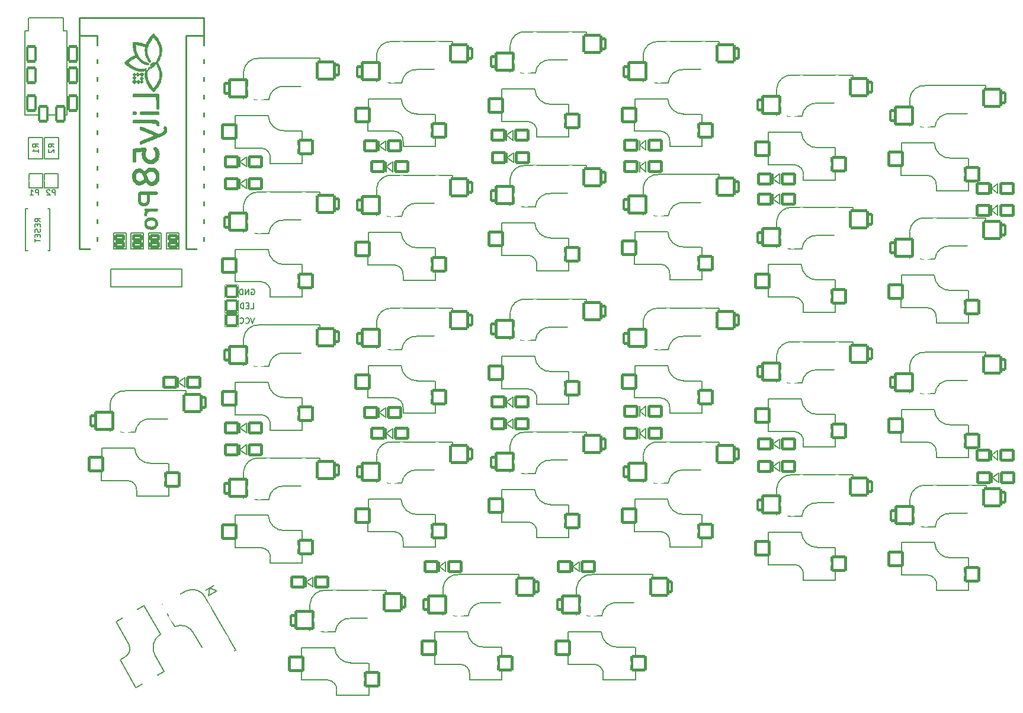
<source format=gbr>
%TF.GenerationSoftware,KiCad,Pcbnew,7.0.11-2.fc39*%
%TF.CreationDate,2024-05-11T16:30:22+02:00*%
%TF.ProjectId,Lily58_Pro,4c696c79-3538-45f5-9072-6f2e6b696361,rev?*%
%TF.SameCoordinates,Original*%
%TF.FileFunction,Legend,Bot*%
%TF.FilePolarity,Positive*%
%FSLAX46Y46*%
G04 Gerber Fmt 4.6, Leading zero omitted, Abs format (unit mm)*
G04 Created by KiCad (PCBNEW 7.0.11-2.fc39) date 2024-05-11 16:30:22*
%MOMM*%
%LPD*%
G01*
G04 APERTURE LIST*
G04 Aperture macros list*
%AMRoundRect*
0 Rectangle with rounded corners*
0 $1 Rounding radius*
0 $2 $3 $4 $5 $6 $7 $8 $9 X,Y pos of 4 corners*
0 Add a 4 corners polygon primitive as box body*
4,1,4,$2,$3,$4,$5,$6,$7,$8,$9,$2,$3,0*
0 Add four circle primitives for the rounded corners*
1,1,$1+$1,$2,$3*
1,1,$1+$1,$4,$5*
1,1,$1+$1,$6,$7*
1,1,$1+$1,$8,$9*
0 Add four rect primitives between the rounded corners*
20,1,$1+$1,$2,$3,$4,$5,0*
20,1,$1+$1,$4,$5,$6,$7,0*
20,1,$1+$1,$6,$7,$8,$9,0*
20,1,$1+$1,$8,$9,$2,$3,0*%
G04 Aperture macros list end*
%ADD10C,0.150000*%
%ADD11C,0.010000*%
%ADD12C,0.250000*%
%ADD13C,1.524000*%
%ADD14C,1.600000*%
%ADD15RoundRect,0.200000X-0.600000X-1.050000X0.600000X-1.050000X0.600000X1.050000X-0.600000X1.050000X0*%
%ADD16RoundRect,0.200000X0.762000X0.762000X-0.762000X0.762000X-0.762000X-0.762000X0.762000X-0.762000X0*%
%ADD17RoundRect,0.200000X-0.762000X0.762000X-0.762000X-0.762000X0.762000X-0.762000X0.762000X0.762000X0*%
%ADD18RoundRect,0.200000X-0.824519X-0.071891X-0.474519X-0.678109X0.824519X0.071891X0.474519X0.678109X0*%
%ADD19C,3.400000*%
%ADD20C,0.500000*%
%ADD21RoundRect,0.200000X1.366025X-0.366025X0.366025X1.366025X-1.366025X0.366025X-0.366025X-1.366025X0*%
%ADD22RoundRect,0.200000X1.341025X-0.322724X0.391025X1.322724X-1.341025X0.322724X-0.391025X-1.322724X0*%
%ADD23RoundRect,0.200000X1.707532X-0.457532X0.457532X1.707532X-1.707532X0.457532X-0.457532X-1.707532X0*%
%ADD24C,4.400000*%
%ADD25C,2.300000*%
%ADD26C,2.100000*%
%ADD27RoundRect,0.200000X1.639230X-0.439230X0.439230X1.639230X-1.639230X0.439230X-0.439230X-1.639230X0*%
%ADD28RoundRect,0.200000X-0.350000X-0.750000X0.350000X-0.750000X0.350000X0.750000X-0.350000X0.750000X0*%
%ADD29RoundRect,0.200000X1.000000X1.000000X-1.000000X1.000000X-1.000000X-1.000000X1.000000X-1.000000X0*%
%ADD30RoundRect,0.200000X0.950000X1.000000X-0.950000X1.000000X-0.950000X-1.000000X0.950000X-1.000000X0*%
%ADD31RoundRect,0.200000X1.250000X1.250000X-1.250000X1.250000X-1.250000X-1.250000X1.250000X-1.250000X0*%
%ADD32RoundRect,0.200000X1.200000X1.200000X-1.200000X1.200000X-1.200000X-1.200000X1.200000X-1.200000X0*%
%ADD33C,1.924000*%
%ADD34C,5.300000*%
%ADD35C,1.797000*%
%ADD36RoundRect,0.200000X0.571500X-0.317500X0.571500X0.317500X-0.571500X0.317500X-0.571500X-0.317500X0*%
%ADD37C,2.900000*%
%ADD38RoundRect,0.200000X-0.900000X-0.750000X0.900000X-0.750000X0.900000X0.750000X-0.900000X0.750000X0*%
%ADD39RoundRect,0.200000X-1.099519X0.404423X-0.199519X-1.154423X1.099519X-0.404423X0.199519X1.154423X0*%
G04 APERTURE END LIST*
D10*
X115966666Y-80262295D02*
X115699999Y-81062295D01*
X115699999Y-81062295D02*
X115433333Y-80262295D01*
X114709523Y-80986104D02*
X114747619Y-81024200D01*
X114747619Y-81024200D02*
X114861904Y-81062295D01*
X114861904Y-81062295D02*
X114938095Y-81062295D01*
X114938095Y-81062295D02*
X115052381Y-81024200D01*
X115052381Y-81024200D02*
X115128571Y-80948009D01*
X115128571Y-80948009D02*
X115166666Y-80871819D01*
X115166666Y-80871819D02*
X115204762Y-80719438D01*
X115204762Y-80719438D02*
X115204762Y-80605152D01*
X115204762Y-80605152D02*
X115166666Y-80452771D01*
X115166666Y-80452771D02*
X115128571Y-80376580D01*
X115128571Y-80376580D02*
X115052381Y-80300390D01*
X115052381Y-80300390D02*
X114938095Y-80262295D01*
X114938095Y-80262295D02*
X114861904Y-80262295D01*
X114861904Y-80262295D02*
X114747619Y-80300390D01*
X114747619Y-80300390D02*
X114709523Y-80338485D01*
X113909523Y-80986104D02*
X113947619Y-81024200D01*
X113947619Y-81024200D02*
X114061904Y-81062295D01*
X114061904Y-81062295D02*
X114138095Y-81062295D01*
X114138095Y-81062295D02*
X114252381Y-81024200D01*
X114252381Y-81024200D02*
X114328571Y-80948009D01*
X114328571Y-80948009D02*
X114366666Y-80871819D01*
X114366666Y-80871819D02*
X114404762Y-80719438D01*
X114404762Y-80719438D02*
X114404762Y-80605152D01*
X114404762Y-80605152D02*
X114366666Y-80452771D01*
X114366666Y-80452771D02*
X114328571Y-80376580D01*
X114328571Y-80376580D02*
X114252381Y-80300390D01*
X114252381Y-80300390D02*
X114138095Y-80262295D01*
X114138095Y-80262295D02*
X114061904Y-80262295D01*
X114061904Y-80262295D02*
X113947619Y-80300390D01*
X113947619Y-80300390D02*
X113909523Y-80338485D01*
X115414285Y-78962295D02*
X115795237Y-78962295D01*
X115795237Y-78962295D02*
X115795237Y-78162295D01*
X115147618Y-78543247D02*
X114880952Y-78543247D01*
X114766666Y-78962295D02*
X115147618Y-78962295D01*
X115147618Y-78962295D02*
X115147618Y-78162295D01*
X115147618Y-78162295D02*
X114766666Y-78162295D01*
X114423808Y-78962295D02*
X114423808Y-78162295D01*
X114423808Y-78162295D02*
X114233332Y-78162295D01*
X114233332Y-78162295D02*
X114119046Y-78200390D01*
X114119046Y-78200390D02*
X114042856Y-78276580D01*
X114042856Y-78276580D02*
X114004761Y-78352771D01*
X114004761Y-78352771D02*
X113966665Y-78505152D01*
X113966665Y-78505152D02*
X113966665Y-78619438D01*
X113966665Y-78619438D02*
X114004761Y-78771819D01*
X114004761Y-78771819D02*
X114042856Y-78848009D01*
X114042856Y-78848009D02*
X114119046Y-78924200D01*
X114119046Y-78924200D02*
X114233332Y-78962295D01*
X114233332Y-78962295D02*
X114423808Y-78962295D01*
X115509523Y-76200390D02*
X115585713Y-76162295D01*
X115585713Y-76162295D02*
X115699999Y-76162295D01*
X115699999Y-76162295D02*
X115814285Y-76200390D01*
X115814285Y-76200390D02*
X115890475Y-76276580D01*
X115890475Y-76276580D02*
X115928570Y-76352771D01*
X115928570Y-76352771D02*
X115966666Y-76505152D01*
X115966666Y-76505152D02*
X115966666Y-76619438D01*
X115966666Y-76619438D02*
X115928570Y-76771819D01*
X115928570Y-76771819D02*
X115890475Y-76848009D01*
X115890475Y-76848009D02*
X115814285Y-76924200D01*
X115814285Y-76924200D02*
X115699999Y-76962295D01*
X115699999Y-76962295D02*
X115623808Y-76962295D01*
X115623808Y-76962295D02*
X115509523Y-76924200D01*
X115509523Y-76924200D02*
X115471427Y-76886104D01*
X115471427Y-76886104D02*
X115471427Y-76619438D01*
X115471427Y-76619438D02*
X115623808Y-76619438D01*
X115128570Y-76962295D02*
X115128570Y-76162295D01*
X115128570Y-76162295D02*
X114671427Y-76962295D01*
X114671427Y-76962295D02*
X114671427Y-76162295D01*
X114290475Y-76962295D02*
X114290475Y-76162295D01*
X114290475Y-76162295D02*
X114099999Y-76162295D01*
X114099999Y-76162295D02*
X113985713Y-76200390D01*
X113985713Y-76200390D02*
X113909523Y-76276580D01*
X113909523Y-76276580D02*
X113871428Y-76352771D01*
X113871428Y-76352771D02*
X113833332Y-76505152D01*
X113833332Y-76505152D02*
X113833332Y-76619438D01*
X113833332Y-76619438D02*
X113871428Y-76771819D01*
X113871428Y-76771819D02*
X113909523Y-76848009D01*
X113909523Y-76848009D02*
X113985713Y-76924200D01*
X113985713Y-76924200D02*
X114099999Y-76962295D01*
X114099999Y-76962295D02*
X114290475Y-76962295D01*
X85090475Y-62762295D02*
X85090475Y-61962295D01*
X85090475Y-61962295D02*
X84785713Y-61962295D01*
X84785713Y-61962295D02*
X84709523Y-62000390D01*
X84709523Y-62000390D02*
X84671428Y-62038485D01*
X84671428Y-62038485D02*
X84633332Y-62114676D01*
X84633332Y-62114676D02*
X84633332Y-62228961D01*
X84633332Y-62228961D02*
X84671428Y-62305152D01*
X84671428Y-62305152D02*
X84709523Y-62343247D01*
X84709523Y-62343247D02*
X84785713Y-62381342D01*
X84785713Y-62381342D02*
X85090475Y-62381342D01*
X83871428Y-62762295D02*
X84328571Y-62762295D01*
X84099999Y-62762295D02*
X84099999Y-61962295D01*
X84099999Y-61962295D02*
X84176190Y-62076580D01*
X84176190Y-62076580D02*
X84252380Y-62152771D01*
X84252380Y-62152771D02*
X84328571Y-62190866D01*
X87490475Y-62762295D02*
X87490475Y-61962295D01*
X87490475Y-61962295D02*
X87185713Y-61962295D01*
X87185713Y-61962295D02*
X87109523Y-62000390D01*
X87109523Y-62000390D02*
X87071428Y-62038485D01*
X87071428Y-62038485D02*
X87033332Y-62114676D01*
X87033332Y-62114676D02*
X87033332Y-62228961D01*
X87033332Y-62228961D02*
X87071428Y-62305152D01*
X87071428Y-62305152D02*
X87109523Y-62343247D01*
X87109523Y-62343247D02*
X87185713Y-62381342D01*
X87185713Y-62381342D02*
X87490475Y-62381342D01*
X86728571Y-62038485D02*
X86690475Y-62000390D01*
X86690475Y-62000390D02*
X86614285Y-61962295D01*
X86614285Y-61962295D02*
X86423809Y-61962295D01*
X86423809Y-61962295D02*
X86347618Y-62000390D01*
X86347618Y-62000390D02*
X86309523Y-62038485D01*
X86309523Y-62038485D02*
X86271428Y-62114676D01*
X86271428Y-62114676D02*
X86271428Y-62190866D01*
X86271428Y-62190866D02*
X86309523Y-62305152D01*
X86309523Y-62305152D02*
X86766666Y-62762295D01*
X86766666Y-62762295D02*
X86271428Y-62762295D01*
X87300330Y-55905939D02*
X86919377Y-55639272D01*
X87300330Y-55448796D02*
X86500330Y-55448796D01*
X86500330Y-55448796D02*
X86500330Y-55753558D01*
X86500330Y-55753558D02*
X86538425Y-55829748D01*
X86538425Y-55829748D02*
X86576520Y-55867843D01*
X86576520Y-55867843D02*
X86652711Y-55905939D01*
X86652711Y-55905939D02*
X86766996Y-55905939D01*
X86766996Y-55905939D02*
X86843187Y-55867843D01*
X86843187Y-55867843D02*
X86881282Y-55829748D01*
X86881282Y-55829748D02*
X86919377Y-55753558D01*
X86919377Y-55753558D02*
X86919377Y-55448796D01*
X86576520Y-56210700D02*
X86538425Y-56248796D01*
X86538425Y-56248796D02*
X86500330Y-56324986D01*
X86500330Y-56324986D02*
X86500330Y-56515462D01*
X86500330Y-56515462D02*
X86538425Y-56591653D01*
X86538425Y-56591653D02*
X86576520Y-56629748D01*
X86576520Y-56629748D02*
X86652711Y-56667843D01*
X86652711Y-56667843D02*
X86728901Y-56667843D01*
X86728901Y-56667843D02*
X86843187Y-56629748D01*
X86843187Y-56629748D02*
X87300330Y-56172605D01*
X87300330Y-56172605D02*
X87300330Y-56667843D01*
X85062295Y-55905939D02*
X84681342Y-55639272D01*
X85062295Y-55448796D02*
X84262295Y-55448796D01*
X84262295Y-55448796D02*
X84262295Y-55753558D01*
X84262295Y-55753558D02*
X84300390Y-55829748D01*
X84300390Y-55829748D02*
X84338485Y-55867843D01*
X84338485Y-55867843D02*
X84414676Y-55905939D01*
X84414676Y-55905939D02*
X84528961Y-55905939D01*
X84528961Y-55905939D02*
X84605152Y-55867843D01*
X84605152Y-55867843D02*
X84643247Y-55829748D01*
X84643247Y-55829748D02*
X84681342Y-55753558D01*
X84681342Y-55753558D02*
X84681342Y-55448796D01*
X85062295Y-56667843D02*
X85062295Y-56210700D01*
X85062295Y-56439272D02*
X84262295Y-56439272D01*
X84262295Y-56439272D02*
X84376580Y-56363081D01*
X84376580Y-56363081D02*
X84452771Y-56286891D01*
X84452771Y-56286891D02*
X84490866Y-56210700D01*
X85362295Y-66538095D02*
X84981342Y-66271428D01*
X85362295Y-66080952D02*
X84562295Y-66080952D01*
X84562295Y-66080952D02*
X84562295Y-66385714D01*
X84562295Y-66385714D02*
X84600390Y-66461904D01*
X84600390Y-66461904D02*
X84638485Y-66499999D01*
X84638485Y-66499999D02*
X84714676Y-66538095D01*
X84714676Y-66538095D02*
X84828961Y-66538095D01*
X84828961Y-66538095D02*
X84905152Y-66499999D01*
X84905152Y-66499999D02*
X84943247Y-66461904D01*
X84943247Y-66461904D02*
X84981342Y-66385714D01*
X84981342Y-66385714D02*
X84981342Y-66080952D01*
X84943247Y-66880952D02*
X84943247Y-67147618D01*
X85362295Y-67261904D02*
X85362295Y-66880952D01*
X85362295Y-66880952D02*
X84562295Y-66880952D01*
X84562295Y-66880952D02*
X84562295Y-67261904D01*
X85324200Y-67566666D02*
X85362295Y-67680952D01*
X85362295Y-67680952D02*
X85362295Y-67871428D01*
X85362295Y-67871428D02*
X85324200Y-67947619D01*
X85324200Y-67947619D02*
X85286104Y-67985714D01*
X85286104Y-67985714D02*
X85209914Y-68023809D01*
X85209914Y-68023809D02*
X85133723Y-68023809D01*
X85133723Y-68023809D02*
X85057533Y-67985714D01*
X85057533Y-67985714D02*
X85019438Y-67947619D01*
X85019438Y-67947619D02*
X84981342Y-67871428D01*
X84981342Y-67871428D02*
X84943247Y-67719047D01*
X84943247Y-67719047D02*
X84905152Y-67642857D01*
X84905152Y-67642857D02*
X84867057Y-67604762D01*
X84867057Y-67604762D02*
X84790866Y-67566666D01*
X84790866Y-67566666D02*
X84714676Y-67566666D01*
X84714676Y-67566666D02*
X84638485Y-67604762D01*
X84638485Y-67604762D02*
X84600390Y-67642857D01*
X84600390Y-67642857D02*
X84562295Y-67719047D01*
X84562295Y-67719047D02*
X84562295Y-67909524D01*
X84562295Y-67909524D02*
X84600390Y-68023809D01*
X84943247Y-68366667D02*
X84943247Y-68633333D01*
X85362295Y-68747619D02*
X85362295Y-68366667D01*
X85362295Y-68366667D02*
X84562295Y-68366667D01*
X84562295Y-68366667D02*
X84562295Y-68747619D01*
X84562295Y-68976191D02*
X84562295Y-69433334D01*
X85362295Y-69204762D02*
X84562295Y-69204762D01*
%TO.C,J2*%
X83150000Y-39300000D02*
X83650000Y-39300000D01*
X89150000Y-39300000D02*
X89150000Y-51300000D01*
X89150000Y-51300000D02*
X83150000Y-51300000D01*
X83150000Y-51300000D02*
X83150000Y-39300000D01*
X83650000Y-39300000D02*
X83650000Y-37400000D01*
X83700000Y-37400000D02*
X88650000Y-37400000D01*
X89150000Y-39300000D02*
X88650000Y-39300000D01*
X88650000Y-39300000D02*
X88650000Y-37400000D01*
%TO.C,J1*%
X113600000Y-79500000D02*
X111800000Y-79500000D01*
X111800000Y-79500000D02*
X111800000Y-77700000D01*
X111800000Y-77700000D02*
X113600000Y-77700000D01*
X113600000Y-77700000D02*
X113600000Y-79500000D01*
X113600000Y-81500000D02*
X111800000Y-81500000D01*
X111800000Y-81500000D02*
X111800000Y-79700000D01*
X111800000Y-79700000D02*
X113600000Y-79700000D01*
X113600000Y-79700000D02*
X113600000Y-81500000D01*
X113600000Y-77400000D02*
X111800000Y-77400000D01*
X111800000Y-77400000D02*
X111800000Y-75600000D01*
X111800000Y-75600000D02*
X113600000Y-75600000D01*
X113600000Y-75600000D02*
X113600000Y-77400000D01*
%TO.C,G\u002A\u002A\u002A*%
D11*
X103175029Y-52919919D02*
X103242279Y-52941157D01*
X103300423Y-53000222D01*
X103349328Y-53096925D01*
X103388858Y-53231077D01*
X103405708Y-53365696D01*
X103392457Y-53528350D01*
X103345052Y-53687389D01*
X103265621Y-53836070D01*
X103156295Y-53967650D01*
X103141632Y-53981637D01*
X103089291Y-54026220D01*
X103027863Y-54069887D01*
X102953383Y-54114628D01*
X102861884Y-54162432D01*
X102749400Y-54215288D01*
X102611967Y-54275185D01*
X102445617Y-54344114D01*
X102246385Y-54424063D01*
X102229199Y-54430901D01*
X102145176Y-54464759D01*
X102067794Y-54496544D01*
X102011924Y-54520163D01*
X101996434Y-54526885D01*
X101960472Y-54542276D01*
X101916046Y-54560981D01*
X101859195Y-54584630D01*
X101785957Y-54614856D01*
X101692372Y-54653292D01*
X101574478Y-54701569D01*
X101428316Y-54761320D01*
X101249924Y-54834178D01*
X101230546Y-54842090D01*
X101102978Y-54894227D01*
X100978034Y-54945364D01*
X100864104Y-54992060D01*
X100769578Y-55030879D01*
X100702847Y-55058382D01*
X100626061Y-55090079D01*
X100523193Y-55132441D01*
X100410743Y-55178673D01*
X100302308Y-55223180D01*
X100197856Y-55266193D01*
X100088564Y-55311526D01*
X99989549Y-55352899D01*
X99913766Y-55384918D01*
X99821245Y-55419583D01*
X99723177Y-55441405D01*
X99650414Y-55437493D01*
X99604881Y-55407707D01*
X99593613Y-55380472D01*
X99583169Y-55316808D01*
X99579385Y-55230796D01*
X99580063Y-55178754D01*
X99585115Y-55118121D01*
X99597050Y-55079579D01*
X99618147Y-55052641D01*
X99619635Y-55051256D01*
X99631665Y-55040579D01*
X99645755Y-55030261D01*
X99665714Y-55018671D01*
X99695352Y-55004174D01*
X99738480Y-54985138D01*
X99798908Y-54959928D01*
X99880446Y-54926911D01*
X99986903Y-54884454D01*
X100122091Y-54830923D01*
X100289819Y-54764684D01*
X100358059Y-54737721D01*
X100478650Y-54689951D01*
X100586997Y-54646880D01*
X100677071Y-54610911D01*
X100742841Y-54584450D01*
X100778280Y-54569899D01*
X100811117Y-54556141D01*
X100887022Y-54525123D01*
X100979349Y-54487986D01*
X101075652Y-54449694D01*
X101163480Y-54415217D01*
X101230385Y-54389519D01*
X101254064Y-54380548D01*
X101357955Y-54340105D01*
X101469930Y-54295229D01*
X101568086Y-54254665D01*
X101572560Y-54252806D01*
X101625154Y-54234899D01*
X101664802Y-54227538D01*
X101684566Y-54223675D01*
X101673536Y-54209505D01*
X101626133Y-54185311D01*
X101543000Y-54151493D01*
X101535031Y-54148439D01*
X101455081Y-54117128D01*
X101360280Y-54079158D01*
X101269462Y-54042064D01*
X101268013Y-54041465D01*
X101168074Y-54000400D01*
X101056382Y-53954898D01*
X100956847Y-53914702D01*
X100897811Y-53890959D01*
X100788285Y-53846655D01*
X100682811Y-53803705D01*
X100592135Y-53766492D01*
X100527000Y-53739398D01*
X100519315Y-53736211D01*
X100474563Y-53718193D01*
X100408219Y-53691891D01*
X100331616Y-53661803D01*
X100316518Y-53655892D01*
X100230197Y-53621814D01*
X100148521Y-53589174D01*
X100087385Y-53564315D01*
X100077829Y-53560364D01*
X100011734Y-53533111D01*
X99928271Y-53498774D01*
X99843154Y-53463820D01*
X99821671Y-53454874D01*
X99743393Y-53420192D01*
X99676339Y-53387516D01*
X99633116Y-53362904D01*
X99616326Y-53350793D01*
X99595874Y-53329361D01*
X99584807Y-53299262D01*
X99580264Y-53250362D01*
X99579385Y-53172526D01*
X99580743Y-53109206D01*
X99590256Y-53033902D01*
X99611865Y-52987500D01*
X99649064Y-52964034D01*
X99705349Y-52957538D01*
X99739043Y-52960381D01*
X99784007Y-52971143D01*
X99844561Y-52992112D01*
X99927230Y-53025567D01*
X100038539Y-53073783D01*
X100038836Y-53073914D01*
X100071296Y-53087830D01*
X100134619Y-53114661D01*
X100223722Y-53152270D01*
X100333525Y-53198521D01*
X100458945Y-53251278D01*
X100594902Y-53308404D01*
X100736313Y-53367764D01*
X100878098Y-53427221D01*
X101015175Y-53484639D01*
X101142462Y-53537881D01*
X101209593Y-53565937D01*
X101315482Y-53610198D01*
X101394346Y-53643187D01*
X101452145Y-53667405D01*
X101494836Y-53685355D01*
X101528378Y-53699539D01*
X101558729Y-53712460D01*
X101591847Y-53726620D01*
X101629736Y-53742763D01*
X101698159Y-53771813D01*
X101783385Y-53807932D01*
X101875154Y-53846768D01*
X101955703Y-53880940D01*
X102040518Y-53917162D01*
X102109135Y-53946720D01*
X102151646Y-53965365D01*
X102179615Y-53977679D01*
X102210939Y-53987779D01*
X102242291Y-53988726D01*
X102282708Y-53979115D01*
X102341227Y-53957541D01*
X102426887Y-53922601D01*
X102525505Y-53880661D01*
X102671438Y-53811206D01*
X102785714Y-53744781D01*
X102872576Y-53678410D01*
X102936268Y-53609116D01*
X102981034Y-53533923D01*
X102982312Y-53531152D01*
X103007945Y-53461203D01*
X103015315Y-53394259D01*
X103004155Y-53317949D01*
X102974194Y-53219902D01*
X102972618Y-53215379D01*
X102950568Y-53148056D01*
X102941691Y-53104623D01*
X102945007Y-53073205D01*
X102959540Y-53041923D01*
X103009303Y-52983883D01*
X103084894Y-52938401D01*
X103167527Y-52919889D01*
X103175029Y-52919919D01*
G36*
X103175029Y-52919919D02*
G01*
X103242279Y-52941157D01*
X103300423Y-53000222D01*
X103349328Y-53096925D01*
X103388858Y-53231077D01*
X103405708Y-53365696D01*
X103392457Y-53528350D01*
X103345052Y-53687389D01*
X103265621Y-53836070D01*
X103156295Y-53967650D01*
X103141632Y-53981637D01*
X103089291Y-54026220D01*
X103027863Y-54069887D01*
X102953383Y-54114628D01*
X102861884Y-54162432D01*
X102749400Y-54215288D01*
X102611967Y-54275185D01*
X102445617Y-54344114D01*
X102246385Y-54424063D01*
X102229199Y-54430901D01*
X102145176Y-54464759D01*
X102067794Y-54496544D01*
X102011924Y-54520163D01*
X101996434Y-54526885D01*
X101960472Y-54542276D01*
X101916046Y-54560981D01*
X101859195Y-54584630D01*
X101785957Y-54614856D01*
X101692372Y-54653292D01*
X101574478Y-54701569D01*
X101428316Y-54761320D01*
X101249924Y-54834178D01*
X101230546Y-54842090D01*
X101102978Y-54894227D01*
X100978034Y-54945364D01*
X100864104Y-54992060D01*
X100769578Y-55030879D01*
X100702847Y-55058382D01*
X100626061Y-55090079D01*
X100523193Y-55132441D01*
X100410743Y-55178673D01*
X100302308Y-55223180D01*
X100197856Y-55266193D01*
X100088564Y-55311526D01*
X99989549Y-55352899D01*
X99913766Y-55384918D01*
X99821245Y-55419583D01*
X99723177Y-55441405D01*
X99650414Y-55437493D01*
X99604881Y-55407707D01*
X99593613Y-55380472D01*
X99583169Y-55316808D01*
X99579385Y-55230796D01*
X99580063Y-55178754D01*
X99585115Y-55118121D01*
X99597050Y-55079579D01*
X99618147Y-55052641D01*
X99619635Y-55051256D01*
X99631665Y-55040579D01*
X99645755Y-55030261D01*
X99665714Y-55018671D01*
X99695352Y-55004174D01*
X99738480Y-54985138D01*
X99798908Y-54959928D01*
X99880446Y-54926911D01*
X99986903Y-54884454D01*
X100122091Y-54830923D01*
X100289819Y-54764684D01*
X100358059Y-54737721D01*
X100478650Y-54689951D01*
X100586997Y-54646880D01*
X100677071Y-54610911D01*
X100742841Y-54584450D01*
X100778280Y-54569899D01*
X100811117Y-54556141D01*
X100887022Y-54525123D01*
X100979349Y-54487986D01*
X101075652Y-54449694D01*
X101163480Y-54415217D01*
X101230385Y-54389519D01*
X101254064Y-54380548D01*
X101357955Y-54340105D01*
X101469930Y-54295229D01*
X101568086Y-54254665D01*
X101572560Y-54252806D01*
X101625154Y-54234899D01*
X101664802Y-54227538D01*
X101684566Y-54223675D01*
X101673536Y-54209505D01*
X101626133Y-54185311D01*
X101543000Y-54151493D01*
X101535031Y-54148439D01*
X101455081Y-54117128D01*
X101360280Y-54079158D01*
X101269462Y-54042064D01*
X101268013Y-54041465D01*
X101168074Y-54000400D01*
X101056382Y-53954898D01*
X100956847Y-53914702D01*
X100897811Y-53890959D01*
X100788285Y-53846655D01*
X100682811Y-53803705D01*
X100592135Y-53766492D01*
X100527000Y-53739398D01*
X100519315Y-53736211D01*
X100474563Y-53718193D01*
X100408219Y-53691891D01*
X100331616Y-53661803D01*
X100316518Y-53655892D01*
X100230197Y-53621814D01*
X100148521Y-53589174D01*
X100087385Y-53564315D01*
X100077829Y-53560364D01*
X100011734Y-53533111D01*
X99928271Y-53498774D01*
X99843154Y-53463820D01*
X99821671Y-53454874D01*
X99743393Y-53420192D01*
X99676339Y-53387516D01*
X99633116Y-53362904D01*
X99616326Y-53350793D01*
X99595874Y-53329361D01*
X99584807Y-53299262D01*
X99580264Y-53250362D01*
X99579385Y-53172526D01*
X99580743Y-53109206D01*
X99590256Y-53033902D01*
X99611865Y-52987500D01*
X99649064Y-52964034D01*
X99705349Y-52957538D01*
X99739043Y-52960381D01*
X99784007Y-52971143D01*
X99844561Y-52992112D01*
X99927230Y-53025567D01*
X100038539Y-53073783D01*
X100038836Y-53073914D01*
X100071296Y-53087830D01*
X100134619Y-53114661D01*
X100223722Y-53152270D01*
X100333525Y-53198521D01*
X100458945Y-53251278D01*
X100594902Y-53308404D01*
X100736313Y-53367764D01*
X100878098Y-53427221D01*
X101015175Y-53484639D01*
X101142462Y-53537881D01*
X101209593Y-53565937D01*
X101315482Y-53610198D01*
X101394346Y-53643187D01*
X101452145Y-53667405D01*
X101494836Y-53685355D01*
X101528378Y-53699539D01*
X101558729Y-53712460D01*
X101591847Y-53726620D01*
X101629736Y-53742763D01*
X101698159Y-53771813D01*
X101783385Y-53807932D01*
X101875154Y-53846768D01*
X101955703Y-53880940D01*
X102040518Y-53917162D01*
X102109135Y-53946720D01*
X102151646Y-53965365D01*
X102179615Y-53977679D01*
X102210939Y-53987779D01*
X102242291Y-53988726D01*
X102282708Y-53979115D01*
X102341227Y-53957541D01*
X102426887Y-53922601D01*
X102525505Y-53880661D01*
X102671438Y-53811206D01*
X102785714Y-53744781D01*
X102872576Y-53678410D01*
X102936268Y-53609116D01*
X102981034Y-53533923D01*
X102982312Y-53531152D01*
X103007945Y-53461203D01*
X103015315Y-53394259D01*
X103004155Y-53317949D01*
X102974194Y-53219902D01*
X102972618Y-53215379D01*
X102950568Y-53148056D01*
X102941691Y-53104623D01*
X102945007Y-53073205D01*
X102959540Y-53041923D01*
X103009303Y-52983883D01*
X103084894Y-52938401D01*
X103167527Y-52919889D01*
X103175029Y-52919919D01*
G37*
X101494022Y-39652293D02*
X101497074Y-39652980D01*
X101529378Y-39675033D01*
X101580091Y-39721470D01*
X101644653Y-39787361D01*
X101718500Y-39867778D01*
X101797072Y-39957789D01*
X101875807Y-40052466D01*
X101950142Y-40146880D01*
X101953044Y-40150679D01*
X101987203Y-40194441D01*
X102012265Y-40225033D01*
X102031035Y-40247625D01*
X102089950Y-40327852D01*
X102158921Y-40431913D01*
X102232948Y-40551575D01*
X102307033Y-40678607D01*
X102376177Y-40804774D01*
X102435381Y-40921846D01*
X102474134Y-41008347D01*
X102540813Y-41181976D01*
X102602328Y-41371859D01*
X102654157Y-41563515D01*
X102691773Y-41742461D01*
X102695234Y-41780013D01*
X102698502Y-41847370D01*
X102701173Y-41934720D01*
X102702878Y-42032469D01*
X102697146Y-42214293D01*
X102658024Y-42503720D01*
X102583171Y-42797678D01*
X102473772Y-43092616D01*
X102331013Y-43384980D01*
X102156078Y-43671220D01*
X102136179Y-43700674D01*
X102095519Y-43761964D01*
X102072584Y-43800967D01*
X102064363Y-43825089D01*
X102067843Y-43841739D01*
X102080014Y-43858324D01*
X102105261Y-43889424D01*
X102157991Y-43955981D01*
X102188018Y-43997112D01*
X102197539Y-44015760D01*
X102199824Y-44022366D01*
X102217893Y-44054399D01*
X102248077Y-44100863D01*
X102263872Y-44125282D01*
X102312178Y-44210016D01*
X102367453Y-44317851D01*
X102425109Y-44438950D01*
X102480555Y-44563474D01*
X102529204Y-44681587D01*
X102566466Y-44783449D01*
X102628755Y-44994110D01*
X102684180Y-45269860D01*
X102705816Y-45539080D01*
X102693671Y-45808321D01*
X102647752Y-46084137D01*
X102568065Y-46373077D01*
X102547723Y-46431729D01*
X102498834Y-46556048D01*
X102439661Y-46691919D01*
X102375826Y-46827173D01*
X102312950Y-46949640D01*
X102256654Y-47047154D01*
X102242519Y-47069556D01*
X102209856Y-47121420D01*
X102187770Y-47156630D01*
X102155832Y-47206301D01*
X102052979Y-47352881D01*
X101932840Y-47509186D01*
X101804411Y-47664209D01*
X101676690Y-47806939D01*
X101558673Y-47926367D01*
X101484385Y-47996572D01*
X101396462Y-47902651D01*
X101349862Y-47852361D01*
X101265778Y-47759444D01*
X101184867Y-47667615D01*
X101115065Y-47585932D01*
X101064308Y-47523457D01*
X101055195Y-47511773D01*
X101019672Y-47467742D01*
X100994992Y-47439369D01*
X100990746Y-47434551D01*
X100964717Y-47400185D01*
X100925217Y-47344557D01*
X100878344Y-47276486D01*
X100830194Y-47204792D01*
X100786866Y-47138295D01*
X100763964Y-47101068D01*
X100711024Y-47008920D01*
X100651832Y-46900096D01*
X100592929Y-46787016D01*
X100540859Y-46682100D01*
X100502162Y-46597769D01*
X100407391Y-46343481D01*
X100329775Y-46042094D01*
X100289280Y-45741257D01*
X100287227Y-45540105D01*
X100585011Y-45540105D01*
X100601751Y-45766823D01*
X100641759Y-45977818D01*
X100655257Y-46028422D01*
X100706801Y-46198228D01*
X100766613Y-46356845D01*
X100840275Y-46518011D01*
X100933369Y-46695461D01*
X100963684Y-46747676D01*
X101018625Y-46834399D01*
X101083635Y-46930581D01*
X101154745Y-47030976D01*
X101227987Y-47130337D01*
X101299395Y-47223417D01*
X101365000Y-47304969D01*
X101420834Y-47369746D01*
X101462930Y-47412502D01*
X101487319Y-47427989D01*
X101489451Y-47427803D01*
X101519636Y-47409090D01*
X101566853Y-47363244D01*
X101627205Y-47295296D01*
X101696796Y-47210279D01*
X101771730Y-47113222D01*
X101848112Y-47009157D01*
X101922045Y-46903116D01*
X101989634Y-46800130D01*
X102046982Y-46705231D01*
X102143964Y-46521074D01*
X102253054Y-46266620D01*
X102333944Y-46013780D01*
X102383562Y-45771072D01*
X102396192Y-45673642D01*
X102406899Y-45551998D01*
X102408175Y-45442770D01*
X102399989Y-45330760D01*
X102382306Y-45200769D01*
X102352802Y-45042301D01*
X102300818Y-44848044D01*
X102229189Y-44653534D01*
X102133537Y-44445476D01*
X102116539Y-44411859D01*
X102060035Y-44306597D01*
X102002392Y-44207650D01*
X101947349Y-44120737D01*
X101898648Y-44051576D01*
X101860029Y-44005885D01*
X101835231Y-43989384D01*
X101786079Y-43999399D01*
X101725049Y-44044677D01*
X101674822Y-44123927D01*
X101647769Y-44176471D01*
X101583102Y-44270027D01*
X101496634Y-44361210D01*
X101385174Y-44452507D01*
X101245530Y-44546406D01*
X101074511Y-44645393D01*
X100868924Y-44751956D01*
X100683308Y-44844111D01*
X100635166Y-45037094D01*
X100621737Y-45096376D01*
X100591640Y-45311882D01*
X100585011Y-45540105D01*
X100287227Y-45540105D01*
X100286242Y-45443642D01*
X100320996Y-45151923D01*
X100331512Y-45093555D01*
X100343288Y-45021202D01*
X100349979Y-44970311D01*
X100350359Y-44949322D01*
X100349128Y-44948817D01*
X100322557Y-44951434D01*
X100269797Y-44961974D01*
X100200656Y-44978523D01*
X100095701Y-44997958D01*
X99958018Y-45011270D01*
X99802697Y-45017376D01*
X99640364Y-45016355D01*
X99481645Y-45008284D01*
X99337167Y-44993242D01*
X99217555Y-44971307D01*
X99165995Y-44958313D01*
X98894620Y-44876128D01*
X98634256Y-44772196D01*
X98378003Y-44643108D01*
X98118961Y-44485457D01*
X97850231Y-44295832D01*
X97808806Y-44264536D01*
X97742836Y-44213631D01*
X97691096Y-44172370D01*
X97662187Y-44147538D01*
X97647699Y-44133788D01*
X97605808Y-44095130D01*
X97547746Y-44042228D01*
X97481457Y-43982344D01*
X97437819Y-43941802D01*
X97383468Y-43886951D01*
X97346259Y-43843774D01*
X97332462Y-43819142D01*
X97332513Y-43818067D01*
X97338565Y-43806842D01*
X97863154Y-43806842D01*
X97869933Y-43828653D01*
X98013535Y-43949689D01*
X98256412Y-44138684D01*
X98488045Y-44297240D01*
X98712816Y-44428037D01*
X98935109Y-44533756D01*
X99159308Y-44617077D01*
X99299050Y-44657029D01*
X99483200Y-44696794D01*
X99663009Y-44722541D01*
X99823616Y-44731705D01*
X99918148Y-44727579D01*
X100041975Y-44714415D01*
X100170301Y-44694440D01*
X100288601Y-44669954D01*
X100382349Y-44643257D01*
X100406362Y-44635127D01*
X100450459Y-44622432D01*
X100470643Y-44620130D01*
X100468513Y-44639365D01*
X100456897Y-44685805D01*
X100438288Y-44749079D01*
X100426264Y-44787784D01*
X100407249Y-44855881D01*
X100405411Y-44893444D01*
X100425029Y-44905360D01*
X100470383Y-44896518D01*
X100545754Y-44871803D01*
X100566259Y-44864814D01*
X100633189Y-44839870D01*
X100672897Y-44818656D01*
X100693772Y-44795505D01*
X100704203Y-44764748D01*
X100717727Y-44716254D01*
X100747600Y-44639916D01*
X100784912Y-44565165D01*
X100824604Y-44500834D01*
X100861617Y-44455758D01*
X100890891Y-44438769D01*
X100892044Y-44438607D01*
X100917869Y-44426936D01*
X100967221Y-44400384D01*
X101031476Y-44363982D01*
X101102011Y-44322761D01*
X101170203Y-44281751D01*
X101227427Y-44245983D01*
X101265060Y-44220488D01*
X101265284Y-44220321D01*
X101278030Y-44207219D01*
X101268476Y-44200334D01*
X101231071Y-44198641D01*
X101160266Y-44201113D01*
X101155397Y-44201332D01*
X101084791Y-44201934D01*
X101030230Y-44197910D01*
X101003172Y-44190064D01*
X101002978Y-44189861D01*
X101004398Y-44165198D01*
X101026591Y-44120531D01*
X101063634Y-44064155D01*
X101109610Y-44004366D01*
X101158596Y-43949458D01*
X101204672Y-43907728D01*
X101208185Y-43905086D01*
X101289435Y-43856961D01*
X101387725Y-43823810D01*
X101513693Y-43801992D01*
X101552500Y-43796462D01*
X101660589Y-43768971D01*
X101753705Y-43722327D01*
X101835231Y-43654053D01*
X101837891Y-43651826D01*
X101919191Y-43552761D01*
X102003649Y-43420423D01*
X102068909Y-43305348D01*
X102186767Y-43071856D01*
X102276721Y-42850617D01*
X102341455Y-42634542D01*
X102383652Y-42416538D01*
X102389887Y-42370343D01*
X102400692Y-42273677D01*
X102407746Y-42186546D01*
X102409758Y-42123461D01*
X102409263Y-42105911D01*
X102397858Y-41963638D01*
X102374763Y-41805022D01*
X102342918Y-41647372D01*
X102305261Y-41508000D01*
X102273952Y-41420813D01*
X102226928Y-41306204D01*
X102170803Y-41179905D01*
X102110843Y-41053364D01*
X102052315Y-40938032D01*
X102000486Y-40845359D01*
X101994714Y-40835895D01*
X101942010Y-40755245D01*
X101873764Y-40657659D01*
X101797352Y-40553070D01*
X101720153Y-40451410D01*
X101649544Y-40362614D01*
X101592905Y-40296615D01*
X101494022Y-40189154D01*
X101386230Y-40306384D01*
X101375137Y-40318654D01*
X101305997Y-40401351D01*
X101225582Y-40505466D01*
X101141227Y-40620775D01*
X101060262Y-40737052D01*
X100990021Y-40844074D01*
X100937837Y-40931615D01*
X100915036Y-40972803D01*
X100887114Y-41021814D01*
X100870651Y-41048846D01*
X100861053Y-41064359D01*
X100831757Y-41123891D01*
X100796010Y-41208209D01*
X100757180Y-41308418D01*
X100718640Y-41415625D01*
X100683760Y-41520937D01*
X100655909Y-41615461D01*
X100646016Y-41653257D01*
X100598588Y-41891777D01*
X100581343Y-42120036D01*
X100593308Y-42349433D01*
X100598055Y-42386205D01*
X100618925Y-42504420D01*
X100648484Y-42636239D01*
X100683371Y-42768565D01*
X100720225Y-42888300D01*
X100755687Y-42982347D01*
X100774155Y-43023147D01*
X100825696Y-43128742D01*
X100886157Y-43244509D01*
X100949299Y-43358997D01*
X101008880Y-43460755D01*
X101058662Y-43538331D01*
X101083095Y-43574305D01*
X101116220Y-43629251D01*
X101127630Y-43662127D01*
X101119633Y-43678229D01*
X101107127Y-43686199D01*
X101066849Y-43715241D01*
X101016824Y-43753832D01*
X101008078Y-43760809D01*
X100973991Y-43786716D01*
X100947766Y-43798088D01*
X100923379Y-43791410D01*
X100894801Y-43763167D01*
X100856008Y-43709843D01*
X100800973Y-43627923D01*
X100776195Y-43589430D01*
X100710943Y-43477850D01*
X100640394Y-43345787D01*
X100569778Y-43203948D01*
X100504322Y-43063040D01*
X100449255Y-42933770D01*
X100409805Y-42826846D01*
X100363883Y-42664359D01*
X100321567Y-42457354D01*
X100294115Y-42246619D01*
X100282369Y-42041725D01*
X100287175Y-41852246D01*
X100309375Y-41687754D01*
X100310602Y-41681928D01*
X100322239Y-41625203D01*
X100324821Y-41586321D01*
X100312939Y-41558723D01*
X100281183Y-41535852D01*
X100224142Y-41511147D01*
X100136407Y-41478051D01*
X100053684Y-41448711D01*
X99886771Y-41397691D01*
X99706875Y-41351388D01*
X99523820Y-41311835D01*
X99347428Y-41281064D01*
X99187522Y-41261109D01*
X99053925Y-41254004D01*
X98929004Y-41254000D01*
X98939936Y-41454269D01*
X98959241Y-41669099D01*
X99014335Y-41984325D01*
X99099200Y-42292313D01*
X99211613Y-42586614D01*
X99349352Y-42860780D01*
X99510192Y-43108363D01*
X99522479Y-43123885D01*
X99572907Y-43179383D01*
X99641777Y-43248460D01*
X99720433Y-43323036D01*
X99800217Y-43395029D01*
X99872474Y-43456357D01*
X99928548Y-43498940D01*
X100019733Y-43557302D01*
X100243171Y-43678371D01*
X100484011Y-43782510D01*
X100727800Y-43863133D01*
X100788199Y-43881388D01*
X100837264Y-43899333D01*
X100859418Y-43911657D01*
X100859817Y-43912442D01*
X100853853Y-43937466D01*
X100829580Y-43975516D01*
X100828643Y-43976713D01*
X100801862Y-44016280D01*
X100790770Y-44043169D01*
X100780904Y-44064242D01*
X100751802Y-44096747D01*
X100742648Y-44104808D01*
X100720858Y-44118722D01*
X100693829Y-44122080D01*
X100650758Y-44114912D01*
X100580840Y-44097251D01*
X100468313Y-44063580D01*
X100285217Y-43995623D01*
X100089004Y-43909137D01*
X99889502Y-43808232D01*
X99763545Y-43731664D01*
X99619144Y-43626431D01*
X99476302Y-43506341D01*
X99343551Y-43379092D01*
X99229418Y-43252383D01*
X99142435Y-43133914D01*
X99126158Y-43108941D01*
X99095313Y-43065984D01*
X99075465Y-43044290D01*
X99066589Y-43044932D01*
X99027286Y-43058578D01*
X98963253Y-43085824D01*
X98880861Y-43123897D01*
X98786481Y-43170027D01*
X98683872Y-43223654D01*
X98443991Y-43365222D01*
X98213679Y-43522761D01*
X98007613Y-43686538D01*
X97998801Y-43694151D01*
X97942490Y-43742051D01*
X97897418Y-43779190D01*
X97872658Y-43798071D01*
X97863154Y-43806842D01*
X97338565Y-43806842D01*
X97348995Y-43787498D01*
X97392229Y-43737194D01*
X97458208Y-43671003D01*
X97542924Y-43592776D01*
X97642370Y-43506361D01*
X97752539Y-43415608D01*
X97783118Y-43391204D01*
X97880022Y-43315514D01*
X97973311Y-43244891D01*
X98057613Y-43183211D01*
X98127555Y-43134354D01*
X98177764Y-43102196D01*
X98202866Y-43090615D01*
X98217338Y-43085735D01*
X98249231Y-43063683D01*
X98249342Y-43063586D01*
X98287003Y-43037918D01*
X98351615Y-43000848D01*
X98434448Y-42956787D01*
X98526775Y-42910143D01*
X98619865Y-42865329D01*
X98704991Y-42826754D01*
X98773424Y-42798828D01*
X98830896Y-42774686D01*
X98878050Y-42747454D01*
X98895539Y-42725993D01*
X98894767Y-42718841D01*
X98882050Y-42678096D01*
X98858666Y-42625798D01*
X98845577Y-42597408D01*
X98816559Y-42524821D01*
X98782279Y-42430959D01*
X98746235Y-42326109D01*
X98711923Y-42220561D01*
X98682839Y-42124602D01*
X98662479Y-42048522D01*
X98613167Y-41802577D01*
X98572486Y-41499629D01*
X98550375Y-41187311D01*
X98537455Y-40856853D01*
X98838612Y-40869721D01*
X99004612Y-40878673D01*
X99252265Y-40900898D01*
X99481165Y-40934206D01*
X99703405Y-40980500D01*
X99931077Y-41041683D01*
X99938632Y-41043933D01*
X100022298Y-41070650D01*
X100109813Y-41101243D01*
X100190885Y-41131844D01*
X100255224Y-41158582D01*
X100292539Y-41177588D01*
X100292843Y-41177791D01*
X100325078Y-41191020D01*
X100374472Y-41204207D01*
X100388309Y-41207045D01*
X100422835Y-41208843D01*
X100441779Y-41190471D01*
X100457264Y-41142963D01*
X100465406Y-41117430D01*
X100496935Y-41039874D01*
X100543525Y-40940423D01*
X100601108Y-40826749D01*
X100665617Y-40706524D01*
X100732986Y-40587418D01*
X100799146Y-40477104D01*
X100860031Y-40383253D01*
X100875664Y-40360660D01*
X100947889Y-40260884D01*
X101028440Y-40155646D01*
X101113346Y-40049540D01*
X101198641Y-39947158D01*
X101280355Y-39853093D01*
X101354521Y-39771936D01*
X101417169Y-39708281D01*
X101464331Y-39666720D01*
X101492040Y-39651846D01*
X101494022Y-39652293D01*
G36*
X101494022Y-39652293D02*
G01*
X101497074Y-39652980D01*
X101529378Y-39675033D01*
X101580091Y-39721470D01*
X101644653Y-39787361D01*
X101718500Y-39867778D01*
X101797072Y-39957789D01*
X101875807Y-40052466D01*
X101950142Y-40146880D01*
X101953044Y-40150679D01*
X101987203Y-40194441D01*
X102012265Y-40225033D01*
X102031035Y-40247625D01*
X102089950Y-40327852D01*
X102158921Y-40431913D01*
X102232948Y-40551575D01*
X102307033Y-40678607D01*
X102376177Y-40804774D01*
X102435381Y-40921846D01*
X102474134Y-41008347D01*
X102540813Y-41181976D01*
X102602328Y-41371859D01*
X102654157Y-41563515D01*
X102691773Y-41742461D01*
X102695234Y-41780013D01*
X102698502Y-41847370D01*
X102701173Y-41934720D01*
X102702878Y-42032469D01*
X102697146Y-42214293D01*
X102658024Y-42503720D01*
X102583171Y-42797678D01*
X102473772Y-43092616D01*
X102331013Y-43384980D01*
X102156078Y-43671220D01*
X102136179Y-43700674D01*
X102095519Y-43761964D01*
X102072584Y-43800967D01*
X102064363Y-43825089D01*
X102067843Y-43841739D01*
X102080014Y-43858324D01*
X102105261Y-43889424D01*
X102157991Y-43955981D01*
X102188018Y-43997112D01*
X102197539Y-44015760D01*
X102199824Y-44022366D01*
X102217893Y-44054399D01*
X102248077Y-44100863D01*
X102263872Y-44125282D01*
X102312178Y-44210016D01*
X102367453Y-44317851D01*
X102425109Y-44438950D01*
X102480555Y-44563474D01*
X102529204Y-44681587D01*
X102566466Y-44783449D01*
X102628755Y-44994110D01*
X102684180Y-45269860D01*
X102705816Y-45539080D01*
X102693671Y-45808321D01*
X102647752Y-46084137D01*
X102568065Y-46373077D01*
X102547723Y-46431729D01*
X102498834Y-46556048D01*
X102439661Y-46691919D01*
X102375826Y-46827173D01*
X102312950Y-46949640D01*
X102256654Y-47047154D01*
X102242519Y-47069556D01*
X102209856Y-47121420D01*
X102187770Y-47156630D01*
X102155832Y-47206301D01*
X102052979Y-47352881D01*
X101932840Y-47509186D01*
X101804411Y-47664209D01*
X101676690Y-47806939D01*
X101558673Y-47926367D01*
X101484385Y-47996572D01*
X101396462Y-47902651D01*
X101349862Y-47852361D01*
X101265778Y-47759444D01*
X101184867Y-47667615D01*
X101115065Y-47585932D01*
X101064308Y-47523457D01*
X101055195Y-47511773D01*
X101019672Y-47467742D01*
X100994992Y-47439369D01*
X100990746Y-47434551D01*
X100964717Y-47400185D01*
X100925217Y-47344557D01*
X100878344Y-47276486D01*
X100830194Y-47204792D01*
X100786866Y-47138295D01*
X100763964Y-47101068D01*
X100711024Y-47008920D01*
X100651832Y-46900096D01*
X100592929Y-46787016D01*
X100540859Y-46682100D01*
X100502162Y-46597769D01*
X100407391Y-46343481D01*
X100329775Y-46042094D01*
X100289280Y-45741257D01*
X100287227Y-45540105D01*
X100585011Y-45540105D01*
X100601751Y-45766823D01*
X100641759Y-45977818D01*
X100655257Y-46028422D01*
X100706801Y-46198228D01*
X100766613Y-46356845D01*
X100840275Y-46518011D01*
X100933369Y-46695461D01*
X100963684Y-46747676D01*
X101018625Y-46834399D01*
X101083635Y-46930581D01*
X101154745Y-47030976D01*
X101227987Y-47130337D01*
X101299395Y-47223417D01*
X101365000Y-47304969D01*
X101420834Y-47369746D01*
X101462930Y-47412502D01*
X101487319Y-47427989D01*
X101489451Y-47427803D01*
X101519636Y-47409090D01*
X101566853Y-47363244D01*
X101627205Y-47295296D01*
X101696796Y-47210279D01*
X101771730Y-47113222D01*
X101848112Y-47009157D01*
X101922045Y-46903116D01*
X101989634Y-46800130D01*
X102046982Y-46705231D01*
X102143964Y-46521074D01*
X102253054Y-46266620D01*
X102333944Y-46013780D01*
X102383562Y-45771072D01*
X102396192Y-45673642D01*
X102406899Y-45551998D01*
X102408175Y-45442770D01*
X102399989Y-45330760D01*
X102382306Y-45200769D01*
X102352802Y-45042301D01*
X102300818Y-44848044D01*
X102229189Y-44653534D01*
X102133537Y-44445476D01*
X102116539Y-44411859D01*
X102060035Y-44306597D01*
X102002392Y-44207650D01*
X101947349Y-44120737D01*
X101898648Y-44051576D01*
X101860029Y-44005885D01*
X101835231Y-43989384D01*
X101786079Y-43999399D01*
X101725049Y-44044677D01*
X101674822Y-44123927D01*
X101647769Y-44176471D01*
X101583102Y-44270027D01*
X101496634Y-44361210D01*
X101385174Y-44452507D01*
X101245530Y-44546406D01*
X101074511Y-44645393D01*
X100868924Y-44751956D01*
X100683308Y-44844111D01*
X100635166Y-45037094D01*
X100621737Y-45096376D01*
X100591640Y-45311882D01*
X100585011Y-45540105D01*
X100287227Y-45540105D01*
X100286242Y-45443642D01*
X100320996Y-45151923D01*
X100331512Y-45093555D01*
X100343288Y-45021202D01*
X100349979Y-44970311D01*
X100350359Y-44949322D01*
X100349128Y-44948817D01*
X100322557Y-44951434D01*
X100269797Y-44961974D01*
X100200656Y-44978523D01*
X100095701Y-44997958D01*
X99958018Y-45011270D01*
X99802697Y-45017376D01*
X99640364Y-45016355D01*
X99481645Y-45008284D01*
X99337167Y-44993242D01*
X99217555Y-44971307D01*
X99165995Y-44958313D01*
X98894620Y-44876128D01*
X98634256Y-44772196D01*
X98378003Y-44643108D01*
X98118961Y-44485457D01*
X97850231Y-44295832D01*
X97808806Y-44264536D01*
X97742836Y-44213631D01*
X97691096Y-44172370D01*
X97662187Y-44147538D01*
X97647699Y-44133788D01*
X97605808Y-44095130D01*
X97547746Y-44042228D01*
X97481457Y-43982344D01*
X97437819Y-43941802D01*
X97383468Y-43886951D01*
X97346259Y-43843774D01*
X97332462Y-43819142D01*
X97332513Y-43818067D01*
X97338565Y-43806842D01*
X97863154Y-43806842D01*
X97869933Y-43828653D01*
X98013535Y-43949689D01*
X98256412Y-44138684D01*
X98488045Y-44297240D01*
X98712816Y-44428037D01*
X98935109Y-44533756D01*
X99159308Y-44617077D01*
X99299050Y-44657029D01*
X99483200Y-44696794D01*
X99663009Y-44722541D01*
X99823616Y-44731705D01*
X99918148Y-44727579D01*
X100041975Y-44714415D01*
X100170301Y-44694440D01*
X100288601Y-44669954D01*
X100382349Y-44643257D01*
X100406362Y-44635127D01*
X100450459Y-44622432D01*
X100470643Y-44620130D01*
X100468513Y-44639365D01*
X100456897Y-44685805D01*
X100438288Y-44749079D01*
X100426264Y-44787784D01*
X100407249Y-44855881D01*
X100405411Y-44893444D01*
X100425029Y-44905360D01*
X100470383Y-44896518D01*
X100545754Y-44871803D01*
X100566259Y-44864814D01*
X100633189Y-44839870D01*
X100672897Y-44818656D01*
X100693772Y-44795505D01*
X100704203Y-44764748D01*
X100717727Y-44716254D01*
X100747600Y-44639916D01*
X100784912Y-44565165D01*
X100824604Y-44500834D01*
X100861617Y-44455758D01*
X100890891Y-44438769D01*
X100892044Y-44438607D01*
X100917869Y-44426936D01*
X100967221Y-44400384D01*
X101031476Y-44363982D01*
X101102011Y-44322761D01*
X101170203Y-44281751D01*
X101227427Y-44245983D01*
X101265060Y-44220488D01*
X101265284Y-44220321D01*
X101278030Y-44207219D01*
X101268476Y-44200334D01*
X101231071Y-44198641D01*
X101160266Y-44201113D01*
X101155397Y-44201332D01*
X101084791Y-44201934D01*
X101030230Y-44197910D01*
X101003172Y-44190064D01*
X101002978Y-44189861D01*
X101004398Y-44165198D01*
X101026591Y-44120531D01*
X101063634Y-44064155D01*
X101109610Y-44004366D01*
X101158596Y-43949458D01*
X101204672Y-43907728D01*
X101208185Y-43905086D01*
X101289435Y-43856961D01*
X101387725Y-43823810D01*
X101513693Y-43801992D01*
X101552500Y-43796462D01*
X101660589Y-43768971D01*
X101753705Y-43722327D01*
X101835231Y-43654053D01*
X101837891Y-43651826D01*
X101919191Y-43552761D01*
X102003649Y-43420423D01*
X102068909Y-43305348D01*
X102186767Y-43071856D01*
X102276721Y-42850617D01*
X102341455Y-42634542D01*
X102383652Y-42416538D01*
X102389887Y-42370343D01*
X102400692Y-42273677D01*
X102407746Y-42186546D01*
X102409758Y-42123461D01*
X102409263Y-42105911D01*
X102397858Y-41963638D01*
X102374763Y-41805022D01*
X102342918Y-41647372D01*
X102305261Y-41508000D01*
X102273952Y-41420813D01*
X102226928Y-41306204D01*
X102170803Y-41179905D01*
X102110843Y-41053364D01*
X102052315Y-40938032D01*
X102000486Y-40845359D01*
X101994714Y-40835895D01*
X101942010Y-40755245D01*
X101873764Y-40657659D01*
X101797352Y-40553070D01*
X101720153Y-40451410D01*
X101649544Y-40362614D01*
X101592905Y-40296615D01*
X101494022Y-40189154D01*
X101386230Y-40306384D01*
X101375137Y-40318654D01*
X101305997Y-40401351D01*
X101225582Y-40505466D01*
X101141227Y-40620775D01*
X101060262Y-40737052D01*
X100990021Y-40844074D01*
X100937837Y-40931615D01*
X100915036Y-40972803D01*
X100887114Y-41021814D01*
X100870651Y-41048846D01*
X100861053Y-41064359D01*
X100831757Y-41123891D01*
X100796010Y-41208209D01*
X100757180Y-41308418D01*
X100718640Y-41415625D01*
X100683760Y-41520937D01*
X100655909Y-41615461D01*
X100646016Y-41653257D01*
X100598588Y-41891777D01*
X100581343Y-42120036D01*
X100593308Y-42349433D01*
X100598055Y-42386205D01*
X100618925Y-42504420D01*
X100648484Y-42636239D01*
X100683371Y-42768565D01*
X100720225Y-42888300D01*
X100755687Y-42982347D01*
X100774155Y-43023147D01*
X100825696Y-43128742D01*
X100886157Y-43244509D01*
X100949299Y-43358997D01*
X101008880Y-43460755D01*
X101058662Y-43538331D01*
X101083095Y-43574305D01*
X101116220Y-43629251D01*
X101127630Y-43662127D01*
X101119633Y-43678229D01*
X101107127Y-43686199D01*
X101066849Y-43715241D01*
X101016824Y-43753832D01*
X101008078Y-43760809D01*
X100973991Y-43786716D01*
X100947766Y-43798088D01*
X100923379Y-43791410D01*
X100894801Y-43763167D01*
X100856008Y-43709843D01*
X100800973Y-43627923D01*
X100776195Y-43589430D01*
X100710943Y-43477850D01*
X100640394Y-43345787D01*
X100569778Y-43203948D01*
X100504322Y-43063040D01*
X100449255Y-42933770D01*
X100409805Y-42826846D01*
X100363883Y-42664359D01*
X100321567Y-42457354D01*
X100294115Y-42246619D01*
X100282369Y-42041725D01*
X100287175Y-41852246D01*
X100309375Y-41687754D01*
X100310602Y-41681928D01*
X100322239Y-41625203D01*
X100324821Y-41586321D01*
X100312939Y-41558723D01*
X100281183Y-41535852D01*
X100224142Y-41511147D01*
X100136407Y-41478051D01*
X100053684Y-41448711D01*
X99886771Y-41397691D01*
X99706875Y-41351388D01*
X99523820Y-41311835D01*
X99347428Y-41281064D01*
X99187522Y-41261109D01*
X99053925Y-41254004D01*
X98929004Y-41254000D01*
X98939936Y-41454269D01*
X98959241Y-41669099D01*
X99014335Y-41984325D01*
X99099200Y-42292313D01*
X99211613Y-42586614D01*
X99349352Y-42860780D01*
X99510192Y-43108363D01*
X99522479Y-43123885D01*
X99572907Y-43179383D01*
X99641777Y-43248460D01*
X99720433Y-43323036D01*
X99800217Y-43395029D01*
X99872474Y-43456357D01*
X99928548Y-43498940D01*
X100019733Y-43557302D01*
X100243171Y-43678371D01*
X100484011Y-43782510D01*
X100727800Y-43863133D01*
X100788199Y-43881388D01*
X100837264Y-43899333D01*
X100859418Y-43911657D01*
X100859817Y-43912442D01*
X100853853Y-43937466D01*
X100829580Y-43975516D01*
X100828643Y-43976713D01*
X100801862Y-44016280D01*
X100790770Y-44043169D01*
X100780904Y-44064242D01*
X100751802Y-44096747D01*
X100742648Y-44104808D01*
X100720858Y-44118722D01*
X100693829Y-44122080D01*
X100650758Y-44114912D01*
X100580840Y-44097251D01*
X100468313Y-44063580D01*
X100285217Y-43995623D01*
X100089004Y-43909137D01*
X99889502Y-43808232D01*
X99763545Y-43731664D01*
X99619144Y-43626431D01*
X99476302Y-43506341D01*
X99343551Y-43379092D01*
X99229418Y-43252383D01*
X99142435Y-43133914D01*
X99126158Y-43108941D01*
X99095313Y-43065984D01*
X99075465Y-43044290D01*
X99066589Y-43044932D01*
X99027286Y-43058578D01*
X98963253Y-43085824D01*
X98880861Y-43123897D01*
X98786481Y-43170027D01*
X98683872Y-43223654D01*
X98443991Y-43365222D01*
X98213679Y-43522761D01*
X98007613Y-43686538D01*
X97998801Y-43694151D01*
X97942490Y-43742051D01*
X97897418Y-43779190D01*
X97872658Y-43798071D01*
X97863154Y-43806842D01*
X97338565Y-43806842D01*
X97348995Y-43787498D01*
X97392229Y-43737194D01*
X97458208Y-43671003D01*
X97542924Y-43592776D01*
X97642370Y-43506361D01*
X97752539Y-43415608D01*
X97783118Y-43391204D01*
X97880022Y-43315514D01*
X97973311Y-43244891D01*
X98057613Y-43183211D01*
X98127555Y-43134354D01*
X98177764Y-43102196D01*
X98202866Y-43090615D01*
X98217338Y-43085735D01*
X98249231Y-43063683D01*
X98249342Y-43063586D01*
X98287003Y-43037918D01*
X98351615Y-43000848D01*
X98434448Y-42956787D01*
X98526775Y-42910143D01*
X98619865Y-42865329D01*
X98704991Y-42826754D01*
X98773424Y-42798828D01*
X98830896Y-42774686D01*
X98878050Y-42747454D01*
X98895539Y-42725993D01*
X98894767Y-42718841D01*
X98882050Y-42678096D01*
X98858666Y-42625798D01*
X98845577Y-42597408D01*
X98816559Y-42524821D01*
X98782279Y-42430959D01*
X98746235Y-42326109D01*
X98711923Y-42220561D01*
X98682839Y-42124602D01*
X98662479Y-42048522D01*
X98613167Y-41802577D01*
X98572486Y-41499629D01*
X98550375Y-41187311D01*
X98537455Y-40856853D01*
X98838612Y-40869721D01*
X99004612Y-40878673D01*
X99252265Y-40900898D01*
X99481165Y-40934206D01*
X99703405Y-40980500D01*
X99931077Y-41041683D01*
X99938632Y-41043933D01*
X100022298Y-41070650D01*
X100109813Y-41101243D01*
X100190885Y-41131844D01*
X100255224Y-41158582D01*
X100292539Y-41177588D01*
X100292843Y-41177791D01*
X100325078Y-41191020D01*
X100374472Y-41204207D01*
X100388309Y-41207045D01*
X100422835Y-41208843D01*
X100441779Y-41190471D01*
X100457264Y-41142963D01*
X100465406Y-41117430D01*
X100496935Y-41039874D01*
X100543525Y-40940423D01*
X100601108Y-40826749D01*
X100665617Y-40706524D01*
X100732986Y-40587418D01*
X100799146Y-40477104D01*
X100860031Y-40383253D01*
X100875664Y-40360660D01*
X100947889Y-40260884D01*
X101028440Y-40155646D01*
X101113346Y-40049540D01*
X101198641Y-39947158D01*
X101280355Y-39853093D01*
X101354521Y-39771936D01*
X101417169Y-39708281D01*
X101464331Y-39666720D01*
X101492040Y-39651846D01*
X101494022Y-39652293D01*
G37*
X101839751Y-55845119D02*
X101894886Y-55883482D01*
X101959671Y-55945879D01*
X102026819Y-56024755D01*
X102089045Y-56112555D01*
X102192425Y-56298821D01*
X102272391Y-56510339D01*
X102315822Y-56728461D01*
X102325908Y-56923936D01*
X102309787Y-57138538D01*
X102266763Y-57344538D01*
X102198548Y-57533987D01*
X102106853Y-57698933D01*
X101989610Y-57847690D01*
X101828966Y-57996412D01*
X101646000Y-58113124D01*
X101440229Y-58198190D01*
X101379303Y-58214159D01*
X101252039Y-58233722D01*
X101109540Y-58242605D01*
X100964982Y-58240700D01*
X100831539Y-58227897D01*
X100722385Y-58204089D01*
X100656859Y-58181138D01*
X100471007Y-58091149D01*
X100301879Y-57972093D01*
X100156145Y-57829217D01*
X100040475Y-57667764D01*
X99999101Y-57590392D01*
X99923352Y-57399832D01*
X99875674Y-57198701D01*
X99857074Y-56995213D01*
X99868561Y-56797580D01*
X99911143Y-56614015D01*
X99931037Y-56550474D01*
X99943160Y-56502832D01*
X99944800Y-56481672D01*
X99942892Y-56480897D01*
X99921841Y-56480476D01*
X99876326Y-56483526D01*
X99803963Y-56490297D01*
X99702370Y-56501036D01*
X99569164Y-56515993D01*
X99401964Y-56535416D01*
X99198385Y-56559554D01*
X99003000Y-56582886D01*
X98997861Y-57250379D01*
X98992721Y-57917873D01*
X98941495Y-57958167D01*
X98933295Y-57964301D01*
X98892498Y-57985062D01*
X98837547Y-57995557D01*
X98756135Y-57998461D01*
X98712824Y-57999079D01*
X98671093Y-57999393D01*
X98636826Y-57996192D01*
X98609292Y-57986243D01*
X98587760Y-57966313D01*
X98571498Y-57933170D01*
X98559776Y-57883582D01*
X98551863Y-57814316D01*
X98547028Y-57722140D01*
X98544540Y-57603821D01*
X98543667Y-57456127D01*
X98543680Y-57275825D01*
X98543847Y-57059682D01*
X98543847Y-56199057D01*
X98592447Y-56154016D01*
X98596222Y-56150574D01*
X98613331Y-56137127D01*
X98634675Y-56125736D01*
X98664589Y-56115695D01*
X98707407Y-56106299D01*
X98767463Y-56096842D01*
X98849093Y-56086620D01*
X98956631Y-56074927D01*
X99094412Y-56061057D01*
X99266770Y-56044307D01*
X99308363Y-56040220D01*
X99422025Y-56028606D01*
X99555158Y-56014552D01*
X99694457Y-55999472D01*
X99826617Y-55984782D01*
X99847179Y-55982466D01*
X99994937Y-55966461D01*
X100109744Y-55955660D01*
X100196741Y-55949990D01*
X100261066Y-55949379D01*
X100307858Y-55953756D01*
X100342258Y-55963048D01*
X100369404Y-55977183D01*
X100425337Y-56035494D01*
X100457514Y-56119835D01*
X100464417Y-56224254D01*
X100445714Y-56343572D01*
X100401075Y-56472611D01*
X100382109Y-56517944D01*
X100353702Y-56602423D01*
X100336839Y-56688684D01*
X100327271Y-56795314D01*
X100324111Y-56892823D01*
X100333064Y-57032217D01*
X100361692Y-57158452D01*
X100412434Y-57285570D01*
X100485676Y-57408304D01*
X100593591Y-57525441D01*
X100721379Y-57614701D01*
X100863679Y-57674548D01*
X101015133Y-57703445D01*
X101170383Y-57699855D01*
X101324069Y-57662241D01*
X101470832Y-57589067D01*
X101581896Y-57499570D01*
X101688275Y-57370082D01*
X101770041Y-57216095D01*
X101779092Y-57193268D01*
X101796722Y-57137282D01*
X101807347Y-57076415D01*
X101812512Y-56999292D01*
X101813764Y-56894538D01*
X101813073Y-56817735D01*
X101809358Y-56736605D01*
X101800757Y-56673756D01*
X101785417Y-56617136D01*
X101761484Y-56554693D01*
X101757507Y-56545374D01*
X101710733Y-56453606D01*
X101648899Y-56352882D01*
X101581869Y-56258279D01*
X101519507Y-56184873D01*
X101504959Y-56164678D01*
X101493425Y-56107396D01*
X101509115Y-56043488D01*
X101550082Y-55985629D01*
X101581346Y-55957849D01*
X101651075Y-55906669D01*
X101721529Y-55866350D01*
X101782900Y-55842109D01*
X101825376Y-55839166D01*
X101839751Y-55845119D01*
G36*
X101839751Y-55845119D02*
G01*
X101894886Y-55883482D01*
X101959671Y-55945879D01*
X102026819Y-56024755D01*
X102089045Y-56112555D01*
X102192425Y-56298821D01*
X102272391Y-56510339D01*
X102315822Y-56728461D01*
X102325908Y-56923936D01*
X102309787Y-57138538D01*
X102266763Y-57344538D01*
X102198548Y-57533987D01*
X102106853Y-57698933D01*
X101989610Y-57847690D01*
X101828966Y-57996412D01*
X101646000Y-58113124D01*
X101440229Y-58198190D01*
X101379303Y-58214159D01*
X101252039Y-58233722D01*
X101109540Y-58242605D01*
X100964982Y-58240700D01*
X100831539Y-58227897D01*
X100722385Y-58204089D01*
X100656859Y-58181138D01*
X100471007Y-58091149D01*
X100301879Y-57972093D01*
X100156145Y-57829217D01*
X100040475Y-57667764D01*
X99999101Y-57590392D01*
X99923352Y-57399832D01*
X99875674Y-57198701D01*
X99857074Y-56995213D01*
X99868561Y-56797580D01*
X99911143Y-56614015D01*
X99931037Y-56550474D01*
X99943160Y-56502832D01*
X99944800Y-56481672D01*
X99942892Y-56480897D01*
X99921841Y-56480476D01*
X99876326Y-56483526D01*
X99803963Y-56490297D01*
X99702370Y-56501036D01*
X99569164Y-56515993D01*
X99401964Y-56535416D01*
X99198385Y-56559554D01*
X99003000Y-56582886D01*
X98997861Y-57250379D01*
X98992721Y-57917873D01*
X98941495Y-57958167D01*
X98933295Y-57964301D01*
X98892498Y-57985062D01*
X98837547Y-57995557D01*
X98756135Y-57998461D01*
X98712824Y-57999079D01*
X98671093Y-57999393D01*
X98636826Y-57996192D01*
X98609292Y-57986243D01*
X98587760Y-57966313D01*
X98571498Y-57933170D01*
X98559776Y-57883582D01*
X98551863Y-57814316D01*
X98547028Y-57722140D01*
X98544540Y-57603821D01*
X98543667Y-57456127D01*
X98543680Y-57275825D01*
X98543847Y-57059682D01*
X98543847Y-56199057D01*
X98592447Y-56154016D01*
X98596222Y-56150574D01*
X98613331Y-56137127D01*
X98634675Y-56125736D01*
X98664589Y-56115695D01*
X98707407Y-56106299D01*
X98767463Y-56096842D01*
X98849093Y-56086620D01*
X98956631Y-56074927D01*
X99094412Y-56061057D01*
X99266770Y-56044307D01*
X99308363Y-56040220D01*
X99422025Y-56028606D01*
X99555158Y-56014552D01*
X99694457Y-55999472D01*
X99826617Y-55984782D01*
X99847179Y-55982466D01*
X99994937Y-55966461D01*
X100109744Y-55955660D01*
X100196741Y-55949990D01*
X100261066Y-55949379D01*
X100307858Y-55953756D01*
X100342258Y-55963048D01*
X100369404Y-55977183D01*
X100425337Y-56035494D01*
X100457514Y-56119835D01*
X100464417Y-56224254D01*
X100445714Y-56343572D01*
X100401075Y-56472611D01*
X100382109Y-56517944D01*
X100353702Y-56602423D01*
X100336839Y-56688684D01*
X100327271Y-56795314D01*
X100324111Y-56892823D01*
X100333064Y-57032217D01*
X100361692Y-57158452D01*
X100412434Y-57285570D01*
X100485676Y-57408304D01*
X100593591Y-57525441D01*
X100721379Y-57614701D01*
X100863679Y-57674548D01*
X101015133Y-57703445D01*
X101170383Y-57699855D01*
X101324069Y-57662241D01*
X101470832Y-57589067D01*
X101581896Y-57499570D01*
X101688275Y-57370082D01*
X101770041Y-57216095D01*
X101779092Y-57193268D01*
X101796722Y-57137282D01*
X101807347Y-57076415D01*
X101812512Y-56999292D01*
X101813764Y-56894538D01*
X101813073Y-56817735D01*
X101809358Y-56736605D01*
X101800757Y-56673756D01*
X101785417Y-56617136D01*
X101761484Y-56554693D01*
X101757507Y-56545374D01*
X101710733Y-56453606D01*
X101648899Y-56352882D01*
X101581869Y-56258279D01*
X101519507Y-56184873D01*
X101504959Y-56164678D01*
X101493425Y-56107396D01*
X101509115Y-56043488D01*
X101550082Y-55985629D01*
X101581346Y-55957849D01*
X101651075Y-55906669D01*
X101721529Y-55866350D01*
X101782900Y-55842109D01*
X101825376Y-55839166D01*
X101839751Y-55845119D01*
G37*
X101155025Y-58793314D02*
X101329890Y-58795904D01*
X101514611Y-58833862D01*
X101687705Y-58904436D01*
X101846198Y-59005151D01*
X101987116Y-59133530D01*
X102107488Y-59287095D01*
X102204340Y-59463372D01*
X102274698Y-59659884D01*
X102315590Y-59874154D01*
X102318149Y-59902008D01*
X102322209Y-59991053D01*
X102322846Y-60094951D01*
X102319834Y-60196538D01*
X102302036Y-60366419D01*
X102250002Y-60582856D01*
X102167308Y-60778612D01*
X102055398Y-60951571D01*
X101915716Y-61099615D01*
X101749705Y-61220628D01*
X101558808Y-61312493D01*
X101497975Y-61334072D01*
X101442268Y-61348654D01*
X101383921Y-61356091D01*
X101310820Y-61357882D01*
X101210847Y-61355525D01*
X101187331Y-61354713D01*
X101096588Y-61350392D01*
X101031168Y-61343455D01*
X100979717Y-61331441D01*
X100930883Y-61311888D01*
X100873316Y-61282334D01*
X100868968Y-61279978D01*
X100721055Y-61180278D01*
X100584126Y-61051309D01*
X100468341Y-60902598D01*
X100436124Y-60853429D01*
X100284576Y-60965795D01*
X100177240Y-61041564D01*
X100031106Y-61129291D01*
X99889076Y-61193846D01*
X99740462Y-61240628D01*
X99542212Y-61274623D01*
X99347330Y-61273834D01*
X99163433Y-61237476D01*
X98993807Y-61165879D01*
X98951904Y-61139476D01*
X98863982Y-61068642D01*
X98774739Y-60980436D01*
X98695167Y-60886191D01*
X98636254Y-60797235D01*
X98571139Y-60651879D01*
X98516068Y-60458419D01*
X98485266Y-60249716D01*
X98481164Y-60098846D01*
X98945834Y-60098846D01*
X98946580Y-60196383D01*
X98950438Y-60268013D01*
X98959225Y-60322849D01*
X98974754Y-60372121D01*
X98998841Y-60427062D01*
X99044951Y-60509218D01*
X99137760Y-60617470D01*
X99250344Y-60695503D01*
X99379307Y-60743061D01*
X99521251Y-60759885D01*
X99672778Y-60745716D01*
X99830491Y-60700296D01*
X99990992Y-60623366D01*
X100150885Y-60514669D01*
X100170535Y-60499013D01*
X100206031Y-60465309D01*
X100219111Y-60433179D01*
X100212184Y-60390098D01*
X100187661Y-60323538D01*
X100159439Y-60253134D01*
X100065666Y-60037185D01*
X99975541Y-59858588D01*
X99918542Y-59765468D01*
X100445368Y-59765468D01*
X100456466Y-59819770D01*
X100483868Y-59886446D01*
X100501348Y-59922384D01*
X100529293Y-59984758D01*
X100546824Y-60030461D01*
X100548463Y-60035306D01*
X100565495Y-60077053D01*
X100595188Y-60144029D01*
X100633861Y-60228070D01*
X100677833Y-60321015D01*
X100702876Y-60372132D01*
X100781360Y-60515597D01*
X100857599Y-60626154D01*
X100935383Y-60708016D01*
X101018499Y-60765398D01*
X101110735Y-60802511D01*
X101128731Y-60807449D01*
X101222789Y-60824488D01*
X101299510Y-60823917D01*
X101314606Y-60821313D01*
X101458740Y-60775567D01*
X101585969Y-60696434D01*
X101693360Y-60586839D01*
X101777977Y-60449709D01*
X101836887Y-60287971D01*
X101856614Y-60185112D01*
X101860122Y-60018174D01*
X101830381Y-59856559D01*
X101769870Y-59705811D01*
X101681067Y-59571475D01*
X101566450Y-59459095D01*
X101428496Y-59374215D01*
X101382306Y-59354752D01*
X101322111Y-59337963D01*
X101251019Y-59329603D01*
X101155025Y-59327268D01*
X101123018Y-59327358D01*
X101042019Y-59330210D01*
X100980051Y-59339353D01*
X100921934Y-59357878D01*
X100852484Y-59388876D01*
X100847302Y-59391357D01*
X100781017Y-59424512D01*
X100728191Y-59453365D01*
X100699852Y-59471914D01*
X100669551Y-59500002D01*
X100582529Y-59584321D01*
X100513724Y-59656808D01*
X100467111Y-59713116D01*
X100446663Y-59748897D01*
X100445368Y-59765468D01*
X99918542Y-59765468D01*
X99888392Y-59716211D01*
X99803549Y-59608921D01*
X99720338Y-59535586D01*
X99637631Y-59489737D01*
X99516050Y-59456197D01*
X99393316Y-59457394D01*
X99274715Y-59491583D01*
X99165534Y-59557017D01*
X99071062Y-59651950D01*
X98996585Y-59774635D01*
X98977218Y-59819468D01*
X98960995Y-59870005D01*
X98951528Y-59925934D01*
X98947060Y-59998475D01*
X98945834Y-60098846D01*
X98481164Y-60098846D01*
X98479418Y-60034618D01*
X98499207Y-59821974D01*
X98545317Y-59620633D01*
X98549822Y-59606392D01*
X98626662Y-59427900D01*
X98732744Y-59271862D01*
X98864786Y-59141562D01*
X99019507Y-59040289D01*
X99193626Y-58971328D01*
X99355516Y-58939837D01*
X99516050Y-58939603D01*
X99535142Y-58939576D01*
X99706596Y-58976633D01*
X99867435Y-59050156D01*
X100015213Y-59159297D01*
X100147488Y-59303205D01*
X100196702Y-59367257D01*
X100307521Y-59241812D01*
X100471230Y-59079732D01*
X100647803Y-58951676D01*
X100834952Y-58860678D01*
X101033504Y-58806244D01*
X101136514Y-58793039D01*
X101155025Y-58793314D01*
G36*
X101155025Y-58793314D02*
G01*
X101329890Y-58795904D01*
X101514611Y-58833862D01*
X101687705Y-58904436D01*
X101846198Y-59005151D01*
X101987116Y-59133530D01*
X102107488Y-59287095D01*
X102204340Y-59463372D01*
X102274698Y-59659884D01*
X102315590Y-59874154D01*
X102318149Y-59902008D01*
X102322209Y-59991053D01*
X102322846Y-60094951D01*
X102319834Y-60196538D01*
X102302036Y-60366419D01*
X102250002Y-60582856D01*
X102167308Y-60778612D01*
X102055398Y-60951571D01*
X101915716Y-61099615D01*
X101749705Y-61220628D01*
X101558808Y-61312493D01*
X101497975Y-61334072D01*
X101442268Y-61348654D01*
X101383921Y-61356091D01*
X101310820Y-61357882D01*
X101210847Y-61355525D01*
X101187331Y-61354713D01*
X101096588Y-61350392D01*
X101031168Y-61343455D01*
X100979717Y-61331441D01*
X100930883Y-61311888D01*
X100873316Y-61282334D01*
X100868968Y-61279978D01*
X100721055Y-61180278D01*
X100584126Y-61051309D01*
X100468341Y-60902598D01*
X100436124Y-60853429D01*
X100284576Y-60965795D01*
X100177240Y-61041564D01*
X100031106Y-61129291D01*
X99889076Y-61193846D01*
X99740462Y-61240628D01*
X99542212Y-61274623D01*
X99347330Y-61273834D01*
X99163433Y-61237476D01*
X98993807Y-61165879D01*
X98951904Y-61139476D01*
X98863982Y-61068642D01*
X98774739Y-60980436D01*
X98695167Y-60886191D01*
X98636254Y-60797235D01*
X98571139Y-60651879D01*
X98516068Y-60458419D01*
X98485266Y-60249716D01*
X98481164Y-60098846D01*
X98945834Y-60098846D01*
X98946580Y-60196383D01*
X98950438Y-60268013D01*
X98959225Y-60322849D01*
X98974754Y-60372121D01*
X98998841Y-60427062D01*
X99044951Y-60509218D01*
X99137760Y-60617470D01*
X99250344Y-60695503D01*
X99379307Y-60743061D01*
X99521251Y-60759885D01*
X99672778Y-60745716D01*
X99830491Y-60700296D01*
X99990992Y-60623366D01*
X100150885Y-60514669D01*
X100170535Y-60499013D01*
X100206031Y-60465309D01*
X100219111Y-60433179D01*
X100212184Y-60390098D01*
X100187661Y-60323538D01*
X100159439Y-60253134D01*
X100065666Y-60037185D01*
X99975541Y-59858588D01*
X99918542Y-59765468D01*
X100445368Y-59765468D01*
X100456466Y-59819770D01*
X100483868Y-59886446D01*
X100501348Y-59922384D01*
X100529293Y-59984758D01*
X100546824Y-60030461D01*
X100548463Y-60035306D01*
X100565495Y-60077053D01*
X100595188Y-60144029D01*
X100633861Y-60228070D01*
X100677833Y-60321015D01*
X100702876Y-60372132D01*
X100781360Y-60515597D01*
X100857599Y-60626154D01*
X100935383Y-60708016D01*
X101018499Y-60765398D01*
X101110735Y-60802511D01*
X101128731Y-60807449D01*
X101222789Y-60824488D01*
X101299510Y-60823917D01*
X101314606Y-60821313D01*
X101458740Y-60775567D01*
X101585969Y-60696434D01*
X101693360Y-60586839D01*
X101777977Y-60449709D01*
X101836887Y-60287971D01*
X101856614Y-60185112D01*
X101860122Y-60018174D01*
X101830381Y-59856559D01*
X101769870Y-59705811D01*
X101681067Y-59571475D01*
X101566450Y-59459095D01*
X101428496Y-59374215D01*
X101382306Y-59354752D01*
X101322111Y-59337963D01*
X101251019Y-59329603D01*
X101155025Y-59327268D01*
X101123018Y-59327358D01*
X101042019Y-59330210D01*
X100980051Y-59339353D01*
X100921934Y-59357878D01*
X100852484Y-59388876D01*
X100847302Y-59391357D01*
X100781017Y-59424512D01*
X100728191Y-59453365D01*
X100699852Y-59471914D01*
X100669551Y-59500002D01*
X100582529Y-59584321D01*
X100513724Y-59656808D01*
X100467111Y-59713116D01*
X100446663Y-59748897D01*
X100445368Y-59765468D01*
X99918542Y-59765468D01*
X99888392Y-59716211D01*
X99803549Y-59608921D01*
X99720338Y-59535586D01*
X99637631Y-59489737D01*
X99516050Y-59456197D01*
X99393316Y-59457394D01*
X99274715Y-59491583D01*
X99165534Y-59557017D01*
X99071062Y-59651950D01*
X98996585Y-59774635D01*
X98977218Y-59819468D01*
X98960995Y-59870005D01*
X98951528Y-59925934D01*
X98947060Y-59998475D01*
X98945834Y-60098846D01*
X98481164Y-60098846D01*
X98479418Y-60034618D01*
X98499207Y-59821974D01*
X98545317Y-59620633D01*
X98549822Y-59606392D01*
X98626662Y-59427900D01*
X98732744Y-59271862D01*
X98864786Y-59141562D01*
X99019507Y-59040289D01*
X99193626Y-58971328D01*
X99355516Y-58939837D01*
X99516050Y-58939603D01*
X99535142Y-58939576D01*
X99706596Y-58976633D01*
X99867435Y-59050156D01*
X100015213Y-59159297D01*
X100147488Y-59303205D01*
X100196702Y-59367257D01*
X100307521Y-59241812D01*
X100471230Y-59079732D01*
X100647803Y-58951676D01*
X100834952Y-58860678D01*
X101033504Y-58806244D01*
X101136514Y-58793039D01*
X101155025Y-58793314D01*
G37*
X100239971Y-52004607D02*
X101875154Y-52009923D01*
X101985781Y-52061786D01*
X102108833Y-52137898D01*
X102207711Y-52239648D01*
X102274928Y-52361070D01*
X102302916Y-52468790D01*
X102313752Y-52599543D01*
X102313843Y-52616186D01*
X102312460Y-52684727D01*
X102305650Y-52727483D01*
X102290298Y-52755612D01*
X102263289Y-52780274D01*
X102261415Y-52781723D01*
X102192577Y-52813960D01*
X102111507Y-52822967D01*
X102033027Y-52809124D01*
X101971958Y-52772811D01*
X101968523Y-52769300D01*
X101936966Y-52728343D01*
X101924000Y-52695053D01*
X101921201Y-52667507D01*
X101895964Y-52594952D01*
X101852658Y-52525810D01*
X101801314Y-52477837D01*
X101789632Y-52471376D01*
X101774685Y-52465271D01*
X101754697Y-52459957D01*
X101727051Y-52455358D01*
X101689129Y-52451398D01*
X101638311Y-52447998D01*
X101571980Y-52445083D01*
X101487518Y-52442576D01*
X101382307Y-52440400D01*
X101253728Y-52438478D01*
X101099164Y-52436734D01*
X100915995Y-52435091D01*
X100701605Y-52433472D01*
X100453375Y-52431800D01*
X100168687Y-52430000D01*
X98598988Y-52420231D01*
X98561648Y-52374104D01*
X98537813Y-52326575D01*
X98523569Y-52251891D01*
X98523363Y-52169884D01*
X98537065Y-52095199D01*
X98564548Y-52042483D01*
X98604788Y-51999290D01*
X100239971Y-52004607D01*
G36*
X100239971Y-52004607D02*
G01*
X101875154Y-52009923D01*
X101985781Y-52061786D01*
X102108833Y-52137898D01*
X102207711Y-52239648D01*
X102274928Y-52361070D01*
X102302916Y-52468790D01*
X102313752Y-52599543D01*
X102313843Y-52616186D01*
X102312460Y-52684727D01*
X102305650Y-52727483D01*
X102290298Y-52755612D01*
X102263289Y-52780274D01*
X102261415Y-52781723D01*
X102192577Y-52813960D01*
X102111507Y-52822967D01*
X102033027Y-52809124D01*
X101971958Y-52772811D01*
X101968523Y-52769300D01*
X101936966Y-52728343D01*
X101924000Y-52695053D01*
X101921201Y-52667507D01*
X101895964Y-52594952D01*
X101852658Y-52525810D01*
X101801314Y-52477837D01*
X101789632Y-52471376D01*
X101774685Y-52465271D01*
X101754697Y-52459957D01*
X101727051Y-52455358D01*
X101689129Y-52451398D01*
X101638311Y-52447998D01*
X101571980Y-52445083D01*
X101487518Y-52442576D01*
X101382307Y-52440400D01*
X101253728Y-52438478D01*
X101099164Y-52436734D01*
X100915995Y-52435091D01*
X100701605Y-52433472D01*
X100453375Y-52431800D01*
X100168687Y-52430000D01*
X98598988Y-52420231D01*
X98561648Y-52374104D01*
X98537813Y-52326575D01*
X98523569Y-52251891D01*
X98523363Y-52169884D01*
X98537065Y-52095199D01*
X98564548Y-52042483D01*
X98604788Y-51999290D01*
X100239971Y-52004607D01*
G37*
X102250010Y-48310790D02*
X102295231Y-48353273D01*
X102295231Y-49356754D01*
X102295187Y-49576557D01*
X102294972Y-49760787D01*
X102294461Y-49912754D01*
X102293524Y-50035769D01*
X102292034Y-50133141D01*
X102289864Y-50208180D01*
X102286885Y-50264196D01*
X102282970Y-50304499D01*
X102277991Y-50332399D01*
X102271821Y-50351205D01*
X102264330Y-50364228D01*
X102255393Y-50374777D01*
X102249760Y-50380575D01*
X102216996Y-50403434D01*
X102170960Y-50414593D01*
X102098894Y-50417538D01*
X102080892Y-50417666D01*
X102040684Y-50418049D01*
X102007519Y-50415869D01*
X101980674Y-50407808D01*
X101959427Y-50390547D01*
X101943059Y-50360767D01*
X101930846Y-50315150D01*
X101922069Y-50250378D01*
X101916006Y-50163132D01*
X101911935Y-50050093D01*
X101909134Y-49907943D01*
X101906884Y-49733364D01*
X101904462Y-49523036D01*
X101894693Y-48707923D01*
X100239645Y-48698154D01*
X99959825Y-48696646D01*
X99694695Y-48695383D01*
X99464045Y-48694199D01*
X99265498Y-48692798D01*
X99096675Y-48690885D01*
X98955199Y-48688161D01*
X98838691Y-48684332D01*
X98744774Y-48679101D01*
X98671069Y-48672172D01*
X98615199Y-48663248D01*
X98574786Y-48652033D01*
X98547451Y-48638230D01*
X98530817Y-48621544D01*
X98522506Y-48601678D01*
X98520139Y-48578336D01*
X98521340Y-48551222D01*
X98523729Y-48520038D01*
X98524930Y-48484490D01*
X98525031Y-48456450D01*
X98529400Y-48390878D01*
X98542291Y-48347441D01*
X98566791Y-48313528D01*
X98609274Y-48268308D01*
X102204790Y-48268308D01*
X102250010Y-48310790D01*
G36*
X102250010Y-48310790D02*
G01*
X102295231Y-48353273D01*
X102295231Y-49356754D01*
X102295187Y-49576557D01*
X102294972Y-49760787D01*
X102294461Y-49912754D01*
X102293524Y-50035769D01*
X102292034Y-50133141D01*
X102289864Y-50208180D01*
X102286885Y-50264196D01*
X102282970Y-50304499D01*
X102277991Y-50332399D01*
X102271821Y-50351205D01*
X102264330Y-50364228D01*
X102255393Y-50374777D01*
X102249760Y-50380575D01*
X102216996Y-50403434D01*
X102170960Y-50414593D01*
X102098894Y-50417538D01*
X102080892Y-50417666D01*
X102040684Y-50418049D01*
X102007519Y-50415869D01*
X101980674Y-50407808D01*
X101959427Y-50390547D01*
X101943059Y-50360767D01*
X101930846Y-50315150D01*
X101922069Y-50250378D01*
X101916006Y-50163132D01*
X101911935Y-50050093D01*
X101909134Y-49907943D01*
X101906884Y-49733364D01*
X101904462Y-49523036D01*
X101894693Y-48707923D01*
X100239645Y-48698154D01*
X99959825Y-48696646D01*
X99694695Y-48695383D01*
X99464045Y-48694199D01*
X99265498Y-48692798D01*
X99096675Y-48690885D01*
X98955199Y-48688161D01*
X98838691Y-48684332D01*
X98744774Y-48679101D01*
X98671069Y-48672172D01*
X98615199Y-48663248D01*
X98574786Y-48652033D01*
X98547451Y-48638230D01*
X98530817Y-48621544D01*
X98522506Y-48601678D01*
X98520139Y-48578336D01*
X98521340Y-48551222D01*
X98523729Y-48520038D01*
X98524930Y-48484490D01*
X98525031Y-48456450D01*
X98529400Y-48390878D01*
X98542291Y-48347441D01*
X98566791Y-48313528D01*
X98609274Y-48268308D01*
X102204790Y-48268308D01*
X102250010Y-48310790D01*
G37*
X101121745Y-50808318D02*
X101351034Y-50808411D01*
X101546076Y-50808674D01*
X101709754Y-50809192D01*
X101844953Y-50810053D01*
X101954559Y-50811342D01*
X102041454Y-50813144D01*
X102108525Y-50815547D01*
X102158655Y-50818636D01*
X102194729Y-50822497D01*
X102219631Y-50827216D01*
X102236247Y-50832880D01*
X102247459Y-50839574D01*
X102256154Y-50847384D01*
X102266689Y-50859194D01*
X102284199Y-50892969D01*
X102292887Y-50943484D01*
X102295231Y-51021812D01*
X102295229Y-51026512D01*
X102293624Y-51098211D01*
X102286753Y-51142970D01*
X102271250Y-51172286D01*
X102243750Y-51197659D01*
X102235939Y-51203575D01*
X102223900Y-51210871D01*
X102207970Y-51217062D01*
X102185216Y-51222237D01*
X102152707Y-51226488D01*
X102107509Y-51229906D01*
X102046691Y-51232581D01*
X101967321Y-51234605D01*
X101866467Y-51236068D01*
X101741197Y-51237061D01*
X101588577Y-51237675D01*
X101405678Y-51238002D01*
X101189565Y-51238131D01*
X100937308Y-51238154D01*
X100753944Y-51238144D01*
X100527711Y-51238055D01*
X100335536Y-51237795D01*
X100174488Y-51237273D01*
X100041633Y-51236399D01*
X99934040Y-51235080D01*
X99848776Y-51233228D01*
X99782910Y-51230749D01*
X99733510Y-51227555D01*
X99697643Y-51223554D01*
X99672377Y-51218654D01*
X99654780Y-51212766D01*
X99641921Y-51205798D01*
X99630866Y-51197659D01*
X99623808Y-51191995D01*
X99599737Y-51167613D01*
X99586370Y-51137207D01*
X99580616Y-51089770D01*
X99579385Y-51014290D01*
X99579418Y-50996254D01*
X99581256Y-50927674D01*
X99587980Y-50885667D01*
X99602454Y-50859855D01*
X99627544Y-50839862D01*
X99631785Y-50837345D01*
X99646743Y-50831330D01*
X99669387Y-50826196D01*
X99702571Y-50821876D01*
X99749149Y-50818300D01*
X99811975Y-50815400D01*
X99893901Y-50813109D01*
X99997783Y-50811357D01*
X100126473Y-50810077D01*
X100282825Y-50809201D01*
X100469692Y-50808659D01*
X100689930Y-50808384D01*
X100946390Y-50808308D01*
X101121745Y-50808318D01*
G36*
X101121745Y-50808318D02*
G01*
X101351034Y-50808411D01*
X101546076Y-50808674D01*
X101709754Y-50809192D01*
X101844953Y-50810053D01*
X101954559Y-50811342D01*
X102041454Y-50813144D01*
X102108525Y-50815547D01*
X102158655Y-50818636D01*
X102194729Y-50822497D01*
X102219631Y-50827216D01*
X102236247Y-50832880D01*
X102247459Y-50839574D01*
X102256154Y-50847384D01*
X102266689Y-50859194D01*
X102284199Y-50892969D01*
X102292887Y-50943484D01*
X102295231Y-51021812D01*
X102295229Y-51026512D01*
X102293624Y-51098211D01*
X102286753Y-51142970D01*
X102271250Y-51172286D01*
X102243750Y-51197659D01*
X102235939Y-51203575D01*
X102223900Y-51210871D01*
X102207970Y-51217062D01*
X102185216Y-51222237D01*
X102152707Y-51226488D01*
X102107509Y-51229906D01*
X102046691Y-51232581D01*
X101967321Y-51234605D01*
X101866467Y-51236068D01*
X101741197Y-51237061D01*
X101588577Y-51237675D01*
X101405678Y-51238002D01*
X101189565Y-51238131D01*
X100937308Y-51238154D01*
X100753944Y-51238144D01*
X100527711Y-51238055D01*
X100335536Y-51237795D01*
X100174488Y-51237273D01*
X100041633Y-51236399D01*
X99934040Y-51235080D01*
X99848776Y-51233228D01*
X99782910Y-51230749D01*
X99733510Y-51227555D01*
X99697643Y-51223554D01*
X99672377Y-51218654D01*
X99654780Y-51212766D01*
X99641921Y-51205798D01*
X99630866Y-51197659D01*
X99623808Y-51191995D01*
X99599737Y-51167613D01*
X99586370Y-51137207D01*
X99580616Y-51089770D01*
X99579385Y-51014290D01*
X99579418Y-50996254D01*
X99581256Y-50927674D01*
X99587980Y-50885667D01*
X99602454Y-50859855D01*
X99627544Y-50839862D01*
X99631785Y-50837345D01*
X99646743Y-50831330D01*
X99669387Y-50826196D01*
X99702571Y-50821876D01*
X99749149Y-50818300D01*
X99811975Y-50815400D01*
X99893901Y-50813109D01*
X99997783Y-50811357D01*
X100126473Y-50810077D01*
X100282825Y-50809201D01*
X100469692Y-50808659D01*
X100689930Y-50808384D01*
X100946390Y-50808308D01*
X101121745Y-50808318D01*
G37*
X101334480Y-65951907D02*
X101435539Y-65968378D01*
X101453911Y-65973032D01*
X101631448Y-66036773D01*
X101784358Y-66127358D01*
X101910085Y-66242493D01*
X102006072Y-66379886D01*
X102069763Y-66537243D01*
X102082673Y-66597036D01*
X102093935Y-66723986D01*
X102090379Y-66862114D01*
X102072773Y-66995681D01*
X102041886Y-67108945D01*
X102033438Y-67129422D01*
X101973617Y-67233871D01*
X101890321Y-67338179D01*
X101794217Y-67430337D01*
X101695976Y-67498335D01*
X101560273Y-67557377D01*
X101372761Y-67602775D01*
X101162000Y-67619019D01*
X101055471Y-67616504D01*
X100869023Y-67592210D01*
X100705554Y-67540754D01*
X100560075Y-67460302D01*
X100427598Y-67349018D01*
X100346438Y-67256604D01*
X100276012Y-67138936D01*
X100231875Y-67005656D01*
X100209893Y-66847233D01*
X100210108Y-66782650D01*
X100495942Y-66782650D01*
X100509887Y-66902103D01*
X100553616Y-67013107D01*
X100627114Y-67107221D01*
X100703038Y-67165420D01*
X100803489Y-67211985D01*
X100927193Y-67241377D01*
X101081005Y-67255839D01*
X101168925Y-67257821D01*
X101349954Y-67245947D01*
X101500399Y-67210810D01*
X101621079Y-67152063D01*
X101712815Y-67069361D01*
X101776425Y-66962358D01*
X101796365Y-66891975D01*
X101805481Y-66785248D01*
X101796515Y-66676603D01*
X101769787Y-66584233D01*
X101706612Y-66488128D01*
X101609902Y-66408382D01*
X101483759Y-66350141D01*
X101330447Y-66314438D01*
X101152231Y-66302308D01*
X101003440Y-66309575D01*
X100851892Y-66338183D01*
X100727221Y-66389476D01*
X100626031Y-66464502D01*
X100557459Y-66552157D01*
X100511794Y-66663187D01*
X100495942Y-66782650D01*
X100210108Y-66782650D01*
X100210376Y-66701983D01*
X100242396Y-66528393D01*
X100308012Y-66372025D01*
X100405348Y-66235378D01*
X100532528Y-66120952D01*
X100687679Y-66031247D01*
X100868924Y-65968762D01*
X100959050Y-65953319D01*
X101080753Y-65944388D01*
X101152231Y-65944127D01*
X101211057Y-65943914D01*
X101334480Y-65951907D01*
G36*
X101334480Y-65951907D02*
G01*
X101435539Y-65968378D01*
X101453911Y-65973032D01*
X101631448Y-66036773D01*
X101784358Y-66127358D01*
X101910085Y-66242493D01*
X102006072Y-66379886D01*
X102069763Y-66537243D01*
X102082673Y-66597036D01*
X102093935Y-66723986D01*
X102090379Y-66862114D01*
X102072773Y-66995681D01*
X102041886Y-67108945D01*
X102033438Y-67129422D01*
X101973617Y-67233871D01*
X101890321Y-67338179D01*
X101794217Y-67430337D01*
X101695976Y-67498335D01*
X101560273Y-67557377D01*
X101372761Y-67602775D01*
X101162000Y-67619019D01*
X101055471Y-67616504D01*
X100869023Y-67592210D01*
X100705554Y-67540754D01*
X100560075Y-67460302D01*
X100427598Y-67349018D01*
X100346438Y-67256604D01*
X100276012Y-67138936D01*
X100231875Y-67005656D01*
X100209893Y-66847233D01*
X100210108Y-66782650D01*
X100495942Y-66782650D01*
X100509887Y-66902103D01*
X100553616Y-67013107D01*
X100627114Y-67107221D01*
X100703038Y-67165420D01*
X100803489Y-67211985D01*
X100927193Y-67241377D01*
X101081005Y-67255839D01*
X101168925Y-67257821D01*
X101349954Y-67245947D01*
X101500399Y-67210810D01*
X101621079Y-67152063D01*
X101712815Y-67069361D01*
X101776425Y-66962358D01*
X101796365Y-66891975D01*
X101805481Y-66785248D01*
X101796515Y-66676603D01*
X101769787Y-66584233D01*
X101706612Y-66488128D01*
X101609902Y-66408382D01*
X101483759Y-66350141D01*
X101330447Y-66314438D01*
X101152231Y-66302308D01*
X101003440Y-66309575D01*
X100851892Y-66338183D01*
X100727221Y-66389476D01*
X100626031Y-66464502D01*
X100557459Y-66552157D01*
X100511794Y-66663187D01*
X100495942Y-66782650D01*
X100210108Y-66782650D01*
X100210376Y-66701983D01*
X100242396Y-66528393D01*
X100308012Y-66372025D01*
X100405348Y-66235378D01*
X100532528Y-66120952D01*
X100687679Y-66031247D01*
X100868924Y-65968762D01*
X100959050Y-65953319D01*
X101080753Y-65944388D01*
X101152231Y-65944127D01*
X101211057Y-65943914D01*
X101334480Y-65951907D01*
G37*
X100570100Y-62222204D02*
X100846660Y-62223187D01*
X101986016Y-62228538D01*
X102033162Y-62283359D01*
X102066521Y-62339400D01*
X102082529Y-62418855D01*
X102071126Y-62497421D01*
X102032350Y-62561580D01*
X101984392Y-62609538D01*
X100927539Y-62609538D01*
X100927539Y-63077500D01*
X100927259Y-63166169D01*
X100923930Y-63352643D01*
X100915920Y-63507335D01*
X100902071Y-63635303D01*
X100881225Y-63741606D01*
X100852224Y-63831305D01*
X100813912Y-63909457D01*
X100765130Y-63981121D01*
X100704722Y-64051358D01*
X100623379Y-64124642D01*
X100488712Y-64205327D01*
X100338154Y-64257936D01*
X100178590Y-64282224D01*
X100016901Y-64277944D01*
X99859972Y-64244850D01*
X99714685Y-64182698D01*
X99587923Y-64091240D01*
X99580977Y-64084719D01*
X99489907Y-63974804D01*
X99415154Y-63837943D01*
X99362270Y-63684154D01*
X99359224Y-63668854D01*
X99352155Y-63605448D01*
X99346145Y-63512459D01*
X99341262Y-63396700D01*
X99337570Y-63264985D01*
X99335136Y-63124125D01*
X99334023Y-62980934D01*
X99334261Y-62860748D01*
X99658667Y-62860748D01*
X99659319Y-62971157D01*
X99661292Y-63115615D01*
X99664181Y-63264965D01*
X99668627Y-63393757D01*
X99675442Y-63494035D01*
X99685640Y-63571286D01*
X99700237Y-63630996D01*
X99720250Y-63678650D01*
X99746695Y-63719734D01*
X99780587Y-63759734D01*
X99839996Y-63807964D01*
X99939806Y-63852668D01*
X100057989Y-63877034D01*
X100185195Y-63879337D01*
X100312077Y-63857850D01*
X100316677Y-63856519D01*
X100393668Y-63817498D01*
X100469275Y-63752994D01*
X100532289Y-63674442D01*
X100571496Y-63593276D01*
X100575692Y-63575367D01*
X100584281Y-63504162D01*
X100590438Y-63394521D01*
X100594145Y-63246846D01*
X100595385Y-63061541D01*
X100595385Y-62609538D01*
X100155044Y-62609538D01*
X100011092Y-62609860D01*
X99901151Y-62611039D01*
X99820222Y-62613420D01*
X99763309Y-62617344D01*
X99725412Y-62623155D01*
X99701534Y-62631195D01*
X99686677Y-62641807D01*
X99684615Y-62643968D01*
X99674636Y-62659334D01*
X99667320Y-62683681D01*
X99662398Y-62722024D01*
X99659604Y-62779375D01*
X99658667Y-62860748D01*
X99334261Y-62860748D01*
X99334298Y-62842224D01*
X99336027Y-62714808D01*
X99339275Y-62605498D01*
X99344106Y-62521108D01*
X99350588Y-62468449D01*
X99362894Y-62427302D01*
X99415389Y-62342616D01*
X99496253Y-62278410D01*
X99599437Y-62240229D01*
X99602755Y-62239582D01*
X99647617Y-62234357D01*
X99721102Y-62230080D01*
X99824702Y-62226731D01*
X99959910Y-62224289D01*
X100128217Y-62222734D01*
X100155044Y-62222643D01*
X100331116Y-62222046D01*
X100570100Y-62222204D01*
G36*
X100570100Y-62222204D02*
G01*
X100846660Y-62223187D01*
X101986016Y-62228538D01*
X102033162Y-62283359D01*
X102066521Y-62339400D01*
X102082529Y-62418855D01*
X102071126Y-62497421D01*
X102032350Y-62561580D01*
X101984392Y-62609538D01*
X100927539Y-62609538D01*
X100927539Y-63077500D01*
X100927259Y-63166169D01*
X100923930Y-63352643D01*
X100915920Y-63507335D01*
X100902071Y-63635303D01*
X100881225Y-63741606D01*
X100852224Y-63831305D01*
X100813912Y-63909457D01*
X100765130Y-63981121D01*
X100704722Y-64051358D01*
X100623379Y-64124642D01*
X100488712Y-64205327D01*
X100338154Y-64257936D01*
X100178590Y-64282224D01*
X100016901Y-64277944D01*
X99859972Y-64244850D01*
X99714685Y-64182698D01*
X99587923Y-64091240D01*
X99580977Y-64084719D01*
X99489907Y-63974804D01*
X99415154Y-63837943D01*
X99362270Y-63684154D01*
X99359224Y-63668854D01*
X99352155Y-63605448D01*
X99346145Y-63512459D01*
X99341262Y-63396700D01*
X99337570Y-63264985D01*
X99335136Y-63124125D01*
X99334023Y-62980934D01*
X99334261Y-62860748D01*
X99658667Y-62860748D01*
X99659319Y-62971157D01*
X99661292Y-63115615D01*
X99664181Y-63264965D01*
X99668627Y-63393757D01*
X99675442Y-63494035D01*
X99685640Y-63571286D01*
X99700237Y-63630996D01*
X99720250Y-63678650D01*
X99746695Y-63719734D01*
X99780587Y-63759734D01*
X99839996Y-63807964D01*
X99939806Y-63852668D01*
X100057989Y-63877034D01*
X100185195Y-63879337D01*
X100312077Y-63857850D01*
X100316677Y-63856519D01*
X100393668Y-63817498D01*
X100469275Y-63752994D01*
X100532289Y-63674442D01*
X100571496Y-63593276D01*
X100575692Y-63575367D01*
X100584281Y-63504162D01*
X100590438Y-63394521D01*
X100594145Y-63246846D01*
X100595385Y-63061541D01*
X100595385Y-62609538D01*
X100155044Y-62609538D01*
X100011092Y-62609860D01*
X99901151Y-62611039D01*
X99820222Y-62613420D01*
X99763309Y-62617344D01*
X99725412Y-62623155D01*
X99701534Y-62631195D01*
X99686677Y-62641807D01*
X99684615Y-62643968D01*
X99674636Y-62659334D01*
X99667320Y-62683681D01*
X99662398Y-62722024D01*
X99659604Y-62779375D01*
X99658667Y-62860748D01*
X99334261Y-62860748D01*
X99334298Y-62842224D01*
X99336027Y-62714808D01*
X99339275Y-62605498D01*
X99344106Y-62521108D01*
X99350588Y-62468449D01*
X99362894Y-62427302D01*
X99415389Y-62342616D01*
X99496253Y-62278410D01*
X99599437Y-62240229D01*
X99602755Y-62239582D01*
X99647617Y-62234357D01*
X99721102Y-62230080D01*
X99824702Y-62226731D01*
X99959910Y-62224289D01*
X100128217Y-62222734D01*
X100155044Y-62222643D01*
X100331116Y-62222046D01*
X100570100Y-62222204D01*
G37*
X101345408Y-64641717D02*
X101514700Y-64642369D01*
X101651891Y-64643617D01*
X101760561Y-64645582D01*
X101844288Y-64648387D01*
X101906652Y-64652153D01*
X101951232Y-64657002D01*
X101981608Y-64663055D01*
X102001359Y-64670435D01*
X102001864Y-64670697D01*
X102043955Y-64698298D01*
X102067231Y-64724166D01*
X102076775Y-64773099D01*
X102077297Y-64836582D01*
X102069793Y-64896891D01*
X102055264Y-64936308D01*
X102049780Y-64943236D01*
X102028977Y-64964539D01*
X102002576Y-64981013D01*
X101965796Y-64993271D01*
X101913853Y-65001925D01*
X101841967Y-65007589D01*
X101745353Y-65010875D01*
X101619231Y-65012398D01*
X101458818Y-65012769D01*
X101341293Y-65012943D01*
X101199182Y-65014242D01*
X101086729Y-65017578D01*
X100998348Y-65023841D01*
X100928453Y-65033922D01*
X100871461Y-65048711D01*
X100821785Y-65069100D01*
X100773841Y-65095977D01*
X100722044Y-65130234D01*
X100686541Y-65157164D01*
X100615790Y-65236298D01*
X100570422Y-65336109D01*
X100546759Y-65463594D01*
X100545201Y-65479398D01*
X100535291Y-65567774D01*
X100524682Y-65626486D01*
X100510439Y-65663673D01*
X100489624Y-65687475D01*
X100459303Y-65706029D01*
X100392151Y-65730620D01*
X100316986Y-65727938D01*
X100252574Y-65687734D01*
X100223267Y-65650577D01*
X100208473Y-65604373D01*
X100204616Y-65534973D01*
X100205901Y-65487008D01*
X100227972Y-65351469D01*
X100280356Y-65232925D01*
X100366866Y-65121655D01*
X100409046Y-65076780D01*
X100441245Y-65039912D01*
X100451152Y-65020893D01*
X100441346Y-65013815D01*
X100414408Y-65012769D01*
X100386931Y-65010568D01*
X100322646Y-64991995D01*
X100267443Y-64960642D01*
X100236291Y-64923971D01*
X100227787Y-64887904D01*
X100225182Y-64823673D01*
X100232704Y-64760900D01*
X100249199Y-64717999D01*
X100263440Y-64700930D01*
X100281266Y-64685440D01*
X100305067Y-64672903D01*
X100338520Y-64663008D01*
X100385304Y-64655442D01*
X100449096Y-64649896D01*
X100533575Y-64646056D01*
X100642419Y-64643612D01*
X100779305Y-64642252D01*
X100947912Y-64641665D01*
X101151917Y-64641538D01*
X101345408Y-64641717D01*
G36*
X101345408Y-64641717D02*
G01*
X101514700Y-64642369D01*
X101651891Y-64643617D01*
X101760561Y-64645582D01*
X101844288Y-64648387D01*
X101906652Y-64652153D01*
X101951232Y-64657002D01*
X101981608Y-64663055D01*
X102001359Y-64670435D01*
X102001864Y-64670697D01*
X102043955Y-64698298D01*
X102067231Y-64724166D01*
X102076775Y-64773099D01*
X102077297Y-64836582D01*
X102069793Y-64896891D01*
X102055264Y-64936308D01*
X102049780Y-64943236D01*
X102028977Y-64964539D01*
X102002576Y-64981013D01*
X101965796Y-64993271D01*
X101913853Y-65001925D01*
X101841967Y-65007589D01*
X101745353Y-65010875D01*
X101619231Y-65012398D01*
X101458818Y-65012769D01*
X101341293Y-65012943D01*
X101199182Y-65014242D01*
X101086729Y-65017578D01*
X100998348Y-65023841D01*
X100928453Y-65033922D01*
X100871461Y-65048711D01*
X100821785Y-65069100D01*
X100773841Y-65095977D01*
X100722044Y-65130234D01*
X100686541Y-65157164D01*
X100615790Y-65236298D01*
X100570422Y-65336109D01*
X100546759Y-65463594D01*
X100545201Y-65479398D01*
X100535291Y-65567774D01*
X100524682Y-65626486D01*
X100510439Y-65663673D01*
X100489624Y-65687475D01*
X100459303Y-65706029D01*
X100392151Y-65730620D01*
X100316986Y-65727938D01*
X100252574Y-65687734D01*
X100223267Y-65650577D01*
X100208473Y-65604373D01*
X100204616Y-65534973D01*
X100205901Y-65487008D01*
X100227972Y-65351469D01*
X100280356Y-65232925D01*
X100366866Y-65121655D01*
X100409046Y-65076780D01*
X100441245Y-65039912D01*
X100451152Y-65020893D01*
X100441346Y-65013815D01*
X100414408Y-65012769D01*
X100386931Y-65010568D01*
X100322646Y-64991995D01*
X100267443Y-64960642D01*
X100236291Y-64923971D01*
X100227787Y-64887904D01*
X100225182Y-64823673D01*
X100232704Y-64760900D01*
X100249199Y-64717999D01*
X100263440Y-64700930D01*
X100281266Y-64685440D01*
X100305067Y-64672903D01*
X100338520Y-64663008D01*
X100385304Y-64655442D01*
X100449096Y-64649896D01*
X100533575Y-64646056D01*
X100642419Y-64643612D01*
X100779305Y-64642252D01*
X100947912Y-64641665D01*
X101151917Y-64641538D01*
X101345408Y-64641717D01*
G37*
X99829372Y-45201818D02*
X99867342Y-45222634D01*
X99921537Y-45266279D01*
X99984808Y-45327171D01*
X100009401Y-45353304D01*
X100059343Y-45411425D01*
X100093969Y-45459034D01*
X100106924Y-45487771D01*
X100099026Y-45510013D01*
X100067333Y-45555085D01*
X100018960Y-45610029D01*
X99962102Y-45666787D01*
X99904952Y-45717303D01*
X99855704Y-45753521D01*
X99822552Y-45767384D01*
X99820451Y-45767214D01*
X99788717Y-45751408D01*
X99740021Y-45715124D01*
X99682323Y-45665780D01*
X99623587Y-45610797D01*
X99571774Y-45557592D01*
X99534848Y-45513585D01*
X99520770Y-45486195D01*
X99521199Y-45483142D01*
X99539548Y-45452753D01*
X99579262Y-45406680D01*
X99632478Y-45352346D01*
X99691333Y-45297172D01*
X99747962Y-45248581D01*
X99794503Y-45213994D01*
X99823092Y-45200835D01*
X99829372Y-45201818D01*
G36*
X99829372Y-45201818D02*
G01*
X99867342Y-45222634D01*
X99921537Y-45266279D01*
X99984808Y-45327171D01*
X100009401Y-45353304D01*
X100059343Y-45411425D01*
X100093969Y-45459034D01*
X100106924Y-45487771D01*
X100099026Y-45510013D01*
X100067333Y-45555085D01*
X100018960Y-45610029D01*
X99962102Y-45666787D01*
X99904952Y-45717303D01*
X99855704Y-45753521D01*
X99822552Y-45767384D01*
X99820451Y-45767214D01*
X99788717Y-45751408D01*
X99740021Y-45715124D01*
X99682323Y-45665780D01*
X99623587Y-45610797D01*
X99571774Y-45557592D01*
X99534848Y-45513585D01*
X99520770Y-45486195D01*
X99521199Y-45483142D01*
X99539548Y-45452753D01*
X99579262Y-45406680D01*
X99632478Y-45352346D01*
X99691333Y-45297172D01*
X99747962Y-45248581D01*
X99794503Y-45213994D01*
X99823092Y-45200835D01*
X99829372Y-45201818D01*
G37*
X99859094Y-45836623D02*
X99906025Y-45877023D01*
X99973457Y-45942505D01*
X100017131Y-45988123D01*
X100052218Y-46031653D01*
X100066265Y-46058805D01*
X100059251Y-46075084D01*
X100030279Y-46113645D01*
X99986227Y-46163806D01*
X99935107Y-46217268D01*
X99884931Y-46265731D01*
X99843712Y-46300895D01*
X99819462Y-46314461D01*
X99805108Y-46307483D01*
X99769081Y-46277491D01*
X99721874Y-46231558D01*
X99671395Y-46178143D01*
X99625549Y-46125704D01*
X99592244Y-46082702D01*
X99579385Y-46057595D01*
X99580780Y-46051940D01*
X99601563Y-46019441D01*
X99642060Y-45971040D01*
X99695582Y-45914946D01*
X99702019Y-45908562D01*
X99754126Y-45857276D01*
X99791862Y-45827615D01*
X99823945Y-45820442D01*
X99859094Y-45836623D01*
G36*
X99859094Y-45836623D02*
G01*
X99906025Y-45877023D01*
X99973457Y-45942505D01*
X100017131Y-45988123D01*
X100052218Y-46031653D01*
X100066265Y-46058805D01*
X100059251Y-46075084D01*
X100030279Y-46113645D01*
X99986227Y-46163806D01*
X99935107Y-46217268D01*
X99884931Y-46265731D01*
X99843712Y-46300895D01*
X99819462Y-46314461D01*
X99805108Y-46307483D01*
X99769081Y-46277491D01*
X99721874Y-46231558D01*
X99671395Y-46178143D01*
X99625549Y-46125704D01*
X99592244Y-46082702D01*
X99579385Y-46057595D01*
X99580780Y-46051940D01*
X99601563Y-46019441D01*
X99642060Y-45971040D01*
X99695582Y-45914946D01*
X99702019Y-45908562D01*
X99754126Y-45857276D01*
X99791862Y-45827615D01*
X99823945Y-45820442D01*
X99859094Y-45836623D01*
G37*
X99850186Y-46342936D02*
X99891222Y-46373041D01*
X99940779Y-46417038D01*
X99979480Y-46457303D01*
X100014313Y-46501407D01*
X100028026Y-46530201D01*
X100024589Y-46543599D01*
X99998905Y-46582830D01*
X99956461Y-46630309D01*
X99907253Y-46676289D01*
X99861273Y-46711025D01*
X99828516Y-46724769D01*
X99820328Y-46723385D01*
X99781889Y-46701561D01*
X99734237Y-46661175D01*
X99687572Y-46612554D01*
X99652093Y-46566022D01*
X99638000Y-46531905D01*
X99641928Y-46518061D01*
X99667606Y-46478537D01*
X99708968Y-46430343D01*
X99756290Y-46383503D01*
X99799847Y-46348047D01*
X99829917Y-46334000D01*
X99850186Y-46342936D01*
G36*
X99850186Y-46342936D02*
G01*
X99891222Y-46373041D01*
X99940779Y-46417038D01*
X99979480Y-46457303D01*
X100014313Y-46501407D01*
X100028026Y-46530201D01*
X100024589Y-46543599D01*
X99998905Y-46582830D01*
X99956461Y-46630309D01*
X99907253Y-46676289D01*
X99861273Y-46711025D01*
X99828516Y-46724769D01*
X99820328Y-46723385D01*
X99781889Y-46701561D01*
X99734237Y-46661175D01*
X99687572Y-46612554D01*
X99652093Y-46566022D01*
X99638000Y-46531905D01*
X99641928Y-46518061D01*
X99667606Y-46478537D01*
X99708968Y-46430343D01*
X99756290Y-46383503D01*
X99799847Y-46348047D01*
X99829917Y-46334000D01*
X99850186Y-46342936D01*
G37*
X99353476Y-46277553D02*
X99380827Y-46299994D01*
X99425433Y-46341590D01*
X99480268Y-46395894D01*
X99502347Y-46418609D01*
X99551744Y-46471867D01*
X99586064Y-46512472D01*
X99598924Y-46533043D01*
X99590543Y-46548928D01*
X99560456Y-46586250D01*
X99516048Y-46635226D01*
X99465321Y-46687638D01*
X99416278Y-46735266D01*
X99376923Y-46769890D01*
X99355259Y-46783291D01*
X99341638Y-46777655D01*
X99304860Y-46749286D01*
X99256547Y-46704476D01*
X99204824Y-46651652D01*
X99157818Y-46599243D01*
X99123655Y-46555677D01*
X99110462Y-46529384D01*
X99116688Y-46514804D01*
X99144406Y-46476929D01*
X99187122Y-46426953D01*
X99236885Y-46373343D01*
X99285744Y-46324566D01*
X99325749Y-46289091D01*
X99348950Y-46275384D01*
X99353476Y-46277553D01*
G36*
X99353476Y-46277553D02*
G01*
X99380827Y-46299994D01*
X99425433Y-46341590D01*
X99480268Y-46395894D01*
X99502347Y-46418609D01*
X99551744Y-46471867D01*
X99586064Y-46512472D01*
X99598924Y-46533043D01*
X99590543Y-46548928D01*
X99560456Y-46586250D01*
X99516048Y-46635226D01*
X99465321Y-46687638D01*
X99416278Y-46735266D01*
X99376923Y-46769890D01*
X99355259Y-46783291D01*
X99341638Y-46777655D01*
X99304860Y-46749286D01*
X99256547Y-46704476D01*
X99204824Y-46651652D01*
X99157818Y-46599243D01*
X99123655Y-46555677D01*
X99110462Y-46529384D01*
X99116688Y-46514804D01*
X99144406Y-46476929D01*
X99187122Y-46426953D01*
X99236885Y-46373343D01*
X99285744Y-46324566D01*
X99325749Y-46289091D01*
X99348950Y-46275384D01*
X99353476Y-46277553D01*
G37*
X99251739Y-45241130D02*
X99280857Y-45261130D01*
X99327235Y-45300323D01*
X99383010Y-45352192D01*
X99400424Y-45369275D01*
X99450903Y-45421558D01*
X99486401Y-45462595D01*
X99500117Y-45484688D01*
X99494253Y-45498729D01*
X99465834Y-45535237D01*
X99421281Y-45583212D01*
X99368935Y-45634581D01*
X99317133Y-45681269D01*
X99274214Y-45715202D01*
X99248516Y-45728308D01*
X99244045Y-45727736D01*
X99209316Y-45708543D01*
X99161560Y-45668709D01*
X99109402Y-45617219D01*
X99061467Y-45563061D01*
X99026382Y-45515220D01*
X99012770Y-45482684D01*
X99013796Y-45476687D01*
X99033800Y-45441323D01*
X99072824Y-45392474D01*
X99122286Y-45339021D01*
X99173602Y-45289844D01*
X99218189Y-45253826D01*
X99247464Y-45239846D01*
X99251739Y-45241130D01*
G36*
X99251739Y-45241130D02*
G01*
X99280857Y-45261130D01*
X99327235Y-45300323D01*
X99383010Y-45352192D01*
X99400424Y-45369275D01*
X99450903Y-45421558D01*
X99486401Y-45462595D01*
X99500117Y-45484688D01*
X99494253Y-45498729D01*
X99465834Y-45535237D01*
X99421281Y-45583212D01*
X99368935Y-45634581D01*
X99317133Y-45681269D01*
X99274214Y-45715202D01*
X99248516Y-45728308D01*
X99244045Y-45727736D01*
X99209316Y-45708543D01*
X99161560Y-45668709D01*
X99109402Y-45617219D01*
X99061467Y-45563061D01*
X99026382Y-45515220D01*
X99012770Y-45482684D01*
X99013796Y-45476687D01*
X99033800Y-45441323D01*
X99072824Y-45392474D01*
X99122286Y-45339021D01*
X99173602Y-45289844D01*
X99218189Y-45253826D01*
X99247464Y-45239846D01*
X99251739Y-45241130D01*
G37*
X98787865Y-46241721D02*
X98823486Y-46269630D01*
X98874758Y-46315932D01*
X98934755Y-46374573D01*
X98972469Y-46413613D01*
X99023428Y-46469710D01*
X99058397Y-46512613D01*
X99071385Y-46535275D01*
X99070783Y-46538733D01*
X99051985Y-46568799D01*
X99012543Y-46614912D01*
X98960194Y-46669537D01*
X98902676Y-46725139D01*
X98847726Y-46774184D01*
X98803082Y-46809136D01*
X98776480Y-46822461D01*
X98775534Y-46822423D01*
X98745230Y-46807344D01*
X98698226Y-46770342D01*
X98642310Y-46719232D01*
X98585267Y-46661833D01*
X98534882Y-46605959D01*
X98498942Y-46559428D01*
X98485231Y-46530057D01*
X98485892Y-46526290D01*
X98504677Y-46495354D01*
X98543713Y-46448144D01*
X98595397Y-46392327D01*
X98652125Y-46335568D01*
X98706294Y-46285534D01*
X98750303Y-46249892D01*
X98776548Y-46236308D01*
X98787865Y-46241721D01*
G36*
X98787865Y-46241721D02*
G01*
X98823486Y-46269630D01*
X98874758Y-46315932D01*
X98934755Y-46374573D01*
X98972469Y-46413613D01*
X99023428Y-46469710D01*
X99058397Y-46512613D01*
X99071385Y-46535275D01*
X99070783Y-46538733D01*
X99051985Y-46568799D01*
X99012543Y-46614912D01*
X98960194Y-46669537D01*
X98902676Y-46725139D01*
X98847726Y-46774184D01*
X98803082Y-46809136D01*
X98776480Y-46822461D01*
X98775534Y-46822423D01*
X98745230Y-46807344D01*
X98698226Y-46770342D01*
X98642310Y-46719232D01*
X98585267Y-46661833D01*
X98534882Y-46605959D01*
X98498942Y-46559428D01*
X98485231Y-46530057D01*
X98485892Y-46526290D01*
X98504677Y-46495354D01*
X98543713Y-46448144D01*
X98595397Y-46392327D01*
X98652125Y-46335568D01*
X98706294Y-46285534D01*
X98750303Y-46249892D01*
X98776548Y-46236308D01*
X98787865Y-46241721D01*
G37*
X98880738Y-50790930D02*
X98949375Y-50804159D01*
X98994843Y-50830947D01*
X99023202Y-50872961D01*
X99037192Y-50912860D01*
X99049875Y-51023749D01*
X99031432Y-51144800D01*
X99013044Y-51193037D01*
X98983472Y-51220569D01*
X98928964Y-51239831D01*
X98892986Y-51246971D01*
X98809396Y-51253425D01*
X98719693Y-51250627D01*
X98635857Y-51238757D01*
X98578376Y-51216026D01*
X98544482Y-51175708D01*
X98528387Y-51110807D01*
X98524308Y-51014325D01*
X98527598Y-50931291D01*
X98543341Y-50865281D01*
X98578047Y-50824746D01*
X98638171Y-50802725D01*
X98730163Y-50792259D01*
X98782869Y-50789588D01*
X98880738Y-50790930D01*
G36*
X98880738Y-50790930D02*
G01*
X98949375Y-50804159D01*
X98994843Y-50830947D01*
X99023202Y-50872961D01*
X99037192Y-50912860D01*
X99049875Y-51023749D01*
X99031432Y-51144800D01*
X99013044Y-51193037D01*
X98983472Y-51220569D01*
X98928964Y-51239831D01*
X98892986Y-51246971D01*
X98809396Y-51253425D01*
X98719693Y-51250627D01*
X98635857Y-51238757D01*
X98578376Y-51216026D01*
X98544482Y-51175708D01*
X98528387Y-51110807D01*
X98524308Y-51014325D01*
X98527598Y-50931291D01*
X98543341Y-50865281D01*
X98578047Y-50824746D01*
X98638171Y-50802725D01*
X98730163Y-50792259D01*
X98782869Y-50789588D01*
X98880738Y-50790930D01*
G37*
X98778929Y-45712329D02*
X98805304Y-45730688D01*
X98850200Y-45767810D01*
X98904707Y-45816364D01*
X98907229Y-45818694D01*
X98960046Y-45872788D01*
X98997338Y-45920896D01*
X99011768Y-45953611D01*
X99011668Y-45956084D01*
X98995350Y-45992268D01*
X98954939Y-46045648D01*
X98895764Y-46109085D01*
X98778758Y-46224870D01*
X98707163Y-46157320D01*
X98646611Y-46098875D01*
X98581446Y-46031594D01*
X98539806Y-45982373D01*
X98524881Y-45954758D01*
X98535223Y-45934743D01*
X98567410Y-45896074D01*
X98613610Y-45847693D01*
X98665773Y-45797337D01*
X98715855Y-45752742D01*
X98755808Y-45721646D01*
X98777586Y-45711785D01*
X98778929Y-45712329D01*
G36*
X98778929Y-45712329D02*
G01*
X98805304Y-45730688D01*
X98850200Y-45767810D01*
X98904707Y-45816364D01*
X98907229Y-45818694D01*
X98960046Y-45872788D01*
X98997338Y-45920896D01*
X99011768Y-45953611D01*
X99011668Y-45956084D01*
X98995350Y-45992268D01*
X98954939Y-46045648D01*
X98895764Y-46109085D01*
X98778758Y-46224870D01*
X98707163Y-46157320D01*
X98646611Y-46098875D01*
X98581446Y-46031594D01*
X98539806Y-45982373D01*
X98524881Y-45954758D01*
X98535223Y-45934743D01*
X98567410Y-45896074D01*
X98613610Y-45847693D01*
X98665773Y-45797337D01*
X98715855Y-45752742D01*
X98755808Y-45721646D01*
X98777586Y-45711785D01*
X98778929Y-45712329D01*
G37*
X98773382Y-45292230D02*
X98816411Y-45320015D01*
X98876184Y-45374930D01*
X98879818Y-45378613D01*
X98927251Y-45428685D01*
X98960902Y-45467838D01*
X98973693Y-45487872D01*
X98973616Y-45488725D01*
X98958592Y-45512404D01*
X98923829Y-45552007D01*
X98878455Y-45598511D01*
X98831598Y-45642897D01*
X98792385Y-45676144D01*
X98769945Y-45689231D01*
X98769648Y-45689223D01*
X98744886Y-45675409D01*
X98704034Y-45641340D01*
X98656274Y-45596116D01*
X98610791Y-45548838D01*
X98576767Y-45508607D01*
X98563385Y-45484523D01*
X98565705Y-45477925D01*
X98588248Y-45447507D01*
X98627444Y-45404354D01*
X98674205Y-45357699D01*
X98719442Y-45316772D01*
X98754069Y-45290808D01*
X98773382Y-45292230D01*
G36*
X98773382Y-45292230D02*
G01*
X98816411Y-45320015D01*
X98876184Y-45374930D01*
X98879818Y-45378613D01*
X98927251Y-45428685D01*
X98960902Y-45467838D01*
X98973693Y-45487872D01*
X98973616Y-45488725D01*
X98958592Y-45512404D01*
X98923829Y-45552007D01*
X98878455Y-45598511D01*
X98831598Y-45642897D01*
X98792385Y-45676144D01*
X98769945Y-45689231D01*
X98769648Y-45689223D01*
X98744886Y-45675409D01*
X98704034Y-45641340D01*
X98656274Y-45596116D01*
X98610791Y-45548838D01*
X98576767Y-45508607D01*
X98563385Y-45484523D01*
X98565705Y-45477925D01*
X98588248Y-45447507D01*
X98627444Y-45404354D01*
X98674205Y-45357699D01*
X98719442Y-45316772D01*
X98754069Y-45290808D01*
X98773382Y-45292230D01*
G37*
D10*
%TO.C,SW26*%
X102725959Y-121269245D02*
X104530959Y-124395597D01*
X106150223Y-119292245D02*
X102733753Y-121264745D01*
X113292437Y-127754922D02*
X108979937Y-120285453D01*
X109908010Y-129708922D02*
X113292437Y-127754922D01*
X109868172Y-129731922D02*
X107303335Y-125381494D01*
X99014441Y-133082708D02*
X96739441Y-129142292D01*
X103041459Y-130757708D02*
X101766459Y-128549343D01*
X102521715Y-125457485D02*
X100171715Y-121387165D01*
X98032197Y-126981411D02*
X96144697Y-123712165D01*
X103032309Y-130791858D02*
X99048592Y-133091858D01*
X100150064Y-121399665D02*
X96153848Y-123678015D01*
X97364809Y-128775462D02*
X96758592Y-129125462D01*
X97408111Y-128750463D02*
G75*
G03*
X98027867Y-126983911I-573398J1193154D01*
G01*
X102502564Y-125474314D02*
G75*
G03*
X101808289Y-128611795I1221603J-1915878D01*
G01*
X107312370Y-125405144D02*
G75*
G03*
X104554245Y-124387927I-1887671J-870455D01*
G01*
X108979937Y-120285453D02*
G75*
G03*
X106216345Y-119266771I-1891137J-872455D01*
G01*
%TO.C,SW29*%
X162000000Y-122854000D02*
X165610000Y-122854000D01*
X162000000Y-118900000D02*
X162000000Y-122845000D01*
X172900000Y-116946000D02*
X164275000Y-116946000D01*
X172900000Y-120854000D02*
X172900000Y-116946000D01*
X172900000Y-120900000D02*
X167850000Y-120946000D01*
X170375000Y-131975000D02*
X165825000Y-131975000D01*
X170375000Y-127325000D02*
X167825000Y-127325000D01*
X165525000Y-125125000D02*
X160825000Y-125125000D01*
X164600000Y-129775000D02*
X160825000Y-129775000D01*
X170400000Y-127349999D02*
X170400000Y-131950000D01*
X160825000Y-125150000D02*
X160800001Y-129750000D01*
X165820000Y-131250000D02*
X165820000Y-131950000D01*
X165820000Y-131200000D02*
G75*
G03*
X164600000Y-129780000I-1320000J100000D01*
G01*
X165530001Y-125150000D02*
G75*
G03*
X167900000Y-127319999I2269999J100000D01*
G01*
X167875000Y-120950001D02*
G75*
G03*
X165615002Y-122829999I-190000J-2069998D01*
G01*
X164275000Y-116946001D02*
G75*
G03*
X162011001Y-118830000I-190000J-2073999D01*
G01*
%TO.C,SW28*%
X142900000Y-122854000D02*
X146510000Y-122854000D01*
X142900000Y-118900000D02*
X142900000Y-122845000D01*
X153800000Y-116946000D02*
X145175000Y-116946000D01*
X153800000Y-120854000D02*
X153800000Y-116946000D01*
X153800000Y-120900000D02*
X148750000Y-120946000D01*
X151275000Y-131975000D02*
X146725000Y-131975000D01*
X151275000Y-127325000D02*
X148725000Y-127325000D01*
X146425000Y-125125000D02*
X141725000Y-125125000D01*
X145500000Y-129775000D02*
X141725000Y-129775000D01*
X151300000Y-127349999D02*
X151300000Y-131950000D01*
X141725000Y-125150000D02*
X141700001Y-129750000D01*
X146720000Y-131250000D02*
X146720000Y-131950000D01*
X146720000Y-131200000D02*
G75*
G03*
X145500000Y-129780000I-1320000J100000D01*
G01*
X146430001Y-125150000D02*
G75*
G03*
X148800000Y-127319999I2269999J100000D01*
G01*
X148775000Y-120950001D02*
G75*
G03*
X146515002Y-122829999I-190000J-2069998D01*
G01*
X145175000Y-116946001D02*
G75*
G03*
X142911001Y-118830000I-190000J-2073999D01*
G01*
%TO.C,SW27*%
X123900000Y-125104000D02*
X127510000Y-125104000D01*
X123900000Y-121150000D02*
X123900000Y-125095000D01*
X134800000Y-119196000D02*
X126175000Y-119196000D01*
X134800000Y-123104000D02*
X134800000Y-119196000D01*
X134800000Y-123150000D02*
X129750000Y-123196000D01*
X132275000Y-134225000D02*
X127725000Y-134225000D01*
X132275000Y-129575000D02*
X129725000Y-129575000D01*
X127425000Y-127375000D02*
X122725000Y-127375000D01*
X126500000Y-132025000D02*
X122725000Y-132025000D01*
X132300000Y-129599999D02*
X132300000Y-134200000D01*
X122725000Y-127400000D02*
X122700001Y-132000000D01*
X127720000Y-133500000D02*
X127720000Y-134200000D01*
X127720000Y-133450000D02*
G75*
G03*
X126500000Y-132030000I-1320000J100000D01*
G01*
X127430001Y-127400000D02*
G75*
G03*
X129800000Y-129569999I2269999J100000D01*
G01*
X129775000Y-123200001D02*
G75*
G03*
X127515002Y-125079999I-190000J-2069998D01*
G01*
X126175000Y-119196001D02*
G75*
G03*
X123911001Y-121080000I-190000J-2073999D01*
G01*
%TO.C,SW25*%
X95300000Y-96604000D02*
X98910000Y-96604000D01*
X95300000Y-92650000D02*
X95300000Y-96595000D01*
X106200000Y-90696000D02*
X97575000Y-90696000D01*
X106200000Y-94604000D02*
X106200000Y-90696000D01*
X106200000Y-94650000D02*
X101150000Y-94696000D01*
X103675000Y-105725000D02*
X99125000Y-105725000D01*
X103675000Y-101075000D02*
X101125000Y-101075000D01*
X98825000Y-98875000D02*
X94125000Y-98875000D01*
X97900000Y-103525000D02*
X94125000Y-103525000D01*
X103700000Y-101099999D02*
X103700000Y-105700000D01*
X94125000Y-98900000D02*
X94100001Y-103500000D01*
X99120000Y-105000000D02*
X99120000Y-105700000D01*
X99120000Y-104950000D02*
G75*
G03*
X97900000Y-103530000I-1320000J100000D01*
G01*
X98830001Y-98900000D02*
G75*
G03*
X101200000Y-101069999I2269999J100000D01*
G01*
X101175000Y-94700001D02*
G75*
G03*
X98915002Y-96579999I-190000J-2069998D01*
G01*
X97575000Y-90696001D02*
G75*
G03*
X95311001Y-92580000I-190000J-2073999D01*
G01*
%TO.C,SW24*%
X209650000Y-110104000D02*
X213260000Y-110104000D01*
X209650000Y-106150000D02*
X209650000Y-110095000D01*
X220550000Y-104196000D02*
X211925000Y-104196000D01*
X220550000Y-108104000D02*
X220550000Y-104196000D01*
X220550000Y-108150000D02*
X215500000Y-108196000D01*
X218025000Y-119225000D02*
X213475000Y-119225000D01*
X218025000Y-114575000D02*
X215475000Y-114575000D01*
X213175000Y-112375000D02*
X208475000Y-112375000D01*
X212250000Y-117025000D02*
X208475000Y-117025000D01*
X218050000Y-114599999D02*
X218050000Y-119200000D01*
X208475000Y-112400000D02*
X208450001Y-117000000D01*
X213470000Y-118500000D02*
X213470000Y-119200000D01*
X213470000Y-118450000D02*
G75*
G03*
X212250000Y-117030000I-1320000J100000D01*
G01*
X213180001Y-112400000D02*
G75*
G03*
X215550000Y-114569999I2269999J100000D01*
G01*
X215525000Y-108200001D02*
G75*
G03*
X213265002Y-110079999I-190000J-2069998D01*
G01*
X211925000Y-104196001D02*
G75*
G03*
X209661001Y-106080000I-190000J-2073999D01*
G01*
%TO.C,SW23*%
X190600000Y-108604000D02*
X194210000Y-108604000D01*
X190600000Y-104650000D02*
X190600000Y-108595000D01*
X201500000Y-102696000D02*
X192875000Y-102696000D01*
X201500000Y-106604000D02*
X201500000Y-102696000D01*
X201500000Y-106650000D02*
X196450000Y-106696000D01*
X198975000Y-117725000D02*
X194425000Y-117725000D01*
X198975000Y-113075000D02*
X196425000Y-113075000D01*
X194125000Y-110875000D02*
X189425000Y-110875000D01*
X193200000Y-115525000D02*
X189425000Y-115525000D01*
X199000000Y-113099999D02*
X199000000Y-117700000D01*
X189425000Y-110900000D02*
X189400001Y-115500000D01*
X194420000Y-117000000D02*
X194420000Y-117700000D01*
X194420000Y-116950000D02*
G75*
G03*
X193200000Y-115530000I-1320000J100000D01*
G01*
X194130001Y-110900000D02*
G75*
G03*
X196500000Y-113069999I2269999J100000D01*
G01*
X196475000Y-106700001D02*
G75*
G03*
X194215002Y-108579999I-190000J-2069998D01*
G01*
X192875000Y-102696001D02*
G75*
G03*
X190611001Y-104580000I-190000J-2073999D01*
G01*
%TO.C,SW22*%
X171500000Y-103904000D02*
X175110000Y-103904000D01*
X171500000Y-99950000D02*
X171500000Y-103895000D01*
X182400000Y-97996000D02*
X173775000Y-97996000D01*
X182400000Y-101904000D02*
X182400000Y-97996000D01*
X182400000Y-101950000D02*
X177350000Y-101996000D01*
X179875000Y-113025000D02*
X175325000Y-113025000D01*
X179875000Y-108375000D02*
X177325000Y-108375000D01*
X175025000Y-106175000D02*
X170325000Y-106175000D01*
X174100000Y-110825000D02*
X170325000Y-110825000D01*
X179900000Y-108399999D02*
X179900000Y-113000000D01*
X170325000Y-106200000D02*
X170300001Y-110800000D01*
X175320000Y-112300000D02*
X175320000Y-113000000D01*
X175320000Y-112250000D02*
G75*
G03*
X174100000Y-110830000I-1320000J100000D01*
G01*
X175030001Y-106200000D02*
G75*
G03*
X177400000Y-108369999I2269999J100000D01*
G01*
X177375000Y-102000001D02*
G75*
G03*
X175115002Y-103879999I-190000J-2069998D01*
G01*
X173775000Y-97996001D02*
G75*
G03*
X171511001Y-99880000I-190000J-2073999D01*
G01*
%TO.C,SW21*%
X152500000Y-102504000D02*
X156110000Y-102504000D01*
X152500000Y-98550000D02*
X152500000Y-102495000D01*
X163400000Y-96596000D02*
X154775000Y-96596000D01*
X163400000Y-100504000D02*
X163400000Y-96596000D01*
X163400000Y-100550000D02*
X158350000Y-100596000D01*
X160875000Y-111625000D02*
X156325000Y-111625000D01*
X160875000Y-106975000D02*
X158325000Y-106975000D01*
X156025000Y-104775000D02*
X151325000Y-104775000D01*
X155100000Y-109425000D02*
X151325000Y-109425000D01*
X160900000Y-106999999D02*
X160900000Y-111600000D01*
X151325000Y-104800000D02*
X151300001Y-109400000D01*
X156320000Y-110900000D02*
X156320000Y-111600000D01*
X156320000Y-110850000D02*
G75*
G03*
X155100000Y-109430000I-1320000J100000D01*
G01*
X156030001Y-104800000D02*
G75*
G03*
X158400000Y-106969999I2269999J100000D01*
G01*
X158375000Y-100600001D02*
G75*
G03*
X156115002Y-102479999I-190000J-2069998D01*
G01*
X154775000Y-96596001D02*
G75*
G03*
X152511001Y-98480000I-190000J-2073999D01*
G01*
%TO.C,SW20*%
X133400000Y-103904000D02*
X137010000Y-103904000D01*
X133400000Y-99950000D02*
X133400000Y-103895000D01*
X144300000Y-97996000D02*
X135675000Y-97996000D01*
X144300000Y-101904000D02*
X144300000Y-97996000D01*
X144300000Y-101950000D02*
X139250000Y-101996000D01*
X141775000Y-113025000D02*
X137225000Y-113025000D01*
X141775000Y-108375000D02*
X139225000Y-108375000D01*
X136925000Y-106175000D02*
X132225000Y-106175000D01*
X136000000Y-110825000D02*
X132225000Y-110825000D01*
X141800000Y-108399999D02*
X141800000Y-113000000D01*
X132225000Y-106200000D02*
X132200001Y-110800000D01*
X137220000Y-112300000D02*
X137220000Y-113000000D01*
X137220000Y-112250000D02*
G75*
G03*
X136000000Y-110830000I-1320000J100000D01*
G01*
X136930001Y-106200000D02*
G75*
G03*
X139300000Y-108369999I2269999J100000D01*
G01*
X139275000Y-102000001D02*
G75*
G03*
X137015002Y-103879999I-190000J-2069998D01*
G01*
X135675000Y-97996001D02*
G75*
G03*
X133411001Y-99880000I-190000J-2073999D01*
G01*
%TO.C,SW19*%
X114400000Y-106204000D02*
X118010000Y-106204000D01*
X114400000Y-102250000D02*
X114400000Y-106195000D01*
X125300000Y-100296000D02*
X116675000Y-100296000D01*
X125300000Y-104204000D02*
X125300000Y-100296000D01*
X125300000Y-104250000D02*
X120250000Y-104296000D01*
X122775000Y-115325000D02*
X118225000Y-115325000D01*
X122775000Y-110675000D02*
X120225000Y-110675000D01*
X117925000Y-108475000D02*
X113225000Y-108475000D01*
X117000000Y-113125000D02*
X113225000Y-113125000D01*
X122800000Y-110699999D02*
X122800000Y-115300000D01*
X113225000Y-108500000D02*
X113200001Y-113100000D01*
X118220000Y-114600000D02*
X118220000Y-115300000D01*
X118220000Y-114550000D02*
G75*
G03*
X117000000Y-113130000I-1320000J100000D01*
G01*
X117930001Y-108500000D02*
G75*
G03*
X120300000Y-110669999I2269999J100000D01*
G01*
X120275000Y-104300001D02*
G75*
G03*
X118015002Y-106179999I-190000J-2069998D01*
G01*
X116675000Y-100296001D02*
G75*
G03*
X114411001Y-102180000I-190000J-2073999D01*
G01*
%TO.C,SW18*%
X209600000Y-91104000D02*
X213210000Y-91104000D01*
X209600000Y-87150000D02*
X209600000Y-91095000D01*
X220500000Y-85196000D02*
X211875000Y-85196000D01*
X220500000Y-89104000D02*
X220500000Y-85196000D01*
X220500000Y-89150000D02*
X215450000Y-89196000D01*
X217975000Y-100225000D02*
X213425000Y-100225000D01*
X217975000Y-95575000D02*
X215425000Y-95575000D01*
X213125000Y-93375000D02*
X208425000Y-93375000D01*
X212200000Y-98025000D02*
X208425000Y-98025000D01*
X218000000Y-95599999D02*
X218000000Y-100200000D01*
X208425000Y-93400000D02*
X208400001Y-98000000D01*
X213420000Y-99500000D02*
X213420000Y-100200000D01*
X213420000Y-99450000D02*
G75*
G03*
X212200000Y-98030000I-1320000J100000D01*
G01*
X213130001Y-93400000D02*
G75*
G03*
X215500000Y-95569999I2269999J100000D01*
G01*
X215475000Y-89200001D02*
G75*
G03*
X213215002Y-91079999I-190000J-2069998D01*
G01*
X211875000Y-85196001D02*
G75*
G03*
X209611001Y-87080000I-190000J-2073999D01*
G01*
%TO.C,SW17*%
X190600000Y-89604000D02*
X194210000Y-89604000D01*
X190600000Y-85650000D02*
X190600000Y-89595000D01*
X201500000Y-83696000D02*
X192875000Y-83696000D01*
X201500000Y-87604000D02*
X201500000Y-83696000D01*
X201500000Y-87650000D02*
X196450000Y-87696000D01*
X198975000Y-98725000D02*
X194425000Y-98725000D01*
X198975000Y-94075000D02*
X196425000Y-94075000D01*
X194125000Y-91875000D02*
X189425000Y-91875000D01*
X193200000Y-96525000D02*
X189425000Y-96525000D01*
X199000000Y-94099999D02*
X199000000Y-98700000D01*
X189425000Y-91900000D02*
X189400001Y-96500000D01*
X194420000Y-98000000D02*
X194420000Y-98700000D01*
X194420000Y-97950000D02*
G75*
G03*
X193200000Y-96530000I-1320000J100000D01*
G01*
X194130001Y-91900000D02*
G75*
G03*
X196500000Y-94069999I2269999J100000D01*
G01*
X196475000Y-87700001D02*
G75*
G03*
X194215002Y-89579999I-190000J-2069998D01*
G01*
X192875000Y-83696001D02*
G75*
G03*
X190611001Y-85580000I-190000J-2073999D01*
G01*
%TO.C,SW16*%
X171500000Y-84804000D02*
X175110000Y-84804000D01*
X171500000Y-80850000D02*
X171500000Y-84795000D01*
X182400000Y-78896000D02*
X173775000Y-78896000D01*
X182400000Y-82804000D02*
X182400000Y-78896000D01*
X182400000Y-82850000D02*
X177350000Y-82896000D01*
X179875000Y-93925000D02*
X175325000Y-93925000D01*
X179875000Y-89275000D02*
X177325000Y-89275000D01*
X175025000Y-87075000D02*
X170325000Y-87075000D01*
X174100000Y-91725000D02*
X170325000Y-91725000D01*
X179900000Y-89299999D02*
X179900000Y-93900000D01*
X170325000Y-87100000D02*
X170300001Y-91700000D01*
X175320000Y-93200000D02*
X175320000Y-93900000D01*
X175320000Y-93150000D02*
G75*
G03*
X174100000Y-91730000I-1320000J100000D01*
G01*
X175030001Y-87100000D02*
G75*
G03*
X177400000Y-89269999I2269999J100000D01*
G01*
X177375000Y-82900001D02*
G75*
G03*
X175115002Y-84779999I-190000J-2069998D01*
G01*
X173775000Y-78896001D02*
G75*
G03*
X171511001Y-80780000I-190000J-2073999D01*
G01*
%TO.C,SW15*%
X152500000Y-83504000D02*
X156110000Y-83504000D01*
X152500000Y-79550000D02*
X152500000Y-83495000D01*
X163400000Y-77596000D02*
X154775000Y-77596000D01*
X163400000Y-81504000D02*
X163400000Y-77596000D01*
X163400000Y-81550000D02*
X158350000Y-81596000D01*
X160875000Y-92625000D02*
X156325000Y-92625000D01*
X160875000Y-87975000D02*
X158325000Y-87975000D01*
X156025000Y-85775000D02*
X151325000Y-85775000D01*
X155100000Y-90425000D02*
X151325000Y-90425000D01*
X160900000Y-87999999D02*
X160900000Y-92600000D01*
X151325000Y-85800000D02*
X151300001Y-90400000D01*
X156320000Y-91900000D02*
X156320000Y-92600000D01*
X156320000Y-91850000D02*
G75*
G03*
X155100000Y-90430000I-1320000J100000D01*
G01*
X156030001Y-85800000D02*
G75*
G03*
X158400000Y-87969999I2269999J100000D01*
G01*
X158375000Y-81600001D02*
G75*
G03*
X156115002Y-83479999I-190000J-2069998D01*
G01*
X154775000Y-77596001D02*
G75*
G03*
X152511001Y-79480000I-190000J-2073999D01*
G01*
%TO.C,SW14*%
X133400000Y-84804000D02*
X137010000Y-84804000D01*
X133400000Y-80850000D02*
X133400000Y-84795000D01*
X144300000Y-78896000D02*
X135675000Y-78896000D01*
X144300000Y-82804000D02*
X144300000Y-78896000D01*
X144300000Y-82850000D02*
X139250000Y-82896000D01*
X141775000Y-93925000D02*
X137225000Y-93925000D01*
X141775000Y-89275000D02*
X139225000Y-89275000D01*
X136925000Y-87075000D02*
X132225000Y-87075000D01*
X136000000Y-91725000D02*
X132225000Y-91725000D01*
X141800000Y-89299999D02*
X141800000Y-93900000D01*
X132225000Y-87100000D02*
X132200001Y-91700000D01*
X137220000Y-93200000D02*
X137220000Y-93900000D01*
X137220000Y-93150000D02*
G75*
G03*
X136000000Y-91730000I-1320000J100000D01*
G01*
X136930001Y-87100000D02*
G75*
G03*
X139300000Y-89269999I2269999J100000D01*
G01*
X139275000Y-82900001D02*
G75*
G03*
X137015002Y-84779999I-190000J-2069998D01*
G01*
X135675000Y-78896001D02*
G75*
G03*
X133411001Y-80780000I-190000J-2073999D01*
G01*
%TO.C,SW13*%
X114400000Y-87204000D02*
X118010000Y-87204000D01*
X114400000Y-83250000D02*
X114400000Y-87195000D01*
X125300000Y-81296000D02*
X116675000Y-81296000D01*
X125300000Y-85204000D02*
X125300000Y-81296000D01*
X125300000Y-85250000D02*
X120250000Y-85296000D01*
X122775000Y-96325000D02*
X118225000Y-96325000D01*
X122775000Y-91675000D02*
X120225000Y-91675000D01*
X117925000Y-89475000D02*
X113225000Y-89475000D01*
X117000000Y-94125000D02*
X113225000Y-94125000D01*
X122800000Y-91699999D02*
X122800000Y-96300000D01*
X113225000Y-89500000D02*
X113200001Y-94100000D01*
X118220000Y-95600000D02*
X118220000Y-96300000D01*
X118220000Y-95550000D02*
G75*
G03*
X117000000Y-94130000I-1320000J100000D01*
G01*
X117930001Y-89500000D02*
G75*
G03*
X120300000Y-91669999I2269999J100000D01*
G01*
X120275000Y-85300001D02*
G75*
G03*
X118015002Y-87179999I-190000J-2069998D01*
G01*
X116675000Y-81296001D02*
G75*
G03*
X114411001Y-83180000I-190000J-2073999D01*
G01*
%TO.C,SW12*%
X209600000Y-71904000D02*
X213210000Y-71904000D01*
X209600000Y-67950000D02*
X209600000Y-71895000D01*
X220500000Y-65996000D02*
X211875000Y-65996000D01*
X220500000Y-69904000D02*
X220500000Y-65996000D01*
X220500000Y-69950000D02*
X215450000Y-69996000D01*
X217975000Y-81025000D02*
X213425000Y-81025000D01*
X217975000Y-76375000D02*
X215425000Y-76375000D01*
X213125000Y-74175000D02*
X208425000Y-74175000D01*
X212200000Y-78825000D02*
X208425000Y-78825000D01*
X218000000Y-76399999D02*
X218000000Y-81000000D01*
X208425000Y-74200000D02*
X208400001Y-78800000D01*
X213420000Y-80300000D02*
X213420000Y-81000000D01*
X213420000Y-80250000D02*
G75*
G03*
X212200000Y-78830000I-1320000J100000D01*
G01*
X213130001Y-74200000D02*
G75*
G03*
X215500000Y-76369999I2269999J100000D01*
G01*
X215475000Y-70000001D02*
G75*
G03*
X213215002Y-71879999I-190000J-2069998D01*
G01*
X211875000Y-65996001D02*
G75*
G03*
X209611001Y-67880000I-190000J-2073999D01*
G01*
%TO.C,SW11*%
X190600000Y-70404000D02*
X194210000Y-70404000D01*
X190600000Y-66450000D02*
X190600000Y-70395000D01*
X201500000Y-64496000D02*
X192875000Y-64496000D01*
X201500000Y-68404000D02*
X201500000Y-64496000D01*
X201500000Y-68450000D02*
X196450000Y-68496000D01*
X198975000Y-79525000D02*
X194425000Y-79525000D01*
X198975000Y-74875000D02*
X196425000Y-74875000D01*
X194125000Y-72675000D02*
X189425000Y-72675000D01*
X193200000Y-77325000D02*
X189425000Y-77325000D01*
X199000000Y-74899999D02*
X199000000Y-79500000D01*
X189425000Y-72700000D02*
X189400001Y-77300000D01*
X194420000Y-78800000D02*
X194420000Y-79500000D01*
X194420000Y-78750000D02*
G75*
G03*
X193200000Y-77330000I-1320000J100000D01*
G01*
X194130001Y-72700000D02*
G75*
G03*
X196500000Y-74869999I2269999J100000D01*
G01*
X196475000Y-68500001D02*
G75*
G03*
X194215002Y-70379999I-190000J-2069998D01*
G01*
X192875000Y-64496001D02*
G75*
G03*
X190611001Y-66380000I-190000J-2073999D01*
G01*
%TO.C,SW10*%
X171500000Y-65704000D02*
X175110000Y-65704000D01*
X171500000Y-61750000D02*
X171500000Y-65695000D01*
X182400000Y-59796000D02*
X173775000Y-59796000D01*
X182400000Y-63704000D02*
X182400000Y-59796000D01*
X182400000Y-63750000D02*
X177350000Y-63796000D01*
X179875000Y-74825000D02*
X175325000Y-74825000D01*
X179875000Y-70175000D02*
X177325000Y-70175000D01*
X175025000Y-67975000D02*
X170325000Y-67975000D01*
X174100000Y-72625000D02*
X170325000Y-72625000D01*
X179900000Y-70199999D02*
X179900000Y-74800000D01*
X170325000Y-68000000D02*
X170300001Y-72600000D01*
X175320000Y-74100000D02*
X175320000Y-74800000D01*
X175320000Y-74050000D02*
G75*
G03*
X174100000Y-72630000I-1320000J100000D01*
G01*
X175030001Y-68000000D02*
G75*
G03*
X177400000Y-70169999I2269999J100000D01*
G01*
X177375000Y-63800001D02*
G75*
G03*
X175115002Y-65679999I-190000J-2069998D01*
G01*
X173775000Y-59796001D02*
G75*
G03*
X171511001Y-61680000I-190000J-2073999D01*
G01*
%TO.C,SW9*%
X152500000Y-64404000D02*
X156110000Y-64404000D01*
X152500000Y-60450000D02*
X152500000Y-64395000D01*
X163400000Y-58496000D02*
X154775000Y-58496000D01*
X163400000Y-62404000D02*
X163400000Y-58496000D01*
X163400000Y-62450000D02*
X158350000Y-62496000D01*
X160875000Y-73525000D02*
X156325000Y-73525000D01*
X160875000Y-68875000D02*
X158325000Y-68875000D01*
X156025000Y-66675000D02*
X151325000Y-66675000D01*
X155100000Y-71325000D02*
X151325000Y-71325000D01*
X160900000Y-68899999D02*
X160900000Y-73500000D01*
X151325000Y-66700000D02*
X151300001Y-71300000D01*
X156320000Y-72800000D02*
X156320000Y-73500000D01*
X156320000Y-72750000D02*
G75*
G03*
X155100000Y-71330000I-1320000J100000D01*
G01*
X156030001Y-66700000D02*
G75*
G03*
X158400000Y-68869999I2269999J100000D01*
G01*
X158375000Y-62500001D02*
G75*
G03*
X156115002Y-64379999I-190000J-2069998D01*
G01*
X154775000Y-58496001D02*
G75*
G03*
X152511001Y-60380000I-190000J-2073999D01*
G01*
%TO.C,SW8*%
X133400000Y-65804000D02*
X137010000Y-65804000D01*
X133400000Y-61850000D02*
X133400000Y-65795000D01*
X144300000Y-59896000D02*
X135675000Y-59896000D01*
X144300000Y-63804000D02*
X144300000Y-59896000D01*
X144300000Y-63850000D02*
X139250000Y-63896000D01*
X141775000Y-74925000D02*
X137225000Y-74925000D01*
X141775000Y-70275000D02*
X139225000Y-70275000D01*
X136925000Y-68075000D02*
X132225000Y-68075000D01*
X136000000Y-72725000D02*
X132225000Y-72725000D01*
X141800000Y-70299999D02*
X141800000Y-74900000D01*
X132225000Y-68100000D02*
X132200001Y-72700000D01*
X137220000Y-74200000D02*
X137220000Y-74900000D01*
X137220000Y-74150000D02*
G75*
G03*
X136000000Y-72730000I-1320000J100000D01*
G01*
X136930001Y-68100000D02*
G75*
G03*
X139300000Y-70269999I2269999J100000D01*
G01*
X139275000Y-63900001D02*
G75*
G03*
X137015002Y-65779999I-190000J-2069998D01*
G01*
X135675000Y-59896001D02*
G75*
G03*
X133411001Y-61780000I-190000J-2073999D01*
G01*
%TO.C,SW7*%
X114400000Y-68204000D02*
X118010000Y-68204000D01*
X114400000Y-64250000D02*
X114400000Y-68195000D01*
X125300000Y-62296000D02*
X116675000Y-62296000D01*
X125300000Y-66204000D02*
X125300000Y-62296000D01*
X125300000Y-66250000D02*
X120250000Y-66296000D01*
X122775000Y-77325000D02*
X118225000Y-77325000D01*
X122775000Y-72675000D02*
X120225000Y-72675000D01*
X117925000Y-70475000D02*
X113225000Y-70475000D01*
X117000000Y-75125000D02*
X113225000Y-75125000D01*
X122800000Y-72699999D02*
X122800000Y-77300000D01*
X113225000Y-70500000D02*
X113200001Y-75100000D01*
X118220000Y-76600000D02*
X118220000Y-77300000D01*
X118220000Y-76550000D02*
G75*
G03*
X117000000Y-75130000I-1320000J100000D01*
G01*
X117930001Y-70500000D02*
G75*
G03*
X120300000Y-72669999I2269999J100000D01*
G01*
X120275000Y-66300001D02*
G75*
G03*
X118015002Y-68179999I-190000J-2069998D01*
G01*
X116675000Y-62296001D02*
G75*
G03*
X114411001Y-64180000I-190000J-2073999D01*
G01*
%TO.C,SW6*%
X209600000Y-53004000D02*
X213210000Y-53004000D01*
X209600000Y-49050000D02*
X209600000Y-52995000D01*
X220500000Y-47096000D02*
X211875000Y-47096000D01*
X220500000Y-51004000D02*
X220500000Y-47096000D01*
X220500000Y-51050000D02*
X215450000Y-51096000D01*
X217975000Y-62125000D02*
X213425000Y-62125000D01*
X217975000Y-57475000D02*
X215425000Y-57475000D01*
X213125000Y-55275000D02*
X208425000Y-55275000D01*
X212200000Y-59925000D02*
X208425000Y-59925000D01*
X218000000Y-57499999D02*
X218000000Y-62100000D01*
X208425000Y-55300000D02*
X208400001Y-59900000D01*
X213420000Y-61400000D02*
X213420000Y-62100000D01*
X213420000Y-61350000D02*
G75*
G03*
X212200000Y-59930000I-1320000J100000D01*
G01*
X213130001Y-55300000D02*
G75*
G03*
X215500000Y-57469999I2269999J100000D01*
G01*
X215475000Y-51100001D02*
G75*
G03*
X213215002Y-52979999I-190000J-2069998D01*
G01*
X211875000Y-47096001D02*
G75*
G03*
X209611001Y-48980000I-190000J-2073999D01*
G01*
%TO.C,SW5*%
X190600000Y-51504000D02*
X194210000Y-51504000D01*
X190600000Y-47550000D02*
X190600000Y-51495000D01*
X201500000Y-45596000D02*
X192875000Y-45596000D01*
X201500000Y-49504000D02*
X201500000Y-45596000D01*
X201500000Y-49550000D02*
X196450000Y-49596000D01*
X198975000Y-60625000D02*
X194425000Y-60625000D01*
X198975000Y-55975000D02*
X196425000Y-55975000D01*
X194125000Y-53775000D02*
X189425000Y-53775000D01*
X193200000Y-58425000D02*
X189425000Y-58425000D01*
X199000000Y-55999999D02*
X199000000Y-60600000D01*
X189425000Y-53800000D02*
X189400001Y-58400000D01*
X194420000Y-59900000D02*
X194420000Y-60600000D01*
X194420000Y-59850000D02*
G75*
G03*
X193200000Y-58430000I-1320000J100000D01*
G01*
X194130001Y-53800000D02*
G75*
G03*
X196500000Y-55969999I2269999J100000D01*
G01*
X196475000Y-49600001D02*
G75*
G03*
X194215002Y-51479999I-190000J-2069998D01*
G01*
X192875000Y-45596001D02*
G75*
G03*
X190611001Y-47480000I-190000J-2073999D01*
G01*
%TO.C,SW4*%
X171500000Y-46704000D02*
X175110000Y-46704000D01*
X171500000Y-42750000D02*
X171500000Y-46695000D01*
X182400000Y-40796000D02*
X173775000Y-40796000D01*
X182400000Y-44704000D02*
X182400000Y-40796000D01*
X182400000Y-44750000D02*
X177350000Y-44796000D01*
X179875000Y-55825000D02*
X175325000Y-55825000D01*
X179875000Y-51175000D02*
X177325000Y-51175000D01*
X175025000Y-48975000D02*
X170325000Y-48975000D01*
X174100000Y-53625000D02*
X170325000Y-53625000D01*
X179900000Y-51199999D02*
X179900000Y-55800000D01*
X170325000Y-49000000D02*
X170300001Y-53600000D01*
X175320000Y-55100000D02*
X175320000Y-55800000D01*
X175320000Y-55050000D02*
G75*
G03*
X174100000Y-53630000I-1320000J100000D01*
G01*
X175030001Y-49000000D02*
G75*
G03*
X177400000Y-51169999I2269999J100000D01*
G01*
X177375000Y-44800001D02*
G75*
G03*
X175115002Y-46679999I-190000J-2069998D01*
G01*
X173775000Y-40796001D02*
G75*
G03*
X171511001Y-42680000I-190000J-2073999D01*
G01*
%TO.C,SW3*%
X152500000Y-45314000D02*
X156110000Y-45314000D01*
X152500000Y-41360000D02*
X152500000Y-45305000D01*
X163400000Y-39406000D02*
X154775000Y-39406000D01*
X163400000Y-43314000D02*
X163400000Y-39406000D01*
X163400000Y-43360000D02*
X158350000Y-43406000D01*
X160875000Y-54435000D02*
X156325000Y-54435000D01*
X160875000Y-49785000D02*
X158325000Y-49785000D01*
X156025000Y-47585000D02*
X151325000Y-47585000D01*
X155100000Y-52235000D02*
X151325000Y-52235000D01*
X160900000Y-49809999D02*
X160900000Y-54410000D01*
X151325000Y-47610000D02*
X151300001Y-52210000D01*
X156320000Y-53710000D02*
X156320000Y-54410000D01*
X156320000Y-53660000D02*
G75*
G03*
X155100000Y-52240000I-1320000J100000D01*
G01*
X156030001Y-47610000D02*
G75*
G03*
X158400000Y-49779999I2269999J100000D01*
G01*
X158375000Y-43410001D02*
G75*
G03*
X156115002Y-45289999I-190000J-2069998D01*
G01*
X154775000Y-39406001D02*
G75*
G03*
X152511001Y-41290000I-190000J-2073999D01*
G01*
%TO.C,SW2*%
X133400000Y-46704000D02*
X137010000Y-46704000D01*
X133400000Y-42750000D02*
X133400000Y-46695000D01*
X144300000Y-40796000D02*
X135675000Y-40796000D01*
X144300000Y-44704000D02*
X144300000Y-40796000D01*
X144300000Y-44750000D02*
X139250000Y-44796000D01*
X141775000Y-55825000D02*
X137225000Y-55825000D01*
X141775000Y-51175000D02*
X139225000Y-51175000D01*
X136925000Y-48975000D02*
X132225000Y-48975000D01*
X136000000Y-53625000D02*
X132225000Y-53625000D01*
X141800000Y-51199999D02*
X141800000Y-55800000D01*
X132225000Y-49000000D02*
X132200001Y-53600000D01*
X137220000Y-55100000D02*
X137220000Y-55800000D01*
X137220000Y-55050000D02*
G75*
G03*
X136000000Y-53630000I-1320000J100000D01*
G01*
X136930001Y-49000000D02*
G75*
G03*
X139300000Y-51169999I2269999J100000D01*
G01*
X139275000Y-44800001D02*
G75*
G03*
X137015002Y-46679999I-190000J-2069998D01*
G01*
X135675000Y-40796001D02*
G75*
G03*
X133411001Y-42680000I-190000J-2073999D01*
G01*
%TO.C,SW1*%
X114400000Y-49104000D02*
X118010000Y-49104000D01*
X114400000Y-45150000D02*
X114400000Y-49095000D01*
X125300000Y-43196000D02*
X116675000Y-43196000D01*
X125300000Y-47104000D02*
X125300000Y-43196000D01*
X125300000Y-47150000D02*
X120250000Y-47196000D01*
X122775000Y-58225000D02*
X118225000Y-58225000D01*
X122775000Y-53575000D02*
X120225000Y-53575000D01*
X117925000Y-51375000D02*
X113225000Y-51375000D01*
X117000000Y-56025000D02*
X113225000Y-56025000D01*
X122800000Y-53599999D02*
X122800000Y-58200000D01*
X113225000Y-51400000D02*
X113200001Y-56000000D01*
X118220000Y-57500000D02*
X118220000Y-58200000D01*
X118220000Y-57450000D02*
G75*
G03*
X117000000Y-56030000I-1320000J100000D01*
G01*
X117930001Y-51400000D02*
G75*
G03*
X120300000Y-53569999I2269999J100000D01*
G01*
X120275000Y-47200001D02*
G75*
G03*
X118015002Y-49079999I-190000J-2069998D01*
G01*
X116675000Y-43196001D02*
G75*
G03*
X114411001Y-45080000I-190000J-2073999D01*
G01*
D12*
%TO.C,U1*%
X90910000Y-37420000D02*
X108690000Y-37420000D01*
X108690000Y-37420000D02*
X108690000Y-70440000D01*
X90910000Y-70440000D02*
X90910000Y-37420000D01*
X106150000Y-39960000D02*
X108690000Y-39960000D01*
D10*
X108690000Y-39960000D02*
X108690000Y-70440000D01*
D12*
X108690000Y-70440000D02*
X106150000Y-70440000D01*
X106150000Y-70440000D02*
X106150000Y-39960000D01*
X90910000Y-39960000D02*
X93450000Y-39960000D01*
X93450000Y-39960000D02*
X93450000Y-70440000D01*
X93450000Y-70440000D02*
X90910000Y-70440000D01*
D10*
X90910000Y-70440000D02*
X90910000Y-39960000D01*
%TO.C,P1*%
X85700000Y-59700000D02*
X85700000Y-61700000D01*
X83700000Y-59700000D02*
X85700000Y-59700000D01*
X83700000Y-61700000D02*
X83700000Y-59700000D01*
X85700000Y-61700000D02*
X83700000Y-61700000D01*
%TO.C,P2*%
X87900000Y-61700000D02*
X85900000Y-61700000D01*
X85900000Y-61700000D02*
X85900000Y-59700000D01*
X85900000Y-59700000D02*
X87900000Y-59700000D01*
X87900000Y-59700000D02*
X87900000Y-61700000D01*
%TO.C,R2*%
X87938035Y-54539272D02*
X87938035Y-57539272D01*
X87938035Y-57539272D02*
X85938035Y-57539272D01*
X85938035Y-57539272D02*
X85938035Y-54539272D01*
X85938035Y-54539272D02*
X87938035Y-54539272D01*
%TO.C,R1*%
X83688035Y-54539272D02*
X85688035Y-54539272D01*
X83688035Y-57539272D02*
X83688035Y-54539272D01*
X85688035Y-57539272D02*
X83688035Y-57539272D01*
X85688035Y-54539272D02*
X85688035Y-57539272D01*
%TO.C,JP5*%
X105189000Y-70443000D02*
X105189000Y-68157000D01*
X105189000Y-68157000D02*
X103411000Y-68157000D01*
X103411000Y-68157000D02*
X103411000Y-70443000D01*
X103411000Y-70443000D02*
X105189000Y-70443000D01*
%TO.C,JP6*%
X100811000Y-70443000D02*
X102589000Y-70443000D01*
X100811000Y-68157000D02*
X100811000Y-70443000D01*
X102589000Y-68157000D02*
X100811000Y-68157000D01*
X102589000Y-70443000D02*
X102589000Y-68157000D01*
%TO.C,JP7*%
X100089000Y-70443000D02*
X100089000Y-68157000D01*
X100089000Y-68157000D02*
X98311000Y-68157000D01*
X98311000Y-68157000D02*
X98311000Y-70443000D01*
X98311000Y-70443000D02*
X100089000Y-70443000D01*
%TO.C,JP8*%
X95811000Y-70443000D02*
X97589000Y-70443000D01*
X95811000Y-68157000D02*
X95811000Y-70443000D01*
X97589000Y-68157000D02*
X95811000Y-68157000D01*
X97589000Y-70443000D02*
X97589000Y-68157000D01*
%TO.C,RSW1*%
X83200000Y-70700000D02*
X83700000Y-70700000D01*
X86700000Y-70700000D02*
X86300000Y-70700000D01*
X86700000Y-64700000D02*
X86300000Y-64700000D01*
X83200000Y-64700000D02*
X83700000Y-64700000D01*
X86700000Y-64700000D02*
X86700000Y-70700000D01*
X83200000Y-70700000D02*
X83200000Y-64700000D01*
X83200000Y-70700000D02*
X83200000Y-64800000D01*
%TO.C,D1*%
X113900000Y-57300000D02*
X113900000Y-58700000D01*
X114800000Y-58700000D02*
X113900000Y-58000000D01*
X114800000Y-57300000D02*
X114800000Y-58700000D01*
X113900000Y-58000000D02*
X114800000Y-57300000D01*
%TO.C,D2*%
X133800000Y-55000000D02*
X133800000Y-56400000D01*
X134700000Y-56400000D02*
X133800000Y-55700000D01*
X134700000Y-55000000D02*
X134700000Y-56400000D01*
X133800000Y-55700000D02*
X134700000Y-55000000D01*
%TO.C,D3*%
X152000000Y-53500000D02*
X152000000Y-54900000D01*
X152900000Y-54900000D02*
X152000000Y-54200000D01*
X152900000Y-53500000D02*
X152900000Y-54900000D01*
X152000000Y-54200000D02*
X152900000Y-53500000D01*
%TO.C,D4*%
X171000000Y-54900000D02*
X171000000Y-56300000D01*
X171900000Y-56300000D02*
X171000000Y-55600000D01*
X171900000Y-54900000D02*
X171900000Y-56300000D01*
X171000000Y-55600000D02*
X171900000Y-54900000D01*
%TO.C,D5*%
X190100000Y-60400000D02*
X191000000Y-59700000D01*
X191000000Y-59700000D02*
X191000000Y-61100000D01*
X191000000Y-61100000D02*
X190100000Y-60400000D01*
X190100000Y-59700000D02*
X190100000Y-61100000D01*
%TO.C,D6*%
X221300000Y-61100000D02*
X221300000Y-62500000D01*
X222200000Y-62500000D02*
X221300000Y-61800000D01*
X222200000Y-61100000D02*
X222200000Y-62500000D01*
X221300000Y-61800000D02*
X222200000Y-61100000D01*
%TO.C,D7*%
X113900000Y-61100000D02*
X114800000Y-60400000D01*
X114800000Y-60400000D02*
X114800000Y-61800000D01*
X114800000Y-61800000D02*
X113900000Y-61100000D01*
X113900000Y-60400000D02*
X113900000Y-61800000D01*
%TO.C,D8*%
X134800000Y-58700000D02*
X135700000Y-58000000D01*
X135700000Y-58000000D02*
X135700000Y-59400000D01*
X135700000Y-59400000D02*
X134800000Y-58700000D01*
X134800000Y-58000000D02*
X134800000Y-59400000D01*
%TO.C,D9*%
X152100000Y-57400000D02*
X153000000Y-56700000D01*
X153000000Y-56700000D02*
X153000000Y-58100000D01*
X153000000Y-58100000D02*
X152100000Y-57400000D01*
X152100000Y-56700000D02*
X152100000Y-58100000D01*
%TO.C,D10*%
X171000000Y-58000000D02*
X171000000Y-59400000D01*
X171900000Y-59400000D02*
X171000000Y-58700000D01*
X171900000Y-58000000D02*
X171900000Y-59400000D01*
X171000000Y-58700000D02*
X171900000Y-58000000D01*
%TO.C,D11*%
X190100000Y-63300000D02*
X191000000Y-62600000D01*
X191000000Y-62600000D02*
X191000000Y-64000000D01*
X191000000Y-64000000D02*
X190100000Y-63300000D01*
X190100000Y-62600000D02*
X190100000Y-64000000D01*
%TO.C,D12*%
X221300000Y-64900000D02*
X222200000Y-64200000D01*
X222200000Y-64200000D02*
X222200000Y-65600000D01*
X222200000Y-65600000D02*
X221300000Y-64900000D01*
X221300000Y-64200000D02*
X221300000Y-65600000D01*
%TO.C,D13*%
X113900000Y-95300000D02*
X113900000Y-96700000D01*
X114800000Y-96700000D02*
X113900000Y-96000000D01*
X114800000Y-95300000D02*
X114800000Y-96700000D01*
X113900000Y-96000000D02*
X114800000Y-95300000D01*
%TO.C,D14*%
X133800000Y-93800000D02*
X134700000Y-93100000D01*
X134700000Y-93100000D02*
X134700000Y-94500000D01*
X134700000Y-94500000D02*
X133800000Y-93800000D01*
X133800000Y-93100000D02*
X133800000Y-94500000D01*
%TO.C,D15*%
X152000000Y-92300000D02*
X152900000Y-91600000D01*
X152900000Y-91600000D02*
X152900000Y-93000000D01*
X152900000Y-93000000D02*
X152000000Y-92300000D01*
X152000000Y-91600000D02*
X152000000Y-93000000D01*
%TO.C,D16*%
X171000000Y-92900000D02*
X171000000Y-94300000D01*
X171900000Y-94300000D02*
X171000000Y-93600000D01*
X171900000Y-92900000D02*
X171900000Y-94300000D01*
X171000000Y-93600000D02*
X171900000Y-92900000D01*
%TO.C,D17*%
X190100000Y-97600000D02*
X190100000Y-99000000D01*
X191000000Y-99000000D02*
X190100000Y-98300000D01*
X191000000Y-97600000D02*
X191000000Y-99000000D01*
X190100000Y-98300000D02*
X191000000Y-97600000D01*
%TO.C,D18*%
X221300000Y-99900000D02*
X222200000Y-99200000D01*
X222200000Y-99200000D02*
X222200000Y-100600000D01*
X222200000Y-100600000D02*
X221300000Y-99900000D01*
X221300000Y-99200000D02*
X221300000Y-100600000D01*
%TO.C,D19*%
X113900000Y-99100000D02*
X114800000Y-98400000D01*
X114800000Y-98400000D02*
X114800000Y-99800000D01*
X114800000Y-99800000D02*
X113900000Y-99100000D01*
X113900000Y-98400000D02*
X113900000Y-99800000D01*
%TO.C,D20*%
X134800000Y-96100000D02*
X134800000Y-97500000D01*
X135700000Y-97500000D02*
X134800000Y-96800000D01*
X135700000Y-96100000D02*
X135700000Y-97500000D01*
X134800000Y-96800000D02*
X135700000Y-96100000D01*
%TO.C,D21*%
X152000000Y-95400000D02*
X152900000Y-94700000D01*
X152900000Y-94700000D02*
X152900000Y-96100000D01*
X152900000Y-96100000D02*
X152000000Y-95400000D01*
X152000000Y-94700000D02*
X152000000Y-96100000D01*
%TO.C,D22*%
X171000000Y-96100000D02*
X171000000Y-97500000D01*
X171900000Y-97500000D02*
X171000000Y-96800000D01*
X171900000Y-96100000D02*
X171900000Y-97500000D01*
X171000000Y-96800000D02*
X171900000Y-96100000D01*
%TO.C,D23*%
X190100000Y-101500000D02*
X191000000Y-100800000D01*
X191000000Y-100800000D02*
X191000000Y-102200000D01*
X191000000Y-102200000D02*
X190100000Y-101500000D01*
X190100000Y-100800000D02*
X190100000Y-102200000D01*
%TO.C,D24*%
X221400000Y-102400000D02*
X221400000Y-103800000D01*
X222300000Y-103800000D02*
X221400000Y-103100000D01*
X222300000Y-102400000D02*
X222300000Y-103800000D01*
X221400000Y-103100000D02*
X222300000Y-102400000D01*
%TO.C,D25*%
X105100000Y-88800000D02*
X105100000Y-90200000D01*
X106000000Y-90200000D02*
X105100000Y-89500000D01*
X106000000Y-88800000D02*
X106000000Y-90200000D01*
X105100000Y-89500000D02*
X106000000Y-88800000D01*
%TO.C,D26*%
X109550000Y-118866987D02*
X110606218Y-119296410D01*
X110606218Y-119296410D02*
X109393782Y-119996410D01*
X109393782Y-119996410D02*
X109550000Y-118866987D01*
X110156218Y-118516987D02*
X108943782Y-119216987D01*
%TO.C,D27*%
X123400000Y-117300000D02*
X123400000Y-118700000D01*
X124300000Y-118700000D02*
X123400000Y-118000000D01*
X124300000Y-117300000D02*
X124300000Y-118700000D01*
X123400000Y-118000000D02*
X124300000Y-117300000D01*
%TO.C,D28*%
X142400000Y-115800000D02*
X143300000Y-115100000D01*
X143300000Y-115100000D02*
X143300000Y-116500000D01*
X143300000Y-116500000D02*
X142400000Y-115800000D01*
X142400000Y-115100000D02*
X142400000Y-116500000D01*
%TO.C,D29*%
X161500000Y-115100000D02*
X161500000Y-116500000D01*
X162400000Y-116500000D02*
X161500000Y-115800000D01*
X162400000Y-115100000D02*
X162400000Y-116500000D01*
X161500000Y-115800000D02*
X162400000Y-115100000D01*
%TO.C,J3*%
X95430000Y-75870000D02*
X95430000Y-73330000D01*
X105590000Y-75870000D02*
X95430000Y-75870000D01*
X105590000Y-73330000D02*
X105590000Y-75870000D01*
X95430000Y-73330000D02*
X105590000Y-73330000D01*
%TD*%
D13*
%TO.C,U1*%
X108718815Y-52585745D03*
X108718815Y-57665745D03*
X93478815Y-42425745D03*
X108718815Y-44965745D03*
X108718815Y-67825745D03*
X93478815Y-70365745D03*
X108718815Y-60205745D03*
X108718815Y-62745745D03*
X93478815Y-60205745D03*
X93478815Y-65285745D03*
X93478815Y-52585745D03*
X93478815Y-50045745D03*
X93478815Y-44965745D03*
X93478815Y-55125745D03*
X108718815Y-70365745D03*
X93478815Y-62745745D03*
X108718815Y-42425745D03*
X108718815Y-47505745D03*
X93478815Y-67825745D03*
X108718815Y-50045745D03*
X108718815Y-55125745D03*
X93478815Y-57665745D03*
X108718815Y-65285745D03*
X93478815Y-47505745D03*
%TD*%
%LPC*%
D14*
%TO.C,J2*%
X86150000Y-47800000D03*
X86150000Y-40800000D03*
D15*
X84050000Y-49600000D03*
X88250000Y-51100000D03*
X84050000Y-42600000D03*
X84050000Y-45600000D03*
D14*
X87900000Y-40800000D03*
X87900000Y-47800000D03*
D15*
X90000000Y-42600000D03*
X90000000Y-45600000D03*
X90000000Y-49600000D03*
X85800000Y-51100000D03*
%TD*%
D16*
%TO.C,J1*%
X112700000Y-76500000D03*
X112700000Y-78600000D03*
D17*
X112700000Y-80600000D03*
%TD*%
D18*
%TO.C,SW26*%
X102915064Y-118388784D03*
X113016730Y-130685383D03*
D19*
X109104705Y-129029557D03*
X109104705Y-129029557D03*
X108129409Y-122260295D03*
D20*
X109146846Y-129022547D03*
D19*
X104295706Y-133180127D03*
D21*
X97745706Y-121835194D03*
D22*
X101290450Y-132374871D03*
D19*
X99295706Y-124519873D03*
X99890450Y-129950000D03*
D20*
X105321846Y-122397453D03*
D23*
X103749705Y-119754425D03*
D19*
X110669409Y-126659705D03*
D24*
X105000000Y-127000000D03*
D25*
X102250000Y-122236860D03*
X107750000Y-131763140D03*
D26*
X107540000Y-131399409D03*
X102460000Y-122600591D03*
D19*
X105294705Y-122430443D03*
D27*
X112249409Y-129396345D03*
%TD*%
D28*
%TO.C,SW29*%
X159600000Y-121250000D03*
X175300000Y-118650000D03*
D19*
X171910000Y-121210000D03*
X171910000Y-121210000D03*
X165560000Y-118670000D03*
D20*
X171925000Y-121170000D03*
D19*
X173100000Y-127450000D03*
D29*
X160000000Y-127450000D03*
D30*
X170900000Y-129650000D03*
D19*
X163100000Y-127450000D03*
X168100000Y-129650000D03*
D20*
X164275000Y-121170000D03*
D31*
X161200000Y-121210000D03*
D19*
X170640000Y-118670000D03*
D24*
X168100000Y-123750000D03*
D25*
X162600000Y-123750000D03*
X173600000Y-123750000D03*
D26*
X173180000Y-123750000D03*
X163020000Y-123750000D03*
D19*
X164290000Y-121209999D03*
D32*
X173800000Y-118670000D03*
%TD*%
D28*
%TO.C,SW28*%
X140500000Y-121250000D03*
X156200000Y-118650000D03*
D19*
X152810000Y-121210000D03*
X152810000Y-121210000D03*
X146460000Y-118670000D03*
D20*
X152825000Y-121170000D03*
D19*
X154000000Y-127450000D03*
D29*
X140900000Y-127450000D03*
D30*
X151800000Y-129650000D03*
D19*
X144000000Y-127450000D03*
X149000000Y-129650000D03*
D20*
X145175000Y-121170000D03*
D31*
X142100000Y-121210000D03*
D19*
X151540000Y-118670000D03*
D24*
X149000000Y-123750000D03*
D25*
X143500000Y-123750000D03*
X154500000Y-123750000D03*
D26*
X154080000Y-123750000D03*
X143920000Y-123750000D03*
D19*
X145190000Y-121209999D03*
D32*
X154700000Y-118670000D03*
%TD*%
D28*
%TO.C,SW27*%
X121500000Y-123500000D03*
X137200000Y-120900000D03*
D19*
X133810000Y-123460000D03*
X133810000Y-123460000D03*
X127460000Y-120920000D03*
D20*
X133825000Y-123420000D03*
D19*
X135000000Y-129700000D03*
D29*
X121900000Y-129700000D03*
D30*
X132800000Y-131900000D03*
D19*
X125000000Y-129700000D03*
X130000000Y-131900000D03*
D20*
X126175000Y-123420000D03*
D31*
X123100000Y-123460000D03*
D19*
X132540000Y-120920000D03*
D24*
X130000000Y-126000000D03*
D25*
X124500000Y-126000000D03*
X135500000Y-126000000D03*
D26*
X135080000Y-126000000D03*
X124920000Y-126000000D03*
D19*
X126190000Y-123459999D03*
D32*
X135700000Y-120920000D03*
%TD*%
D28*
%TO.C,SW25*%
X92900000Y-95000000D03*
X108600000Y-92400000D03*
D19*
X105210000Y-94960000D03*
X105210000Y-94960000D03*
X98860000Y-92420000D03*
D20*
X105225000Y-94920000D03*
D19*
X106400000Y-101200000D03*
D29*
X93300000Y-101200000D03*
D30*
X104200000Y-103400000D03*
D19*
X96400000Y-101200000D03*
X101400000Y-103400000D03*
D20*
X97575000Y-94920000D03*
D31*
X94500000Y-94960000D03*
D19*
X103940000Y-92420000D03*
D24*
X101400000Y-97500000D03*
D25*
X95900000Y-97500000D03*
X106900000Y-97500000D03*
D26*
X106480000Y-97500000D03*
X96320000Y-97500000D03*
D19*
X97590000Y-94959999D03*
D32*
X107100000Y-92420000D03*
%TD*%
D28*
%TO.C,SW24*%
X207250000Y-108500000D03*
X222950000Y-105900000D03*
D19*
X219560000Y-108460000D03*
X219560000Y-108460000D03*
X213210000Y-105920000D03*
D20*
X219575000Y-108420000D03*
D19*
X220750000Y-114700000D03*
D29*
X207650000Y-114700000D03*
D30*
X218550000Y-116900000D03*
D19*
X210750000Y-114700000D03*
X215750000Y-116900000D03*
D20*
X211925000Y-108420000D03*
D31*
X208850000Y-108460000D03*
D19*
X218290000Y-105920000D03*
D24*
X215750000Y-111000000D03*
D25*
X210250000Y-111000000D03*
X221250000Y-111000000D03*
D26*
X220830000Y-111000000D03*
X210670000Y-111000000D03*
D19*
X211940000Y-108459999D03*
D32*
X221450000Y-105920000D03*
%TD*%
D28*
%TO.C,SW23*%
X188200000Y-107000000D03*
X203900000Y-104400000D03*
D19*
X200510000Y-106960000D03*
X200510000Y-106960000D03*
X194160000Y-104420000D03*
D20*
X200525000Y-106920000D03*
D19*
X201700000Y-113200000D03*
D29*
X188600000Y-113200000D03*
D30*
X199500000Y-115400000D03*
D19*
X191700000Y-113200000D03*
X196700000Y-115400000D03*
D20*
X192875000Y-106920000D03*
D31*
X189800000Y-106960000D03*
D19*
X199240000Y-104420000D03*
D24*
X196700000Y-109500000D03*
D25*
X191200000Y-109500000D03*
X202200000Y-109500000D03*
D26*
X201780000Y-109500000D03*
X191620000Y-109500000D03*
D19*
X192890000Y-106959999D03*
D32*
X202400000Y-104420000D03*
%TD*%
D28*
%TO.C,SW22*%
X169100000Y-102300000D03*
X184800000Y-99700000D03*
D19*
X181410000Y-102260000D03*
X181410000Y-102260000D03*
X175060000Y-99720000D03*
D20*
X181425000Y-102220000D03*
D19*
X182600000Y-108500000D03*
D29*
X169500000Y-108500000D03*
D30*
X180400000Y-110700000D03*
D19*
X172600000Y-108500000D03*
X177600000Y-110700000D03*
D20*
X173775000Y-102220000D03*
D31*
X170700000Y-102260000D03*
D19*
X180140000Y-99720000D03*
D24*
X177600000Y-104800000D03*
D25*
X172100000Y-104800000D03*
X183100000Y-104800000D03*
D26*
X182680000Y-104800000D03*
X172520000Y-104800000D03*
D19*
X173790000Y-102259999D03*
D32*
X183300000Y-99720000D03*
%TD*%
D28*
%TO.C,SW21*%
X150100000Y-100900000D03*
X165800000Y-98300000D03*
D19*
X162410000Y-100860000D03*
X162410000Y-100860000D03*
X156060000Y-98320000D03*
D20*
X162425000Y-100820000D03*
D19*
X163600000Y-107100000D03*
D29*
X150500000Y-107100000D03*
D30*
X161400000Y-109300000D03*
D19*
X153600000Y-107100000D03*
X158600000Y-109300000D03*
D20*
X154775000Y-100820000D03*
D31*
X151700000Y-100860000D03*
D19*
X161140000Y-98320000D03*
D24*
X158600000Y-103400000D03*
D25*
X153100000Y-103400000D03*
X164100000Y-103400000D03*
D26*
X163680000Y-103400000D03*
X153520000Y-103400000D03*
D19*
X154790000Y-100859999D03*
D32*
X164300000Y-98320000D03*
%TD*%
D28*
%TO.C,SW20*%
X131000000Y-102300000D03*
X146700000Y-99700000D03*
D19*
X143310000Y-102260000D03*
X143310000Y-102260000D03*
X136960000Y-99720000D03*
D20*
X143325000Y-102220000D03*
D19*
X144500000Y-108500000D03*
D29*
X131400000Y-108500000D03*
D30*
X142300000Y-110700000D03*
D19*
X134500000Y-108500000D03*
X139500000Y-110700000D03*
D20*
X135675000Y-102220000D03*
D31*
X132600000Y-102260000D03*
D19*
X142040000Y-99720000D03*
D24*
X139500000Y-104800000D03*
D25*
X134000000Y-104800000D03*
X145000000Y-104800000D03*
D26*
X144580000Y-104800000D03*
X134420000Y-104800000D03*
D19*
X135690000Y-102259999D03*
D32*
X145200000Y-99720000D03*
%TD*%
D28*
%TO.C,SW19*%
X112000000Y-104600000D03*
X127700000Y-102000000D03*
D19*
X124310000Y-104560000D03*
X124310000Y-104560000D03*
X117960000Y-102020000D03*
D20*
X124325000Y-104520000D03*
D19*
X125500000Y-110800000D03*
D29*
X112400000Y-110800000D03*
D30*
X123300000Y-113000000D03*
D19*
X115500000Y-110800000D03*
X120500000Y-113000000D03*
D20*
X116675000Y-104520000D03*
D31*
X113600000Y-104560000D03*
D19*
X123040000Y-102020000D03*
D24*
X120500000Y-107100000D03*
D25*
X115000000Y-107100000D03*
X126000000Y-107100000D03*
D26*
X125580000Y-107100000D03*
X115420000Y-107100000D03*
D19*
X116690000Y-104559999D03*
D32*
X126200000Y-102020000D03*
%TD*%
D28*
%TO.C,SW18*%
X207200000Y-89500000D03*
X222900000Y-86900000D03*
D19*
X219510000Y-89460000D03*
X219510000Y-89460000D03*
X213160000Y-86920000D03*
D20*
X219525000Y-89420000D03*
D19*
X220700000Y-95700000D03*
D29*
X207600000Y-95700000D03*
D30*
X218500000Y-97900000D03*
D19*
X210700000Y-95700000D03*
X215700000Y-97900000D03*
D20*
X211875000Y-89420000D03*
D31*
X208800000Y-89460000D03*
D19*
X218240000Y-86920000D03*
D24*
X215700000Y-92000000D03*
D25*
X210200000Y-92000000D03*
X221200000Y-92000000D03*
D26*
X220780000Y-92000000D03*
X210620000Y-92000000D03*
D19*
X211890000Y-89459999D03*
D32*
X221400000Y-86920000D03*
%TD*%
D28*
%TO.C,SW17*%
X188200000Y-88000000D03*
X203900000Y-85400000D03*
D19*
X200510000Y-87960000D03*
X200510000Y-87960000D03*
X194160000Y-85420000D03*
D20*
X200525000Y-87920000D03*
D19*
X201700000Y-94200000D03*
D29*
X188600000Y-94200000D03*
D30*
X199500000Y-96400000D03*
D19*
X191700000Y-94200000D03*
X196700000Y-96400000D03*
D20*
X192875000Y-87920000D03*
D31*
X189800000Y-87960000D03*
D19*
X199240000Y-85420000D03*
D24*
X196700000Y-90500000D03*
D25*
X191200000Y-90500000D03*
X202200000Y-90500000D03*
D26*
X201780000Y-90500000D03*
X191620000Y-90500000D03*
D19*
X192890000Y-87959999D03*
D32*
X202400000Y-85420000D03*
%TD*%
D28*
%TO.C,SW16*%
X169100000Y-83200000D03*
X184800000Y-80600000D03*
D19*
X181410000Y-83160000D03*
X181410000Y-83160000D03*
X175060000Y-80620000D03*
D20*
X181425000Y-83120000D03*
D19*
X182600000Y-89400000D03*
D29*
X169500000Y-89400000D03*
D30*
X180400000Y-91600000D03*
D19*
X172600000Y-89400000D03*
X177600000Y-91600000D03*
D20*
X173775000Y-83120000D03*
D31*
X170700000Y-83160000D03*
D19*
X180140000Y-80620000D03*
D24*
X177600000Y-85700000D03*
D25*
X172100000Y-85700000D03*
X183100000Y-85700000D03*
D26*
X182680000Y-85700000D03*
X172520000Y-85700000D03*
D19*
X173790000Y-83159999D03*
D32*
X183300000Y-80620000D03*
%TD*%
D28*
%TO.C,SW15*%
X150100000Y-81900000D03*
X165800000Y-79300000D03*
D19*
X162410000Y-81860000D03*
X162410000Y-81860000D03*
X156060000Y-79320000D03*
D20*
X162425000Y-81820000D03*
D19*
X163600000Y-88100000D03*
D29*
X150500000Y-88100000D03*
D30*
X161400000Y-90300000D03*
D19*
X153600000Y-88100000D03*
X158600000Y-90300000D03*
D20*
X154775000Y-81820000D03*
D31*
X151700000Y-81860000D03*
D19*
X161140000Y-79320000D03*
D24*
X158600000Y-84400000D03*
D25*
X153100000Y-84400000D03*
X164100000Y-84400000D03*
D26*
X163680000Y-84400000D03*
X153520000Y-84400000D03*
D19*
X154790000Y-81859999D03*
D32*
X164300000Y-79320000D03*
%TD*%
D28*
%TO.C,SW14*%
X131000000Y-83200000D03*
X146700000Y-80600000D03*
D19*
X143310000Y-83160000D03*
X143310000Y-83160000D03*
X136960000Y-80620000D03*
D20*
X143325000Y-83120000D03*
D19*
X144500000Y-89400000D03*
D29*
X131400000Y-89400000D03*
D30*
X142300000Y-91600000D03*
D19*
X134500000Y-89400000D03*
X139500000Y-91600000D03*
D20*
X135675000Y-83120000D03*
D31*
X132600000Y-83160000D03*
D19*
X142040000Y-80620000D03*
D24*
X139500000Y-85700000D03*
D25*
X134000000Y-85700000D03*
X145000000Y-85700000D03*
D26*
X144580000Y-85700000D03*
X134420000Y-85700000D03*
D19*
X135690000Y-83159999D03*
D32*
X145200000Y-80620000D03*
%TD*%
D28*
%TO.C,SW13*%
X112000000Y-85600000D03*
X127700000Y-83000000D03*
D19*
X124310000Y-85560000D03*
X124310000Y-85560000D03*
X117960000Y-83020000D03*
D20*
X124325000Y-85520000D03*
D19*
X125500000Y-91800000D03*
D29*
X112400000Y-91800000D03*
D30*
X123300000Y-94000000D03*
D19*
X115500000Y-91800000D03*
X120500000Y-94000000D03*
D20*
X116675000Y-85520000D03*
D31*
X113600000Y-85560000D03*
D19*
X123040000Y-83020000D03*
D24*
X120500000Y-88100000D03*
D25*
X115000000Y-88100000D03*
X126000000Y-88100000D03*
D26*
X125580000Y-88100000D03*
X115420000Y-88100000D03*
D19*
X116690000Y-85559999D03*
D32*
X126200000Y-83020000D03*
%TD*%
D28*
%TO.C,SW12*%
X207200000Y-70300000D03*
X222900000Y-67700000D03*
D19*
X219510000Y-70260000D03*
X219510000Y-70260000D03*
X213160000Y-67720000D03*
D20*
X219525000Y-70220000D03*
D19*
X220700000Y-76500000D03*
D29*
X207600000Y-76500000D03*
D30*
X218500000Y-78700000D03*
D19*
X210700000Y-76500000D03*
X215700000Y-78700000D03*
D20*
X211875000Y-70220000D03*
D31*
X208800000Y-70260000D03*
D19*
X218240000Y-67720000D03*
D24*
X215700000Y-72800000D03*
D25*
X210200000Y-72800000D03*
X221200000Y-72800000D03*
D26*
X220780000Y-72800000D03*
X210620000Y-72800000D03*
D19*
X211890000Y-70259999D03*
D32*
X221400000Y-67720000D03*
%TD*%
D28*
%TO.C,SW11*%
X188200000Y-68800000D03*
X203900000Y-66200000D03*
D19*
X200510000Y-68760000D03*
X200510000Y-68760000D03*
X194160000Y-66220000D03*
D20*
X200525000Y-68720000D03*
D19*
X201700000Y-75000000D03*
D29*
X188600000Y-75000000D03*
D30*
X199500000Y-77200000D03*
D19*
X191700000Y-75000000D03*
X196700000Y-77200000D03*
D20*
X192875000Y-68720000D03*
D31*
X189800000Y-68760000D03*
D19*
X199240000Y-66220000D03*
D24*
X196700000Y-71300000D03*
D25*
X191200000Y-71300000D03*
X202200000Y-71300000D03*
D26*
X201780000Y-71300000D03*
X191620000Y-71300000D03*
D19*
X192890000Y-68759999D03*
D32*
X202400000Y-66220000D03*
%TD*%
D28*
%TO.C,SW10*%
X169100000Y-64100000D03*
X184800000Y-61500000D03*
D19*
X181410000Y-64060000D03*
X181410000Y-64060000D03*
X175060000Y-61520000D03*
D20*
X181425000Y-64020000D03*
D19*
X182600000Y-70300000D03*
D29*
X169500000Y-70300000D03*
D30*
X180400000Y-72500000D03*
D19*
X172600000Y-70300000D03*
X177600000Y-72500000D03*
D20*
X173775000Y-64020000D03*
D31*
X170700000Y-64060000D03*
D19*
X180140000Y-61520000D03*
D24*
X177600000Y-66600000D03*
D25*
X172100000Y-66600000D03*
X183100000Y-66600000D03*
D26*
X182680000Y-66600000D03*
X172520000Y-66600000D03*
D19*
X173790000Y-64059999D03*
D32*
X183300000Y-61520000D03*
%TD*%
D28*
%TO.C,SW9*%
X150100000Y-62800000D03*
X165800000Y-60200000D03*
D19*
X162410000Y-62760000D03*
X162410000Y-62760000D03*
X156060000Y-60220000D03*
D20*
X162425000Y-62720000D03*
D19*
X163600000Y-69000000D03*
D29*
X150500000Y-69000000D03*
D30*
X161400000Y-71200000D03*
D19*
X153600000Y-69000000D03*
X158600000Y-71200000D03*
D20*
X154775000Y-62720000D03*
D31*
X151700000Y-62760000D03*
D19*
X161140000Y-60220000D03*
D24*
X158600000Y-65300000D03*
D25*
X153100000Y-65300000D03*
X164100000Y-65300000D03*
D26*
X163680000Y-65300000D03*
X153520000Y-65300000D03*
D19*
X154790000Y-62759999D03*
D32*
X164300000Y-60220000D03*
%TD*%
D28*
%TO.C,SW8*%
X131000000Y-64200000D03*
X146700000Y-61600000D03*
D19*
X143310000Y-64160000D03*
X143310000Y-64160000D03*
X136960000Y-61620000D03*
D20*
X143325000Y-64120000D03*
D19*
X144500000Y-70400000D03*
D29*
X131400000Y-70400000D03*
D30*
X142300000Y-72600000D03*
D19*
X134500000Y-70400000D03*
X139500000Y-72600000D03*
D20*
X135675000Y-64120000D03*
D31*
X132600000Y-64160000D03*
D19*
X142040000Y-61620000D03*
D24*
X139500000Y-66700000D03*
D25*
X134000000Y-66700000D03*
X145000000Y-66700000D03*
D26*
X144580000Y-66700000D03*
X134420000Y-66700000D03*
D19*
X135690000Y-64159999D03*
D32*
X145200000Y-61620000D03*
%TD*%
D28*
%TO.C,SW7*%
X112000000Y-66600000D03*
X127700000Y-64000000D03*
D19*
X124310000Y-66560000D03*
X124310000Y-66560000D03*
X117960000Y-64020000D03*
D20*
X124325000Y-66520000D03*
D19*
X125500000Y-72800000D03*
D29*
X112400000Y-72800000D03*
D30*
X123300000Y-75000000D03*
D19*
X115500000Y-72800000D03*
X120500000Y-75000000D03*
D20*
X116675000Y-66520000D03*
D31*
X113600000Y-66560000D03*
D19*
X123040000Y-64020000D03*
D24*
X120500000Y-69100000D03*
D25*
X115000000Y-69100000D03*
X126000000Y-69100000D03*
D26*
X125580000Y-69100000D03*
X115420000Y-69100000D03*
D19*
X116690000Y-66559999D03*
D32*
X126200000Y-64020000D03*
%TD*%
D28*
%TO.C,SW6*%
X207200000Y-51400000D03*
X222900000Y-48800000D03*
D19*
X219510000Y-51360000D03*
X219510000Y-51360000D03*
X213160000Y-48820000D03*
D20*
X219525000Y-51320000D03*
D19*
X220700000Y-57600000D03*
D29*
X207600000Y-57600000D03*
D30*
X218500000Y-59800000D03*
D19*
X210700000Y-57600000D03*
X215700000Y-59800000D03*
D20*
X211875000Y-51320000D03*
D31*
X208800000Y-51360000D03*
D19*
X218240000Y-48820000D03*
D24*
X215700000Y-53900000D03*
D25*
X210200000Y-53900000D03*
X221200000Y-53900000D03*
D26*
X220780000Y-53900000D03*
X210620000Y-53900000D03*
D19*
X211890000Y-51359999D03*
D32*
X221400000Y-48820000D03*
%TD*%
D28*
%TO.C,SW5*%
X188200000Y-49900000D03*
X203900000Y-47300000D03*
D19*
X200510000Y-49860000D03*
X200510000Y-49860000D03*
X194160000Y-47320000D03*
D20*
X200525000Y-49820000D03*
D19*
X201700000Y-56100000D03*
D29*
X188600000Y-56100000D03*
D30*
X199500000Y-58300000D03*
D19*
X191700000Y-56100000D03*
X196700000Y-58300000D03*
D20*
X192875000Y-49820000D03*
D31*
X189800000Y-49860000D03*
D19*
X199240000Y-47320000D03*
D24*
X196700000Y-52400000D03*
D25*
X191200000Y-52400000D03*
X202200000Y-52400000D03*
D26*
X201780000Y-52400000D03*
X191620000Y-52400000D03*
D19*
X192890000Y-49859999D03*
D32*
X202400000Y-47320000D03*
%TD*%
D28*
%TO.C,SW4*%
X169100000Y-45100000D03*
X184800000Y-42500000D03*
D19*
X181410000Y-45060000D03*
X181410000Y-45060000D03*
X175060000Y-42520000D03*
D20*
X181425000Y-45020000D03*
D19*
X182600000Y-51300000D03*
D29*
X169500000Y-51300000D03*
D30*
X180400000Y-53500000D03*
D19*
X172600000Y-51300000D03*
X177600000Y-53500000D03*
D20*
X173775000Y-45020000D03*
D31*
X170700000Y-45060000D03*
D19*
X180140000Y-42520000D03*
D24*
X177600000Y-47600000D03*
D25*
X172100000Y-47600000D03*
X183100000Y-47600000D03*
D26*
X182680000Y-47600000D03*
X172520000Y-47600000D03*
D19*
X173790000Y-45059999D03*
D32*
X183300000Y-42520000D03*
%TD*%
D28*
%TO.C,SW3*%
X150100000Y-43710000D03*
X165800000Y-41110000D03*
D19*
X162410000Y-43670000D03*
X162410000Y-43670000D03*
X156060000Y-41130000D03*
D20*
X162425000Y-43630000D03*
D19*
X163600000Y-49910000D03*
D29*
X150500000Y-49910000D03*
D30*
X161400000Y-52110000D03*
D19*
X153600000Y-49910000D03*
X158600000Y-52110000D03*
D20*
X154775000Y-43630000D03*
D31*
X151700000Y-43670000D03*
D19*
X161140000Y-41130000D03*
D24*
X158600000Y-46210000D03*
D25*
X153100000Y-46210000D03*
X164100000Y-46210000D03*
D26*
X163680000Y-46210000D03*
X153520000Y-46210000D03*
D19*
X154790000Y-43669999D03*
D32*
X164300000Y-41130000D03*
%TD*%
D28*
%TO.C,SW2*%
X131000000Y-45100000D03*
X146700000Y-42500000D03*
D19*
X143310000Y-45060000D03*
X143310000Y-45060000D03*
X136960000Y-42520000D03*
D20*
X143325000Y-45020000D03*
D19*
X144500000Y-51300000D03*
D29*
X131400000Y-51300000D03*
D30*
X142300000Y-53500000D03*
D19*
X134500000Y-51300000D03*
X139500000Y-53500000D03*
D20*
X135675000Y-45020000D03*
D31*
X132600000Y-45060000D03*
D19*
X142040000Y-42520000D03*
D24*
X139500000Y-47600000D03*
D25*
X134000000Y-47600000D03*
X145000000Y-47600000D03*
D26*
X144580000Y-47600000D03*
X134420000Y-47600000D03*
D19*
X135690000Y-45059999D03*
D32*
X145200000Y-42520000D03*
%TD*%
D28*
%TO.C,SW1*%
X112000000Y-47500000D03*
X127700000Y-44900000D03*
D19*
X124310000Y-47460000D03*
X124310000Y-47460000D03*
X117960000Y-44920000D03*
D20*
X124325000Y-47420000D03*
D19*
X125500000Y-53700000D03*
D29*
X112400000Y-53700000D03*
D30*
X123300000Y-55900000D03*
D19*
X115500000Y-53700000D03*
X120500000Y-55900000D03*
D20*
X116675000Y-47420000D03*
D31*
X113600000Y-47460000D03*
D19*
X123040000Y-44920000D03*
D24*
X120500000Y-50000000D03*
D25*
X115000000Y-50000000D03*
X126000000Y-50000000D03*
D26*
X125580000Y-50000000D03*
X115420000Y-50000000D03*
D19*
X116690000Y-47459999D03*
D32*
X126200000Y-44920000D03*
%TD*%
D33*
%TO.C,U1*%
X107420000Y-41230000D03*
X107420000Y-43770000D03*
X107420000Y-46310000D03*
X107420000Y-48850000D03*
X107420000Y-51390000D03*
X107420000Y-53930000D03*
X107420000Y-56470000D03*
X107420000Y-59010000D03*
X107420000Y-61550000D03*
X107420000Y-64090000D03*
X107420000Y-66630000D03*
X107420000Y-69170000D03*
X92180000Y-69170000D03*
X92180000Y-66630000D03*
X92180000Y-64090000D03*
X92180000Y-61550000D03*
X92180000Y-59010000D03*
X92180000Y-56470000D03*
X92180000Y-53930000D03*
X92180000Y-51390000D03*
X92180000Y-48850000D03*
X92180000Y-46310000D03*
X92180000Y-43770000D03*
X92180000Y-41230000D03*
X108718815Y-52585745D03*
X108718815Y-57665745D03*
X93478815Y-42425745D03*
X108718815Y-44965745D03*
X108718815Y-67825745D03*
X93478815Y-70365745D03*
X108718815Y-60205745D03*
X108718815Y-62745745D03*
X93478815Y-60205745D03*
X93478815Y-65285745D03*
X93478815Y-52585745D03*
X93478815Y-50045745D03*
X93478815Y-44965745D03*
X93478815Y-55125745D03*
X108718815Y-70365745D03*
X93478815Y-62745745D03*
X108718815Y-42425745D03*
X108718815Y-47505745D03*
X93478815Y-67825745D03*
X108718815Y-50045745D03*
X108718815Y-55125745D03*
X93478815Y-57665745D03*
X108718815Y-65285745D03*
X93478815Y-47505745D03*
%TD*%
D34*
%TO.C,TH3*%
X129600000Y-59600000D03*
%TD*%
%TO.C,TH4*%
X205800000Y-61800000D03*
%TD*%
%TO.C,TH5*%
X129600000Y-97600000D03*
%TD*%
%TO.C,TH6*%
X205800000Y-100000000D03*
%TD*%
%TO.C,TH7*%
X105000000Y-114800000D03*
%TD*%
D35*
%TO.C,P1*%
X84700000Y-60700000D03*
%TD*%
%TO.C,P2*%
X86900000Y-60700000D03*
%TD*%
%TO.C,R2*%
X86938035Y-58579272D03*
X86938035Y-53499272D03*
%TD*%
%TO.C,R1*%
X84688035Y-53499272D03*
X84688035Y-58579272D03*
%TD*%
D36*
%TO.C,JP5*%
X104300000Y-68799620D03*
X104300000Y-69800380D03*
%TD*%
%TO.C,JP6*%
X101700000Y-69800380D03*
X101700000Y-68799620D03*
%TD*%
%TO.C,JP7*%
X99200000Y-68799620D03*
X99200000Y-69800380D03*
%TD*%
%TO.C,JP8*%
X96700000Y-69800380D03*
X96700000Y-68799620D03*
%TD*%
D37*
%TO.C,RSW1*%
X85000000Y-70950000D03*
X85000000Y-64450000D03*
%TD*%
D38*
%TO.C,D1*%
X112700000Y-58000000D03*
X116100000Y-58000000D03*
%TD*%
%TO.C,D2*%
X132600000Y-55700000D03*
X136000000Y-55700000D03*
%TD*%
%TO.C,D3*%
X150800000Y-54200000D03*
X154200000Y-54200000D03*
%TD*%
%TO.C,D4*%
X169800000Y-55600000D03*
X173200000Y-55600000D03*
%TD*%
%TO.C,D5*%
X192300000Y-60400000D03*
X188900000Y-60400000D03*
%TD*%
%TO.C,D6*%
X220100000Y-61800000D03*
X223500000Y-61800000D03*
%TD*%
%TO.C,D7*%
X116100000Y-61100000D03*
X112700000Y-61100000D03*
%TD*%
%TO.C,D8*%
X137000000Y-58700000D03*
X133600000Y-58700000D03*
%TD*%
%TO.C,D9*%
X154300000Y-57400000D03*
X150900000Y-57400000D03*
%TD*%
%TO.C,D10*%
X169800000Y-58700000D03*
X173200000Y-58700000D03*
%TD*%
%TO.C,D11*%
X192300000Y-63300000D03*
X188900000Y-63300000D03*
%TD*%
%TO.C,D12*%
X223500000Y-64900000D03*
X220100000Y-64900000D03*
%TD*%
%TO.C,D13*%
X112700000Y-96000000D03*
X116100000Y-96000000D03*
%TD*%
%TO.C,D14*%
X136000000Y-93800000D03*
X132600000Y-93800000D03*
%TD*%
%TO.C,D15*%
X154200000Y-92300000D03*
X150800000Y-92300000D03*
%TD*%
%TO.C,D16*%
X169800000Y-93600000D03*
X173200000Y-93600000D03*
%TD*%
%TO.C,D17*%
X188900000Y-98300000D03*
X192300000Y-98300000D03*
%TD*%
%TO.C,D18*%
X223500000Y-99900000D03*
X220100000Y-99900000D03*
%TD*%
%TO.C,D19*%
X116100000Y-99100000D03*
X112700000Y-99100000D03*
%TD*%
%TO.C,D20*%
X133600000Y-96800000D03*
X137000000Y-96800000D03*
%TD*%
%TO.C,D21*%
X154200000Y-95400000D03*
X150800000Y-95400000D03*
%TD*%
%TO.C,D22*%
X169800000Y-96800000D03*
X173200000Y-96800000D03*
%TD*%
%TO.C,D23*%
X192300000Y-101500000D03*
X188900000Y-101500000D03*
%TD*%
%TO.C,D24*%
X220200000Y-103100000D03*
X223600000Y-103100000D03*
%TD*%
%TO.C,D25*%
X103900000Y-89500000D03*
X107300000Y-89500000D03*
%TD*%
D39*
%TO.C,D26*%
X110650000Y-120772243D03*
X108950000Y-117827757D03*
%TD*%
D38*
%TO.C,D27*%
X122200000Y-118000000D03*
X125600000Y-118000000D03*
%TD*%
%TO.C,D28*%
X144600000Y-115800000D03*
X141200000Y-115800000D03*
%TD*%
%TO.C,D29*%
X160300000Y-115800000D03*
X163700000Y-115800000D03*
%TD*%
D24*
%TO.C,TH1*%
X86000000Y-85000000D03*
%TD*%
%TO.C,TH2*%
X108000000Y-85000000D03*
%TD*%
D35*
%TO.C,J3*%
X96700000Y-74600000D03*
X99240000Y-74600000D03*
X101780000Y-74600000D03*
X104320000Y-74600000D03*
%TD*%
%LPD*%
M02*

</source>
